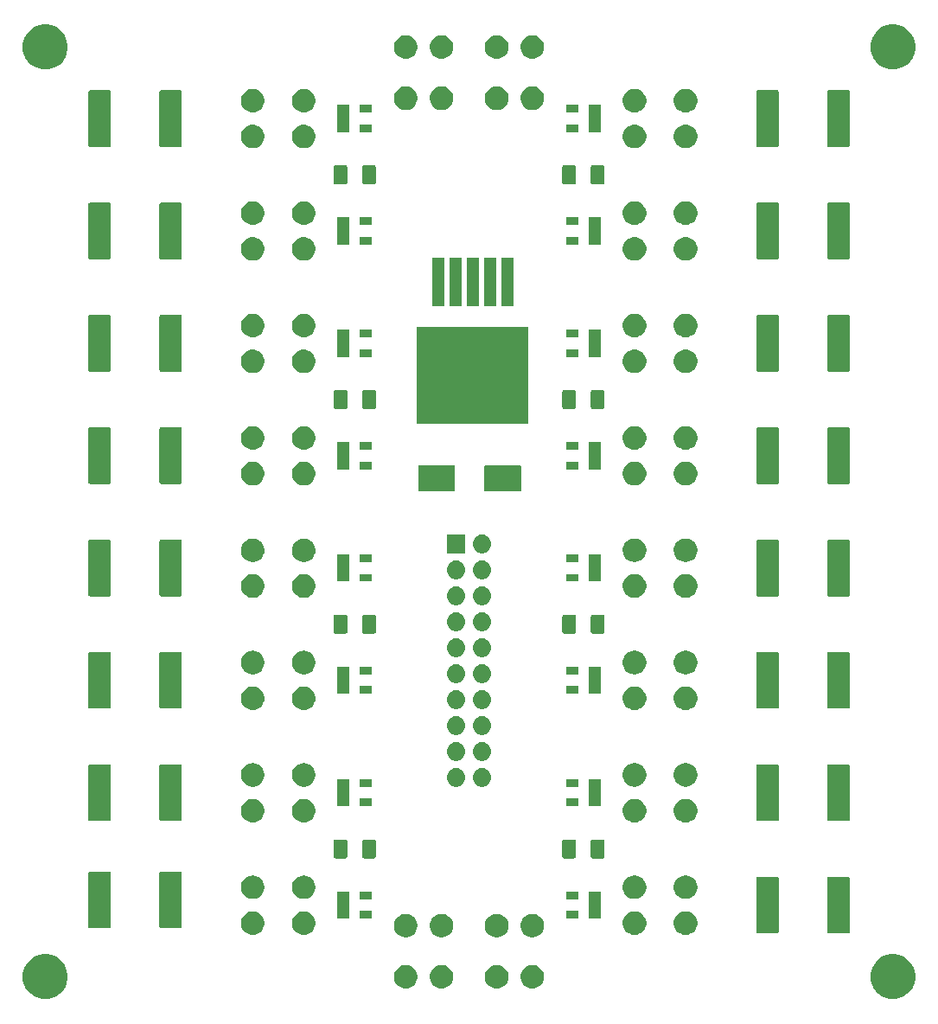
<source format=gbr>
G04 #@! TF.GenerationSoftware,KiCad,Pcbnew,(5.1.0)-1*
G04 #@! TF.CreationDate,2021-03-29T23:12:55+02:00*
G04 #@! TF.ProjectId,Magnetsteuerung,4d61676e-6574-4737-9465-756572756e67,rev?*
G04 #@! TF.SameCoordinates,Original*
G04 #@! TF.FileFunction,Soldermask,Bot*
G04 #@! TF.FilePolarity,Negative*
%FSLAX46Y46*%
G04 Gerber Fmt 4.6, Leading zero omitted, Abs format (unit mm)*
G04 Created by KiCad (PCBNEW (5.1.0)-1) date 2021-03-29 23:12:55*
%MOMM*%
%LPD*%
G04 APERTURE LIST*
%ADD10C,0.100000*%
G04 APERTURE END LIST*
D10*
G36*
X177142007Y-124383582D02*
G01*
X177542563Y-124549498D01*
X177542565Y-124549499D01*
X177903056Y-124790371D01*
X178209629Y-125096944D01*
X178378047Y-125349000D01*
X178450502Y-125457437D01*
X178616418Y-125857993D01*
X178701000Y-126283219D01*
X178701000Y-126716781D01*
X178616418Y-127142007D01*
X178459846Y-127520004D01*
X178450501Y-127542565D01*
X178209629Y-127903056D01*
X177903056Y-128209629D01*
X177542565Y-128450501D01*
X177542564Y-128450502D01*
X177542563Y-128450502D01*
X177142007Y-128616418D01*
X176716781Y-128701000D01*
X176283219Y-128701000D01*
X175857993Y-128616418D01*
X175457437Y-128450502D01*
X175457436Y-128450502D01*
X175457435Y-128450501D01*
X175096944Y-128209629D01*
X174790371Y-127903056D01*
X174549499Y-127542565D01*
X174540154Y-127520004D01*
X174383582Y-127142007D01*
X174299000Y-126716781D01*
X174299000Y-126283219D01*
X174383582Y-125857993D01*
X174549498Y-125457437D01*
X174621953Y-125349000D01*
X174790371Y-125096944D01*
X175096944Y-124790371D01*
X175457435Y-124549499D01*
X175457437Y-124549498D01*
X175857993Y-124383582D01*
X176283219Y-124299000D01*
X176716781Y-124299000D01*
X177142007Y-124383582D01*
X177142007Y-124383582D01*
G37*
G36*
X94142007Y-124383582D02*
G01*
X94542563Y-124549498D01*
X94542565Y-124549499D01*
X94903056Y-124790371D01*
X95209629Y-125096944D01*
X95378047Y-125349000D01*
X95450502Y-125457437D01*
X95616418Y-125857993D01*
X95701000Y-126283219D01*
X95701000Y-126716781D01*
X95616418Y-127142007D01*
X95459846Y-127520004D01*
X95450501Y-127542565D01*
X95209629Y-127903056D01*
X94903056Y-128209629D01*
X94542565Y-128450501D01*
X94542564Y-128450502D01*
X94542563Y-128450502D01*
X94142007Y-128616418D01*
X93716781Y-128701000D01*
X93283219Y-128701000D01*
X92857993Y-128616418D01*
X92457437Y-128450502D01*
X92457436Y-128450502D01*
X92457435Y-128450501D01*
X92096944Y-128209629D01*
X91790371Y-127903056D01*
X91549499Y-127542565D01*
X91540154Y-127520004D01*
X91383582Y-127142007D01*
X91299000Y-126716781D01*
X91299000Y-126283219D01*
X91383582Y-125857993D01*
X91549498Y-125457437D01*
X91621953Y-125349000D01*
X91790371Y-125096944D01*
X92096944Y-124790371D01*
X92457435Y-124549499D01*
X92457437Y-124549498D01*
X92857993Y-124383582D01*
X93283219Y-124299000D01*
X93716781Y-124299000D01*
X94142007Y-124383582D01*
X94142007Y-124383582D01*
G37*
G36*
X141424549Y-125371116D02*
G01*
X141535734Y-125393232D01*
X141745203Y-125479997D01*
X141933720Y-125605960D01*
X142094040Y-125766280D01*
X142220003Y-125954797D01*
X142306768Y-126164266D01*
X142351000Y-126386636D01*
X142351000Y-126613364D01*
X142306768Y-126835734D01*
X142220003Y-127045203D01*
X142094040Y-127233720D01*
X141933720Y-127394040D01*
X141745203Y-127520003D01*
X141535734Y-127606768D01*
X141424549Y-127628884D01*
X141313365Y-127651000D01*
X141086635Y-127651000D01*
X140975451Y-127628884D01*
X140864266Y-127606768D01*
X140654797Y-127520003D01*
X140466280Y-127394040D01*
X140305960Y-127233720D01*
X140179997Y-127045203D01*
X140093232Y-126835734D01*
X140049000Y-126613364D01*
X140049000Y-126386636D01*
X140093232Y-126164266D01*
X140179997Y-125954797D01*
X140305960Y-125766280D01*
X140466280Y-125605960D01*
X140654797Y-125479997D01*
X140864266Y-125393232D01*
X140975451Y-125371116D01*
X141086635Y-125349000D01*
X141313365Y-125349000D01*
X141424549Y-125371116D01*
X141424549Y-125371116D01*
G37*
G36*
X137924549Y-125371116D02*
G01*
X138035734Y-125393232D01*
X138245203Y-125479997D01*
X138433720Y-125605960D01*
X138594040Y-125766280D01*
X138720003Y-125954797D01*
X138806768Y-126164266D01*
X138851000Y-126386636D01*
X138851000Y-126613364D01*
X138806768Y-126835734D01*
X138720003Y-127045203D01*
X138594040Y-127233720D01*
X138433720Y-127394040D01*
X138245203Y-127520003D01*
X138035734Y-127606768D01*
X137924549Y-127628884D01*
X137813365Y-127651000D01*
X137586635Y-127651000D01*
X137475451Y-127628884D01*
X137364266Y-127606768D01*
X137154797Y-127520003D01*
X136966280Y-127394040D01*
X136805960Y-127233720D01*
X136679997Y-127045203D01*
X136593232Y-126835734D01*
X136549000Y-126613364D01*
X136549000Y-126386636D01*
X136593232Y-126164266D01*
X136679997Y-125954797D01*
X136805960Y-125766280D01*
X136966280Y-125605960D01*
X137154797Y-125479997D01*
X137364266Y-125393232D01*
X137475451Y-125371116D01*
X137586635Y-125349000D01*
X137813365Y-125349000D01*
X137924549Y-125371116D01*
X137924549Y-125371116D01*
G37*
G36*
X132524549Y-125371116D02*
G01*
X132635734Y-125393232D01*
X132845203Y-125479997D01*
X133033720Y-125605960D01*
X133194040Y-125766280D01*
X133320003Y-125954797D01*
X133406768Y-126164266D01*
X133451000Y-126386636D01*
X133451000Y-126613364D01*
X133406768Y-126835734D01*
X133320003Y-127045203D01*
X133194040Y-127233720D01*
X133033720Y-127394040D01*
X132845203Y-127520003D01*
X132635734Y-127606768D01*
X132524549Y-127628884D01*
X132413365Y-127651000D01*
X132186635Y-127651000D01*
X132075451Y-127628884D01*
X131964266Y-127606768D01*
X131754797Y-127520003D01*
X131566280Y-127394040D01*
X131405960Y-127233720D01*
X131279997Y-127045203D01*
X131193232Y-126835734D01*
X131149000Y-126613364D01*
X131149000Y-126386636D01*
X131193232Y-126164266D01*
X131279997Y-125954797D01*
X131405960Y-125766280D01*
X131566280Y-125605960D01*
X131754797Y-125479997D01*
X131964266Y-125393232D01*
X132075451Y-125371116D01*
X132186635Y-125349000D01*
X132413365Y-125349000D01*
X132524549Y-125371116D01*
X132524549Y-125371116D01*
G37*
G36*
X129024549Y-125371116D02*
G01*
X129135734Y-125393232D01*
X129345203Y-125479997D01*
X129533720Y-125605960D01*
X129694040Y-125766280D01*
X129820003Y-125954797D01*
X129906768Y-126164266D01*
X129951000Y-126386636D01*
X129951000Y-126613364D01*
X129906768Y-126835734D01*
X129820003Y-127045203D01*
X129694040Y-127233720D01*
X129533720Y-127394040D01*
X129345203Y-127520003D01*
X129135734Y-127606768D01*
X129024549Y-127628884D01*
X128913365Y-127651000D01*
X128686635Y-127651000D01*
X128575451Y-127628884D01*
X128464266Y-127606768D01*
X128254797Y-127520003D01*
X128066280Y-127394040D01*
X127905960Y-127233720D01*
X127779997Y-127045203D01*
X127693232Y-126835734D01*
X127649000Y-126613364D01*
X127649000Y-126386636D01*
X127693232Y-126164266D01*
X127779997Y-125954797D01*
X127905960Y-125766280D01*
X128066280Y-125605960D01*
X128254797Y-125479997D01*
X128464266Y-125393232D01*
X128575451Y-125371116D01*
X128686635Y-125349000D01*
X128913365Y-125349000D01*
X129024549Y-125371116D01*
X129024549Y-125371116D01*
G37*
G36*
X129024549Y-120371116D02*
G01*
X129135734Y-120393232D01*
X129345203Y-120479997D01*
X129533720Y-120605960D01*
X129694040Y-120766280D01*
X129820003Y-120954797D01*
X129906768Y-121164266D01*
X129951000Y-121386636D01*
X129951000Y-121613364D01*
X129906768Y-121835734D01*
X129820003Y-122045203D01*
X129694040Y-122233720D01*
X129533720Y-122394040D01*
X129345203Y-122520003D01*
X129135734Y-122606768D01*
X129024549Y-122628884D01*
X128913365Y-122651000D01*
X128686635Y-122651000D01*
X128575451Y-122628884D01*
X128464266Y-122606768D01*
X128254797Y-122520003D01*
X128066280Y-122394040D01*
X127905960Y-122233720D01*
X127779997Y-122045203D01*
X127693232Y-121835734D01*
X127649000Y-121613364D01*
X127649000Y-121386636D01*
X127693232Y-121164266D01*
X127779997Y-120954797D01*
X127905960Y-120766280D01*
X128066280Y-120605960D01*
X128254797Y-120479997D01*
X128464266Y-120393232D01*
X128575451Y-120371116D01*
X128686635Y-120349000D01*
X128913365Y-120349000D01*
X129024549Y-120371116D01*
X129024549Y-120371116D01*
G37*
G36*
X132524549Y-120371116D02*
G01*
X132635734Y-120393232D01*
X132845203Y-120479997D01*
X133033720Y-120605960D01*
X133194040Y-120766280D01*
X133320003Y-120954797D01*
X133406768Y-121164266D01*
X133451000Y-121386636D01*
X133451000Y-121613364D01*
X133406768Y-121835734D01*
X133320003Y-122045203D01*
X133194040Y-122233720D01*
X133033720Y-122394040D01*
X132845203Y-122520003D01*
X132635734Y-122606768D01*
X132524549Y-122628884D01*
X132413365Y-122651000D01*
X132186635Y-122651000D01*
X132075451Y-122628884D01*
X131964266Y-122606768D01*
X131754797Y-122520003D01*
X131566280Y-122394040D01*
X131405960Y-122233720D01*
X131279997Y-122045203D01*
X131193232Y-121835734D01*
X131149000Y-121613364D01*
X131149000Y-121386636D01*
X131193232Y-121164266D01*
X131279997Y-120954797D01*
X131405960Y-120766280D01*
X131566280Y-120605960D01*
X131754797Y-120479997D01*
X131964266Y-120393232D01*
X132075451Y-120371116D01*
X132186635Y-120349000D01*
X132413365Y-120349000D01*
X132524549Y-120371116D01*
X132524549Y-120371116D01*
G37*
G36*
X137924549Y-120371116D02*
G01*
X138035734Y-120393232D01*
X138245203Y-120479997D01*
X138433720Y-120605960D01*
X138594040Y-120766280D01*
X138720003Y-120954797D01*
X138806768Y-121164266D01*
X138851000Y-121386636D01*
X138851000Y-121613364D01*
X138806768Y-121835734D01*
X138720003Y-122045203D01*
X138594040Y-122233720D01*
X138433720Y-122394040D01*
X138245203Y-122520003D01*
X138035734Y-122606768D01*
X137924549Y-122628884D01*
X137813365Y-122651000D01*
X137586635Y-122651000D01*
X137475451Y-122628884D01*
X137364266Y-122606768D01*
X137154797Y-122520003D01*
X136966280Y-122394040D01*
X136805960Y-122233720D01*
X136679997Y-122045203D01*
X136593232Y-121835734D01*
X136549000Y-121613364D01*
X136549000Y-121386636D01*
X136593232Y-121164266D01*
X136679997Y-120954797D01*
X136805960Y-120766280D01*
X136966280Y-120605960D01*
X137154797Y-120479997D01*
X137364266Y-120393232D01*
X137475451Y-120371116D01*
X137586635Y-120349000D01*
X137813365Y-120349000D01*
X137924549Y-120371116D01*
X137924549Y-120371116D01*
G37*
G36*
X141424549Y-120371116D02*
G01*
X141535734Y-120393232D01*
X141745203Y-120479997D01*
X141933720Y-120605960D01*
X142094040Y-120766280D01*
X142220003Y-120954797D01*
X142306768Y-121164266D01*
X142351000Y-121386636D01*
X142351000Y-121613364D01*
X142306768Y-121835734D01*
X142220003Y-122045203D01*
X142094040Y-122233720D01*
X141933720Y-122394040D01*
X141745203Y-122520003D01*
X141535734Y-122606768D01*
X141424549Y-122628884D01*
X141313365Y-122651000D01*
X141086635Y-122651000D01*
X140975451Y-122628884D01*
X140864266Y-122606768D01*
X140654797Y-122520003D01*
X140466280Y-122394040D01*
X140305960Y-122233720D01*
X140179997Y-122045203D01*
X140093232Y-121835734D01*
X140049000Y-121613364D01*
X140049000Y-121386636D01*
X140093232Y-121164266D01*
X140179997Y-120954797D01*
X140305960Y-120766280D01*
X140466280Y-120605960D01*
X140654797Y-120479997D01*
X140864266Y-120393232D01*
X140975451Y-120371116D01*
X141086635Y-120349000D01*
X141313365Y-120349000D01*
X141424549Y-120371116D01*
X141424549Y-120371116D01*
G37*
G36*
X114024549Y-120121116D02*
G01*
X114135734Y-120143232D01*
X114345203Y-120229997D01*
X114533720Y-120355960D01*
X114694040Y-120516280D01*
X114820003Y-120704797D01*
X114906768Y-120914266D01*
X114951000Y-121136636D01*
X114951000Y-121363364D01*
X114906768Y-121585734D01*
X114820003Y-121795203D01*
X114694040Y-121983720D01*
X114533720Y-122144040D01*
X114345203Y-122270003D01*
X114345202Y-122270004D01*
X114345201Y-122270004D01*
X114339899Y-122272200D01*
X114135734Y-122356768D01*
X114024549Y-122378884D01*
X113913365Y-122401000D01*
X113686635Y-122401000D01*
X113575451Y-122378884D01*
X113464266Y-122356768D01*
X113260101Y-122272200D01*
X113254799Y-122270004D01*
X113254798Y-122270004D01*
X113254797Y-122270003D01*
X113066280Y-122144040D01*
X112905960Y-121983720D01*
X112779997Y-121795203D01*
X112693232Y-121585734D01*
X112649000Y-121363364D01*
X112649000Y-121136636D01*
X112693232Y-120914266D01*
X112779997Y-120704797D01*
X112905960Y-120516280D01*
X113066280Y-120355960D01*
X113254797Y-120229997D01*
X113464266Y-120143232D01*
X113575451Y-120121116D01*
X113686635Y-120099000D01*
X113913365Y-120099000D01*
X114024549Y-120121116D01*
X114024549Y-120121116D01*
G37*
G36*
X119024549Y-120121116D02*
G01*
X119135734Y-120143232D01*
X119345203Y-120229997D01*
X119533720Y-120355960D01*
X119694040Y-120516280D01*
X119820003Y-120704797D01*
X119906768Y-120914266D01*
X119951000Y-121136636D01*
X119951000Y-121363364D01*
X119906768Y-121585734D01*
X119820003Y-121795203D01*
X119694040Y-121983720D01*
X119533720Y-122144040D01*
X119345203Y-122270003D01*
X119345202Y-122270004D01*
X119345201Y-122270004D01*
X119339899Y-122272200D01*
X119135734Y-122356768D01*
X119024549Y-122378884D01*
X118913365Y-122401000D01*
X118686635Y-122401000D01*
X118575451Y-122378884D01*
X118464266Y-122356768D01*
X118260101Y-122272200D01*
X118254799Y-122270004D01*
X118254798Y-122270004D01*
X118254797Y-122270003D01*
X118066280Y-122144040D01*
X117905960Y-121983720D01*
X117779997Y-121795203D01*
X117693232Y-121585734D01*
X117649000Y-121363364D01*
X117649000Y-121136636D01*
X117693232Y-120914266D01*
X117779997Y-120704797D01*
X117905960Y-120516280D01*
X118066280Y-120355960D01*
X118254797Y-120229997D01*
X118464266Y-120143232D01*
X118575451Y-120121116D01*
X118686635Y-120099000D01*
X118913365Y-120099000D01*
X119024549Y-120121116D01*
X119024549Y-120121116D01*
G37*
G36*
X156424549Y-120121116D02*
G01*
X156535734Y-120143232D01*
X156745203Y-120229997D01*
X156933720Y-120355960D01*
X157094040Y-120516280D01*
X157220003Y-120704797D01*
X157306768Y-120914266D01*
X157351000Y-121136636D01*
X157351000Y-121363364D01*
X157306768Y-121585734D01*
X157220003Y-121795203D01*
X157094040Y-121983720D01*
X156933720Y-122144040D01*
X156745203Y-122270003D01*
X156745202Y-122270004D01*
X156745201Y-122270004D01*
X156739899Y-122272200D01*
X156535734Y-122356768D01*
X156424549Y-122378884D01*
X156313365Y-122401000D01*
X156086635Y-122401000D01*
X155975451Y-122378884D01*
X155864266Y-122356768D01*
X155660101Y-122272200D01*
X155654799Y-122270004D01*
X155654798Y-122270004D01*
X155654797Y-122270003D01*
X155466280Y-122144040D01*
X155305960Y-121983720D01*
X155179997Y-121795203D01*
X155093232Y-121585734D01*
X155049000Y-121363364D01*
X155049000Y-121136636D01*
X155093232Y-120914266D01*
X155179997Y-120704797D01*
X155305960Y-120516280D01*
X155466280Y-120355960D01*
X155654797Y-120229997D01*
X155864266Y-120143232D01*
X155975451Y-120121116D01*
X156086635Y-120099000D01*
X156313365Y-120099000D01*
X156424549Y-120121116D01*
X156424549Y-120121116D01*
G37*
G36*
X151424549Y-120121116D02*
G01*
X151535734Y-120143232D01*
X151745203Y-120229997D01*
X151933720Y-120355960D01*
X152094040Y-120516280D01*
X152220003Y-120704797D01*
X152306768Y-120914266D01*
X152351000Y-121136636D01*
X152351000Y-121363364D01*
X152306768Y-121585734D01*
X152220003Y-121795203D01*
X152094040Y-121983720D01*
X151933720Y-122144040D01*
X151745203Y-122270003D01*
X151745202Y-122270004D01*
X151745201Y-122270004D01*
X151739899Y-122272200D01*
X151535734Y-122356768D01*
X151424549Y-122378884D01*
X151313365Y-122401000D01*
X151086635Y-122401000D01*
X150975451Y-122378884D01*
X150864266Y-122356768D01*
X150660101Y-122272200D01*
X150654799Y-122270004D01*
X150654798Y-122270004D01*
X150654797Y-122270003D01*
X150466280Y-122144040D01*
X150305960Y-121983720D01*
X150179997Y-121795203D01*
X150093232Y-121585734D01*
X150049000Y-121363364D01*
X150049000Y-121136636D01*
X150093232Y-120914266D01*
X150179997Y-120704797D01*
X150305960Y-120516280D01*
X150466280Y-120355960D01*
X150654797Y-120229997D01*
X150864266Y-120143232D01*
X150975451Y-120121116D01*
X151086635Y-120099000D01*
X151313365Y-120099000D01*
X151424549Y-120121116D01*
X151424549Y-120121116D01*
G37*
G36*
X172141536Y-116727800D02*
G01*
X172172738Y-116737265D01*
X172201486Y-116752631D01*
X172226687Y-116773313D01*
X172247369Y-116798514D01*
X172262735Y-116827262D01*
X172272200Y-116858464D01*
X172276000Y-116897046D01*
X172276000Y-122102954D01*
X172272200Y-122141536D01*
X172262735Y-122172738D01*
X172247369Y-122201486D01*
X172226687Y-122226687D01*
X172201486Y-122247369D01*
X172172738Y-122262735D01*
X172141536Y-122272200D01*
X172102954Y-122276000D01*
X170247046Y-122276000D01*
X170208464Y-122272200D01*
X170177262Y-122262735D01*
X170148514Y-122247369D01*
X170123313Y-122226687D01*
X170102631Y-122201486D01*
X170087265Y-122172738D01*
X170077800Y-122141536D01*
X170074000Y-122102954D01*
X170074000Y-116897046D01*
X170077800Y-116858464D01*
X170087265Y-116827262D01*
X170102631Y-116798514D01*
X170123313Y-116773313D01*
X170148514Y-116752631D01*
X170177262Y-116737265D01*
X170208464Y-116727800D01*
X170247046Y-116724000D01*
X172102954Y-116724000D01*
X172141536Y-116727800D01*
X172141536Y-116727800D01*
G37*
G36*
X165191536Y-116727800D02*
G01*
X165222738Y-116737265D01*
X165251486Y-116752631D01*
X165276687Y-116773313D01*
X165297369Y-116798514D01*
X165312735Y-116827262D01*
X165322200Y-116858464D01*
X165326000Y-116897046D01*
X165326000Y-122102954D01*
X165322200Y-122141536D01*
X165312735Y-122172738D01*
X165297369Y-122201486D01*
X165276687Y-122226687D01*
X165251486Y-122247369D01*
X165222738Y-122262735D01*
X165191536Y-122272200D01*
X165152954Y-122276000D01*
X163297046Y-122276000D01*
X163258464Y-122272200D01*
X163227262Y-122262735D01*
X163198514Y-122247369D01*
X163173313Y-122226687D01*
X163152631Y-122201486D01*
X163137265Y-122172738D01*
X163127800Y-122141536D01*
X163124000Y-122102954D01*
X163124000Y-116897046D01*
X163127800Y-116858464D01*
X163137265Y-116827262D01*
X163152631Y-116798514D01*
X163173313Y-116773313D01*
X163198514Y-116752631D01*
X163227262Y-116737265D01*
X163258464Y-116727800D01*
X163297046Y-116724000D01*
X165152954Y-116724000D01*
X165191536Y-116727800D01*
X165191536Y-116727800D01*
G37*
G36*
X106741536Y-116227800D02*
G01*
X106772738Y-116237265D01*
X106801486Y-116252631D01*
X106826687Y-116273313D01*
X106847369Y-116298514D01*
X106862735Y-116327262D01*
X106872200Y-116358464D01*
X106876000Y-116397046D01*
X106876000Y-121602954D01*
X106872200Y-121641536D01*
X106862735Y-121672738D01*
X106847369Y-121701486D01*
X106826687Y-121726687D01*
X106801486Y-121747369D01*
X106772738Y-121762735D01*
X106741536Y-121772200D01*
X106702954Y-121776000D01*
X104847046Y-121776000D01*
X104808464Y-121772200D01*
X104777262Y-121762735D01*
X104748514Y-121747369D01*
X104723313Y-121726687D01*
X104702631Y-121701486D01*
X104687265Y-121672738D01*
X104677800Y-121641536D01*
X104674000Y-121602954D01*
X104674000Y-116397046D01*
X104677800Y-116358464D01*
X104687265Y-116327262D01*
X104702631Y-116298514D01*
X104723313Y-116273313D01*
X104748514Y-116252631D01*
X104777262Y-116237265D01*
X104808464Y-116227800D01*
X104847046Y-116224000D01*
X106702954Y-116224000D01*
X106741536Y-116227800D01*
X106741536Y-116227800D01*
G37*
G36*
X99791536Y-116227800D02*
G01*
X99822738Y-116237265D01*
X99851486Y-116252631D01*
X99876687Y-116273313D01*
X99897369Y-116298514D01*
X99912735Y-116327262D01*
X99922200Y-116358464D01*
X99926000Y-116397046D01*
X99926000Y-121602954D01*
X99922200Y-121641536D01*
X99912735Y-121672738D01*
X99897369Y-121701486D01*
X99876687Y-121726687D01*
X99851486Y-121747369D01*
X99822738Y-121762735D01*
X99791536Y-121772200D01*
X99752954Y-121776000D01*
X97897046Y-121776000D01*
X97858464Y-121772200D01*
X97827262Y-121762735D01*
X97798514Y-121747369D01*
X97773313Y-121726687D01*
X97752631Y-121701486D01*
X97737265Y-121672738D01*
X97727800Y-121641536D01*
X97724000Y-121602954D01*
X97724000Y-116397046D01*
X97727800Y-116358464D01*
X97737265Y-116327262D01*
X97752631Y-116298514D01*
X97773313Y-116273313D01*
X97798514Y-116252631D01*
X97827262Y-116237265D01*
X97858464Y-116227800D01*
X97897046Y-116224000D01*
X99752954Y-116224000D01*
X99791536Y-116227800D01*
X99791536Y-116227800D01*
G37*
G36*
X125481000Y-120826000D02*
G01*
X124319000Y-120826000D01*
X124319000Y-120074000D01*
X125481000Y-120074000D01*
X125481000Y-120826000D01*
X125481000Y-120826000D01*
G37*
G36*
X123281000Y-120826000D02*
G01*
X122119000Y-120826000D01*
X122119000Y-118174000D01*
X123281000Y-118174000D01*
X123281000Y-120826000D01*
X123281000Y-120826000D01*
G37*
G36*
X147881000Y-120826000D02*
G01*
X146719000Y-120826000D01*
X146719000Y-118174000D01*
X147881000Y-118174000D01*
X147881000Y-120826000D01*
X147881000Y-120826000D01*
G37*
G36*
X145681000Y-120826000D02*
G01*
X144519000Y-120826000D01*
X144519000Y-120074000D01*
X145681000Y-120074000D01*
X145681000Y-120826000D01*
X145681000Y-120826000D01*
G37*
G36*
X145681000Y-118926000D02*
G01*
X144519000Y-118926000D01*
X144519000Y-118174000D01*
X145681000Y-118174000D01*
X145681000Y-118926000D01*
X145681000Y-118926000D01*
G37*
G36*
X125481000Y-118926000D02*
G01*
X124319000Y-118926000D01*
X124319000Y-118174000D01*
X125481000Y-118174000D01*
X125481000Y-118926000D01*
X125481000Y-118926000D01*
G37*
G36*
X151424549Y-116621116D02*
G01*
X151535734Y-116643232D01*
X151683850Y-116704584D01*
X151742886Y-116729037D01*
X151745203Y-116729997D01*
X151933720Y-116855960D01*
X152094040Y-117016280D01*
X152220003Y-117204797D01*
X152306768Y-117414266D01*
X152351000Y-117636636D01*
X152351000Y-117863364D01*
X152306768Y-118085734D01*
X152220003Y-118295203D01*
X152094040Y-118483720D01*
X151933720Y-118644040D01*
X151745203Y-118770003D01*
X151535734Y-118856768D01*
X151424549Y-118878884D01*
X151313365Y-118901000D01*
X151086635Y-118901000D01*
X150975451Y-118878884D01*
X150864266Y-118856768D01*
X150654797Y-118770003D01*
X150466280Y-118644040D01*
X150305960Y-118483720D01*
X150179997Y-118295203D01*
X150093232Y-118085734D01*
X150049000Y-117863364D01*
X150049000Y-117636636D01*
X150093232Y-117414266D01*
X150179997Y-117204797D01*
X150305960Y-117016280D01*
X150466280Y-116855960D01*
X150654797Y-116729997D01*
X150657115Y-116729037D01*
X150716150Y-116704584D01*
X150864266Y-116643232D01*
X150975451Y-116621116D01*
X151086635Y-116599000D01*
X151313365Y-116599000D01*
X151424549Y-116621116D01*
X151424549Y-116621116D01*
G37*
G36*
X114024549Y-116621116D02*
G01*
X114135734Y-116643232D01*
X114283850Y-116704584D01*
X114342886Y-116729037D01*
X114345203Y-116729997D01*
X114533720Y-116855960D01*
X114694040Y-117016280D01*
X114820003Y-117204797D01*
X114906768Y-117414266D01*
X114951000Y-117636636D01*
X114951000Y-117863364D01*
X114906768Y-118085734D01*
X114820003Y-118295203D01*
X114694040Y-118483720D01*
X114533720Y-118644040D01*
X114345203Y-118770003D01*
X114135734Y-118856768D01*
X114024549Y-118878884D01*
X113913365Y-118901000D01*
X113686635Y-118901000D01*
X113575451Y-118878884D01*
X113464266Y-118856768D01*
X113254797Y-118770003D01*
X113066280Y-118644040D01*
X112905960Y-118483720D01*
X112779997Y-118295203D01*
X112693232Y-118085734D01*
X112649000Y-117863364D01*
X112649000Y-117636636D01*
X112693232Y-117414266D01*
X112779997Y-117204797D01*
X112905960Y-117016280D01*
X113066280Y-116855960D01*
X113254797Y-116729997D01*
X113257115Y-116729037D01*
X113316150Y-116704584D01*
X113464266Y-116643232D01*
X113575451Y-116621116D01*
X113686635Y-116599000D01*
X113913365Y-116599000D01*
X114024549Y-116621116D01*
X114024549Y-116621116D01*
G37*
G36*
X156424549Y-116621116D02*
G01*
X156535734Y-116643232D01*
X156683850Y-116704584D01*
X156742886Y-116729037D01*
X156745203Y-116729997D01*
X156933720Y-116855960D01*
X157094040Y-117016280D01*
X157220003Y-117204797D01*
X157306768Y-117414266D01*
X157351000Y-117636636D01*
X157351000Y-117863364D01*
X157306768Y-118085734D01*
X157220003Y-118295203D01*
X157094040Y-118483720D01*
X156933720Y-118644040D01*
X156745203Y-118770003D01*
X156535734Y-118856768D01*
X156424549Y-118878884D01*
X156313365Y-118901000D01*
X156086635Y-118901000D01*
X155975451Y-118878884D01*
X155864266Y-118856768D01*
X155654797Y-118770003D01*
X155466280Y-118644040D01*
X155305960Y-118483720D01*
X155179997Y-118295203D01*
X155093232Y-118085734D01*
X155049000Y-117863364D01*
X155049000Y-117636636D01*
X155093232Y-117414266D01*
X155179997Y-117204797D01*
X155305960Y-117016280D01*
X155466280Y-116855960D01*
X155654797Y-116729997D01*
X155657115Y-116729037D01*
X155716150Y-116704584D01*
X155864266Y-116643232D01*
X155975451Y-116621116D01*
X156086635Y-116599000D01*
X156313365Y-116599000D01*
X156424549Y-116621116D01*
X156424549Y-116621116D01*
G37*
G36*
X119024549Y-116621116D02*
G01*
X119135734Y-116643232D01*
X119283850Y-116704584D01*
X119342886Y-116729037D01*
X119345203Y-116729997D01*
X119533720Y-116855960D01*
X119694040Y-117016280D01*
X119820003Y-117204797D01*
X119906768Y-117414266D01*
X119951000Y-117636636D01*
X119951000Y-117863364D01*
X119906768Y-118085734D01*
X119820003Y-118295203D01*
X119694040Y-118483720D01*
X119533720Y-118644040D01*
X119345203Y-118770003D01*
X119135734Y-118856768D01*
X119024549Y-118878884D01*
X118913365Y-118901000D01*
X118686635Y-118901000D01*
X118575451Y-118878884D01*
X118464266Y-118856768D01*
X118254797Y-118770003D01*
X118066280Y-118644040D01*
X117905960Y-118483720D01*
X117779997Y-118295203D01*
X117693232Y-118085734D01*
X117649000Y-117863364D01*
X117649000Y-117636636D01*
X117693232Y-117414266D01*
X117779997Y-117204797D01*
X117905960Y-117016280D01*
X118066280Y-116855960D01*
X118254797Y-116729997D01*
X118257115Y-116729037D01*
X118316150Y-116704584D01*
X118464266Y-116643232D01*
X118575451Y-116621116D01*
X118686635Y-116599000D01*
X118913365Y-116599000D01*
X119024549Y-116621116D01*
X119024549Y-116621116D01*
G37*
G36*
X122918604Y-113078347D02*
G01*
X122955144Y-113089432D01*
X122988821Y-113107433D01*
X123018341Y-113131659D01*
X123042567Y-113161179D01*
X123060568Y-113194856D01*
X123071653Y-113231396D01*
X123076000Y-113275538D01*
X123076000Y-114724462D01*
X123071653Y-114768604D01*
X123060568Y-114805144D01*
X123042567Y-114838821D01*
X123018341Y-114868341D01*
X122988821Y-114892567D01*
X122955144Y-114910568D01*
X122918604Y-114921653D01*
X122874462Y-114926000D01*
X121925538Y-114926000D01*
X121881396Y-114921653D01*
X121844856Y-114910568D01*
X121811179Y-114892567D01*
X121781659Y-114868341D01*
X121757433Y-114838821D01*
X121739432Y-114805144D01*
X121728347Y-114768604D01*
X121724000Y-114724462D01*
X121724000Y-113275538D01*
X121728347Y-113231396D01*
X121739432Y-113194856D01*
X121757433Y-113161179D01*
X121781659Y-113131659D01*
X121811179Y-113107433D01*
X121844856Y-113089432D01*
X121881396Y-113078347D01*
X121925538Y-113074000D01*
X122874462Y-113074000D01*
X122918604Y-113078347D01*
X122918604Y-113078347D01*
G37*
G36*
X145318604Y-113078347D02*
G01*
X145355144Y-113089432D01*
X145388821Y-113107433D01*
X145418341Y-113131659D01*
X145442567Y-113161179D01*
X145460568Y-113194856D01*
X145471653Y-113231396D01*
X145476000Y-113275538D01*
X145476000Y-114724462D01*
X145471653Y-114768604D01*
X145460568Y-114805144D01*
X145442567Y-114838821D01*
X145418341Y-114868341D01*
X145388821Y-114892567D01*
X145355144Y-114910568D01*
X145318604Y-114921653D01*
X145274462Y-114926000D01*
X144325538Y-114926000D01*
X144281396Y-114921653D01*
X144244856Y-114910568D01*
X144211179Y-114892567D01*
X144181659Y-114868341D01*
X144157433Y-114838821D01*
X144139432Y-114805144D01*
X144128347Y-114768604D01*
X144124000Y-114724462D01*
X144124000Y-113275538D01*
X144128347Y-113231396D01*
X144139432Y-113194856D01*
X144157433Y-113161179D01*
X144181659Y-113131659D01*
X144211179Y-113107433D01*
X144244856Y-113089432D01*
X144281396Y-113078347D01*
X144325538Y-113074000D01*
X145274462Y-113074000D01*
X145318604Y-113078347D01*
X145318604Y-113078347D01*
G37*
G36*
X125718604Y-113078347D02*
G01*
X125755144Y-113089432D01*
X125788821Y-113107433D01*
X125818341Y-113131659D01*
X125842567Y-113161179D01*
X125860568Y-113194856D01*
X125871653Y-113231396D01*
X125876000Y-113275538D01*
X125876000Y-114724462D01*
X125871653Y-114768604D01*
X125860568Y-114805144D01*
X125842567Y-114838821D01*
X125818341Y-114868341D01*
X125788821Y-114892567D01*
X125755144Y-114910568D01*
X125718604Y-114921653D01*
X125674462Y-114926000D01*
X124725538Y-114926000D01*
X124681396Y-114921653D01*
X124644856Y-114910568D01*
X124611179Y-114892567D01*
X124581659Y-114868341D01*
X124557433Y-114838821D01*
X124539432Y-114805144D01*
X124528347Y-114768604D01*
X124524000Y-114724462D01*
X124524000Y-113275538D01*
X124528347Y-113231396D01*
X124539432Y-113194856D01*
X124557433Y-113161179D01*
X124581659Y-113131659D01*
X124611179Y-113107433D01*
X124644856Y-113089432D01*
X124681396Y-113078347D01*
X124725538Y-113074000D01*
X125674462Y-113074000D01*
X125718604Y-113078347D01*
X125718604Y-113078347D01*
G37*
G36*
X148118604Y-113078347D02*
G01*
X148155144Y-113089432D01*
X148188821Y-113107433D01*
X148218341Y-113131659D01*
X148242567Y-113161179D01*
X148260568Y-113194856D01*
X148271653Y-113231396D01*
X148276000Y-113275538D01*
X148276000Y-114724462D01*
X148271653Y-114768604D01*
X148260568Y-114805144D01*
X148242567Y-114838821D01*
X148218341Y-114868341D01*
X148188821Y-114892567D01*
X148155144Y-114910568D01*
X148118604Y-114921653D01*
X148074462Y-114926000D01*
X147125538Y-114926000D01*
X147081396Y-114921653D01*
X147044856Y-114910568D01*
X147011179Y-114892567D01*
X146981659Y-114868341D01*
X146957433Y-114838821D01*
X146939432Y-114805144D01*
X146928347Y-114768604D01*
X146924000Y-114724462D01*
X146924000Y-113275538D01*
X146928347Y-113231396D01*
X146939432Y-113194856D01*
X146957433Y-113161179D01*
X146981659Y-113131659D01*
X147011179Y-113107433D01*
X147044856Y-113089432D01*
X147081396Y-113078347D01*
X147125538Y-113074000D01*
X148074462Y-113074000D01*
X148118604Y-113078347D01*
X148118604Y-113078347D01*
G37*
G36*
X156424549Y-109121116D02*
G01*
X156535734Y-109143232D01*
X156745203Y-109229997D01*
X156933720Y-109355960D01*
X157094040Y-109516280D01*
X157220003Y-109704797D01*
X157306768Y-109914266D01*
X157351000Y-110136636D01*
X157351000Y-110363364D01*
X157306768Y-110585734D01*
X157220003Y-110795203D01*
X157094040Y-110983720D01*
X156933720Y-111144040D01*
X156745203Y-111270003D01*
X156745202Y-111270004D01*
X156745201Y-111270004D01*
X156739899Y-111272200D01*
X156535734Y-111356768D01*
X156424549Y-111378884D01*
X156313365Y-111401000D01*
X156086635Y-111401000D01*
X155975451Y-111378884D01*
X155864266Y-111356768D01*
X155660101Y-111272200D01*
X155654799Y-111270004D01*
X155654798Y-111270004D01*
X155654797Y-111270003D01*
X155466280Y-111144040D01*
X155305960Y-110983720D01*
X155179997Y-110795203D01*
X155093232Y-110585734D01*
X155049000Y-110363364D01*
X155049000Y-110136636D01*
X155093232Y-109914266D01*
X155179997Y-109704797D01*
X155305960Y-109516280D01*
X155466280Y-109355960D01*
X155654797Y-109229997D01*
X155864266Y-109143232D01*
X155975451Y-109121116D01*
X156086635Y-109099000D01*
X156313365Y-109099000D01*
X156424549Y-109121116D01*
X156424549Y-109121116D01*
G37*
G36*
X151424549Y-109121116D02*
G01*
X151535734Y-109143232D01*
X151745203Y-109229997D01*
X151933720Y-109355960D01*
X152094040Y-109516280D01*
X152220003Y-109704797D01*
X152306768Y-109914266D01*
X152351000Y-110136636D01*
X152351000Y-110363364D01*
X152306768Y-110585734D01*
X152220003Y-110795203D01*
X152094040Y-110983720D01*
X151933720Y-111144040D01*
X151745203Y-111270003D01*
X151745202Y-111270004D01*
X151745201Y-111270004D01*
X151739899Y-111272200D01*
X151535734Y-111356768D01*
X151424549Y-111378884D01*
X151313365Y-111401000D01*
X151086635Y-111401000D01*
X150975451Y-111378884D01*
X150864266Y-111356768D01*
X150660101Y-111272200D01*
X150654799Y-111270004D01*
X150654798Y-111270004D01*
X150654797Y-111270003D01*
X150466280Y-111144040D01*
X150305960Y-110983720D01*
X150179997Y-110795203D01*
X150093232Y-110585734D01*
X150049000Y-110363364D01*
X150049000Y-110136636D01*
X150093232Y-109914266D01*
X150179997Y-109704797D01*
X150305960Y-109516280D01*
X150466280Y-109355960D01*
X150654797Y-109229997D01*
X150864266Y-109143232D01*
X150975451Y-109121116D01*
X151086635Y-109099000D01*
X151313365Y-109099000D01*
X151424549Y-109121116D01*
X151424549Y-109121116D01*
G37*
G36*
X119024549Y-109121116D02*
G01*
X119135734Y-109143232D01*
X119345203Y-109229997D01*
X119533720Y-109355960D01*
X119694040Y-109516280D01*
X119820003Y-109704797D01*
X119906768Y-109914266D01*
X119951000Y-110136636D01*
X119951000Y-110363364D01*
X119906768Y-110585734D01*
X119820003Y-110795203D01*
X119694040Y-110983720D01*
X119533720Y-111144040D01*
X119345203Y-111270003D01*
X119345202Y-111270004D01*
X119345201Y-111270004D01*
X119339899Y-111272200D01*
X119135734Y-111356768D01*
X119024549Y-111378884D01*
X118913365Y-111401000D01*
X118686635Y-111401000D01*
X118575451Y-111378884D01*
X118464266Y-111356768D01*
X118260101Y-111272200D01*
X118254799Y-111270004D01*
X118254798Y-111270004D01*
X118254797Y-111270003D01*
X118066280Y-111144040D01*
X117905960Y-110983720D01*
X117779997Y-110795203D01*
X117693232Y-110585734D01*
X117649000Y-110363364D01*
X117649000Y-110136636D01*
X117693232Y-109914266D01*
X117779997Y-109704797D01*
X117905960Y-109516280D01*
X118066280Y-109355960D01*
X118254797Y-109229997D01*
X118464266Y-109143232D01*
X118575451Y-109121116D01*
X118686635Y-109099000D01*
X118913365Y-109099000D01*
X119024549Y-109121116D01*
X119024549Y-109121116D01*
G37*
G36*
X114024549Y-109121116D02*
G01*
X114135734Y-109143232D01*
X114345203Y-109229997D01*
X114533720Y-109355960D01*
X114694040Y-109516280D01*
X114820003Y-109704797D01*
X114906768Y-109914266D01*
X114951000Y-110136636D01*
X114951000Y-110363364D01*
X114906768Y-110585734D01*
X114820003Y-110795203D01*
X114694040Y-110983720D01*
X114533720Y-111144040D01*
X114345203Y-111270003D01*
X114345202Y-111270004D01*
X114345201Y-111270004D01*
X114339899Y-111272200D01*
X114135734Y-111356768D01*
X114024549Y-111378884D01*
X113913365Y-111401000D01*
X113686635Y-111401000D01*
X113575451Y-111378884D01*
X113464266Y-111356768D01*
X113260101Y-111272200D01*
X113254799Y-111270004D01*
X113254798Y-111270004D01*
X113254797Y-111270003D01*
X113066280Y-111144040D01*
X112905960Y-110983720D01*
X112779997Y-110795203D01*
X112693232Y-110585734D01*
X112649000Y-110363364D01*
X112649000Y-110136636D01*
X112693232Y-109914266D01*
X112779997Y-109704797D01*
X112905960Y-109516280D01*
X113066280Y-109355960D01*
X113254797Y-109229997D01*
X113464266Y-109143232D01*
X113575451Y-109121116D01*
X113686635Y-109099000D01*
X113913365Y-109099000D01*
X114024549Y-109121116D01*
X114024549Y-109121116D01*
G37*
G36*
X165191536Y-105727800D02*
G01*
X165222738Y-105737265D01*
X165251486Y-105752631D01*
X165276687Y-105773313D01*
X165297369Y-105798514D01*
X165312735Y-105827262D01*
X165322200Y-105858464D01*
X165326000Y-105897046D01*
X165326000Y-111102954D01*
X165322200Y-111141536D01*
X165312735Y-111172738D01*
X165297369Y-111201486D01*
X165276687Y-111226687D01*
X165251486Y-111247369D01*
X165222738Y-111262735D01*
X165191536Y-111272200D01*
X165152954Y-111276000D01*
X163297046Y-111276000D01*
X163258464Y-111272200D01*
X163227262Y-111262735D01*
X163198514Y-111247369D01*
X163173313Y-111226687D01*
X163152631Y-111201486D01*
X163137265Y-111172738D01*
X163127800Y-111141536D01*
X163124000Y-111102954D01*
X163124000Y-105897046D01*
X163127800Y-105858464D01*
X163137265Y-105827262D01*
X163152631Y-105798514D01*
X163173313Y-105773313D01*
X163198514Y-105752631D01*
X163227262Y-105737265D01*
X163258464Y-105727800D01*
X163297046Y-105724000D01*
X165152954Y-105724000D01*
X165191536Y-105727800D01*
X165191536Y-105727800D01*
G37*
G36*
X106741536Y-105727800D02*
G01*
X106772738Y-105737265D01*
X106801486Y-105752631D01*
X106826687Y-105773313D01*
X106847369Y-105798514D01*
X106862735Y-105827262D01*
X106872200Y-105858464D01*
X106876000Y-105897046D01*
X106876000Y-111102954D01*
X106872200Y-111141536D01*
X106862735Y-111172738D01*
X106847369Y-111201486D01*
X106826687Y-111226687D01*
X106801486Y-111247369D01*
X106772738Y-111262735D01*
X106741536Y-111272200D01*
X106702954Y-111276000D01*
X104847046Y-111276000D01*
X104808464Y-111272200D01*
X104777262Y-111262735D01*
X104748514Y-111247369D01*
X104723313Y-111226687D01*
X104702631Y-111201486D01*
X104687265Y-111172738D01*
X104677800Y-111141536D01*
X104674000Y-111102954D01*
X104674000Y-105897046D01*
X104677800Y-105858464D01*
X104687265Y-105827262D01*
X104702631Y-105798514D01*
X104723313Y-105773313D01*
X104748514Y-105752631D01*
X104777262Y-105737265D01*
X104808464Y-105727800D01*
X104847046Y-105724000D01*
X106702954Y-105724000D01*
X106741536Y-105727800D01*
X106741536Y-105727800D01*
G37*
G36*
X172141536Y-105727800D02*
G01*
X172172738Y-105737265D01*
X172201486Y-105752631D01*
X172226687Y-105773313D01*
X172247369Y-105798514D01*
X172262735Y-105827262D01*
X172272200Y-105858464D01*
X172276000Y-105897046D01*
X172276000Y-111102954D01*
X172272200Y-111141536D01*
X172262735Y-111172738D01*
X172247369Y-111201486D01*
X172226687Y-111226687D01*
X172201486Y-111247369D01*
X172172738Y-111262735D01*
X172141536Y-111272200D01*
X172102954Y-111276000D01*
X170247046Y-111276000D01*
X170208464Y-111272200D01*
X170177262Y-111262735D01*
X170148514Y-111247369D01*
X170123313Y-111226687D01*
X170102631Y-111201486D01*
X170087265Y-111172738D01*
X170077800Y-111141536D01*
X170074000Y-111102954D01*
X170074000Y-105897046D01*
X170077800Y-105858464D01*
X170087265Y-105827262D01*
X170102631Y-105798514D01*
X170123313Y-105773313D01*
X170148514Y-105752631D01*
X170177262Y-105737265D01*
X170208464Y-105727800D01*
X170247046Y-105724000D01*
X172102954Y-105724000D01*
X172141536Y-105727800D01*
X172141536Y-105727800D01*
G37*
G36*
X99791536Y-105727800D02*
G01*
X99822738Y-105737265D01*
X99851486Y-105752631D01*
X99876687Y-105773313D01*
X99897369Y-105798514D01*
X99912735Y-105827262D01*
X99922200Y-105858464D01*
X99926000Y-105897046D01*
X99926000Y-111102954D01*
X99922200Y-111141536D01*
X99912735Y-111172738D01*
X99897369Y-111201486D01*
X99876687Y-111226687D01*
X99851486Y-111247369D01*
X99822738Y-111262735D01*
X99791536Y-111272200D01*
X99752954Y-111276000D01*
X97897046Y-111276000D01*
X97858464Y-111272200D01*
X97827262Y-111262735D01*
X97798514Y-111247369D01*
X97773313Y-111226687D01*
X97752631Y-111201486D01*
X97737265Y-111172738D01*
X97727800Y-111141536D01*
X97724000Y-111102954D01*
X97724000Y-105897046D01*
X97727800Y-105858464D01*
X97737265Y-105827262D01*
X97752631Y-105798514D01*
X97773313Y-105773313D01*
X97798514Y-105752631D01*
X97827262Y-105737265D01*
X97858464Y-105727800D01*
X97897046Y-105724000D01*
X99752954Y-105724000D01*
X99791536Y-105727800D01*
X99791536Y-105727800D01*
G37*
G36*
X123281000Y-109826000D02*
G01*
X122119000Y-109826000D01*
X122119000Y-107174000D01*
X123281000Y-107174000D01*
X123281000Y-109826000D01*
X123281000Y-109826000D01*
G37*
G36*
X145681000Y-109826000D02*
G01*
X144519000Y-109826000D01*
X144519000Y-109074000D01*
X145681000Y-109074000D01*
X145681000Y-109826000D01*
X145681000Y-109826000D01*
G37*
G36*
X147881000Y-109826000D02*
G01*
X146719000Y-109826000D01*
X146719000Y-107174000D01*
X147881000Y-107174000D01*
X147881000Y-109826000D01*
X147881000Y-109826000D01*
G37*
G36*
X125481000Y-109826000D02*
G01*
X124319000Y-109826000D01*
X124319000Y-109074000D01*
X125481000Y-109074000D01*
X125481000Y-109826000D01*
X125481000Y-109826000D01*
G37*
G36*
X125481000Y-107926000D02*
G01*
X124319000Y-107926000D01*
X124319000Y-107174000D01*
X125481000Y-107174000D01*
X125481000Y-107926000D01*
X125481000Y-107926000D01*
G37*
G36*
X145681000Y-107926000D02*
G01*
X144519000Y-107926000D01*
X144519000Y-107174000D01*
X145681000Y-107174000D01*
X145681000Y-107926000D01*
X145681000Y-107926000D01*
G37*
G36*
X136375443Y-106110519D02*
G01*
X136441627Y-106117037D01*
X136611466Y-106168557D01*
X136611468Y-106168558D01*
X136689729Y-106210390D01*
X136767991Y-106252222D01*
X136803729Y-106281552D01*
X136905186Y-106364814D01*
X136988448Y-106466271D01*
X137017778Y-106502009D01*
X137101443Y-106658534D01*
X137152963Y-106828373D01*
X137170359Y-107005000D01*
X137152963Y-107181627D01*
X137101443Y-107351466D01*
X137017778Y-107507991D01*
X136988448Y-107543729D01*
X136905186Y-107645186D01*
X136803729Y-107728448D01*
X136767991Y-107757778D01*
X136611466Y-107841443D01*
X136441627Y-107892963D01*
X136375443Y-107899481D01*
X136309260Y-107906000D01*
X136220740Y-107906000D01*
X136154557Y-107899481D01*
X136088373Y-107892963D01*
X135918534Y-107841443D01*
X135762009Y-107757778D01*
X135726271Y-107728448D01*
X135624814Y-107645186D01*
X135541552Y-107543729D01*
X135512222Y-107507991D01*
X135428557Y-107351466D01*
X135377037Y-107181627D01*
X135359641Y-107005000D01*
X135377037Y-106828373D01*
X135428557Y-106658534D01*
X135512222Y-106502009D01*
X135541552Y-106466271D01*
X135624814Y-106364814D01*
X135726271Y-106281552D01*
X135762009Y-106252222D01*
X135840272Y-106210389D01*
X135918532Y-106168558D01*
X135918534Y-106168557D01*
X136088373Y-106117037D01*
X136154557Y-106110519D01*
X136220740Y-106104000D01*
X136309260Y-106104000D01*
X136375443Y-106110519D01*
X136375443Y-106110519D01*
G37*
G36*
X133835443Y-106110519D02*
G01*
X133901627Y-106117037D01*
X134071466Y-106168557D01*
X134071468Y-106168558D01*
X134149729Y-106210390D01*
X134227991Y-106252222D01*
X134263729Y-106281552D01*
X134365186Y-106364814D01*
X134448448Y-106466271D01*
X134477778Y-106502009D01*
X134561443Y-106658534D01*
X134612963Y-106828373D01*
X134630359Y-107005000D01*
X134612963Y-107181627D01*
X134561443Y-107351466D01*
X134477778Y-107507991D01*
X134448448Y-107543729D01*
X134365186Y-107645186D01*
X134263729Y-107728448D01*
X134227991Y-107757778D01*
X134071466Y-107841443D01*
X133901627Y-107892963D01*
X133835443Y-107899481D01*
X133769260Y-107906000D01*
X133680740Y-107906000D01*
X133614557Y-107899481D01*
X133548373Y-107892963D01*
X133378534Y-107841443D01*
X133222009Y-107757778D01*
X133186271Y-107728448D01*
X133084814Y-107645186D01*
X133001552Y-107543729D01*
X132972222Y-107507991D01*
X132888557Y-107351466D01*
X132837037Y-107181627D01*
X132819641Y-107005000D01*
X132837037Y-106828373D01*
X132888557Y-106658534D01*
X132972222Y-106502009D01*
X133001552Y-106466271D01*
X133084814Y-106364814D01*
X133186271Y-106281552D01*
X133222009Y-106252222D01*
X133300272Y-106210389D01*
X133378532Y-106168558D01*
X133378534Y-106168557D01*
X133548373Y-106117037D01*
X133614557Y-106110519D01*
X133680740Y-106104000D01*
X133769260Y-106104000D01*
X133835443Y-106110519D01*
X133835443Y-106110519D01*
G37*
G36*
X114024549Y-105621116D02*
G01*
X114135734Y-105643232D01*
X114283850Y-105704584D01*
X114342886Y-105729037D01*
X114345203Y-105729997D01*
X114533720Y-105855960D01*
X114694040Y-106016280D01*
X114820003Y-106204797D01*
X114906768Y-106414266D01*
X114951000Y-106636636D01*
X114951000Y-106863364D01*
X114906768Y-107085734D01*
X114820003Y-107295203D01*
X114694040Y-107483720D01*
X114533720Y-107644040D01*
X114345203Y-107770003D01*
X114135734Y-107856768D01*
X114024549Y-107878884D01*
X113913365Y-107901000D01*
X113686635Y-107901000D01*
X113575451Y-107878884D01*
X113464266Y-107856768D01*
X113254797Y-107770003D01*
X113066280Y-107644040D01*
X112905960Y-107483720D01*
X112779997Y-107295203D01*
X112693232Y-107085734D01*
X112649000Y-106863364D01*
X112649000Y-106636636D01*
X112693232Y-106414266D01*
X112779997Y-106204797D01*
X112905960Y-106016280D01*
X113066280Y-105855960D01*
X113254797Y-105729997D01*
X113257115Y-105729037D01*
X113316150Y-105704584D01*
X113464266Y-105643232D01*
X113575451Y-105621116D01*
X113686635Y-105599000D01*
X113913365Y-105599000D01*
X114024549Y-105621116D01*
X114024549Y-105621116D01*
G37*
G36*
X151424549Y-105621116D02*
G01*
X151535734Y-105643232D01*
X151683850Y-105704584D01*
X151742886Y-105729037D01*
X151745203Y-105729997D01*
X151933720Y-105855960D01*
X152094040Y-106016280D01*
X152220003Y-106204797D01*
X152306768Y-106414266D01*
X152351000Y-106636636D01*
X152351000Y-106863364D01*
X152306768Y-107085734D01*
X152220003Y-107295203D01*
X152094040Y-107483720D01*
X151933720Y-107644040D01*
X151745203Y-107770003D01*
X151535734Y-107856768D01*
X151424549Y-107878884D01*
X151313365Y-107901000D01*
X151086635Y-107901000D01*
X150975451Y-107878884D01*
X150864266Y-107856768D01*
X150654797Y-107770003D01*
X150466280Y-107644040D01*
X150305960Y-107483720D01*
X150179997Y-107295203D01*
X150093232Y-107085734D01*
X150049000Y-106863364D01*
X150049000Y-106636636D01*
X150093232Y-106414266D01*
X150179997Y-106204797D01*
X150305960Y-106016280D01*
X150466280Y-105855960D01*
X150654797Y-105729997D01*
X150657115Y-105729037D01*
X150716150Y-105704584D01*
X150864266Y-105643232D01*
X150975451Y-105621116D01*
X151086635Y-105599000D01*
X151313365Y-105599000D01*
X151424549Y-105621116D01*
X151424549Y-105621116D01*
G37*
G36*
X119024549Y-105621116D02*
G01*
X119135734Y-105643232D01*
X119283850Y-105704584D01*
X119342886Y-105729037D01*
X119345203Y-105729997D01*
X119533720Y-105855960D01*
X119694040Y-106016280D01*
X119820003Y-106204797D01*
X119906768Y-106414266D01*
X119951000Y-106636636D01*
X119951000Y-106863364D01*
X119906768Y-107085734D01*
X119820003Y-107295203D01*
X119694040Y-107483720D01*
X119533720Y-107644040D01*
X119345203Y-107770003D01*
X119135734Y-107856768D01*
X119024549Y-107878884D01*
X118913365Y-107901000D01*
X118686635Y-107901000D01*
X118575451Y-107878884D01*
X118464266Y-107856768D01*
X118254797Y-107770003D01*
X118066280Y-107644040D01*
X117905960Y-107483720D01*
X117779997Y-107295203D01*
X117693232Y-107085734D01*
X117649000Y-106863364D01*
X117649000Y-106636636D01*
X117693232Y-106414266D01*
X117779997Y-106204797D01*
X117905960Y-106016280D01*
X118066280Y-105855960D01*
X118254797Y-105729997D01*
X118257115Y-105729037D01*
X118316150Y-105704584D01*
X118464266Y-105643232D01*
X118575451Y-105621116D01*
X118686635Y-105599000D01*
X118913365Y-105599000D01*
X119024549Y-105621116D01*
X119024549Y-105621116D01*
G37*
G36*
X156424549Y-105621116D02*
G01*
X156535734Y-105643232D01*
X156683850Y-105704584D01*
X156742886Y-105729037D01*
X156745203Y-105729997D01*
X156933720Y-105855960D01*
X157094040Y-106016280D01*
X157220003Y-106204797D01*
X157306768Y-106414266D01*
X157351000Y-106636636D01*
X157351000Y-106863364D01*
X157306768Y-107085734D01*
X157220003Y-107295203D01*
X157094040Y-107483720D01*
X156933720Y-107644040D01*
X156745203Y-107770003D01*
X156535734Y-107856768D01*
X156424549Y-107878884D01*
X156313365Y-107901000D01*
X156086635Y-107901000D01*
X155975451Y-107878884D01*
X155864266Y-107856768D01*
X155654797Y-107770003D01*
X155466280Y-107644040D01*
X155305960Y-107483720D01*
X155179997Y-107295203D01*
X155093232Y-107085734D01*
X155049000Y-106863364D01*
X155049000Y-106636636D01*
X155093232Y-106414266D01*
X155179997Y-106204797D01*
X155305960Y-106016280D01*
X155466280Y-105855960D01*
X155654797Y-105729997D01*
X155657115Y-105729037D01*
X155716150Y-105704584D01*
X155864266Y-105643232D01*
X155975451Y-105621116D01*
X156086635Y-105599000D01*
X156313365Y-105599000D01*
X156424549Y-105621116D01*
X156424549Y-105621116D01*
G37*
G36*
X136375443Y-103570519D02*
G01*
X136441627Y-103577037D01*
X136611466Y-103628557D01*
X136767991Y-103712222D01*
X136803729Y-103741552D01*
X136905186Y-103824814D01*
X136988448Y-103926271D01*
X137017778Y-103962009D01*
X137101443Y-104118534D01*
X137152963Y-104288373D01*
X137170359Y-104465000D01*
X137152963Y-104641627D01*
X137101443Y-104811466D01*
X137017778Y-104967991D01*
X136988448Y-105003729D01*
X136905186Y-105105186D01*
X136803729Y-105188448D01*
X136767991Y-105217778D01*
X136611466Y-105301443D01*
X136441627Y-105352963D01*
X136375443Y-105359481D01*
X136309260Y-105366000D01*
X136220740Y-105366000D01*
X136154558Y-105359482D01*
X136088373Y-105352963D01*
X135918534Y-105301443D01*
X135762009Y-105217778D01*
X135726271Y-105188448D01*
X135624814Y-105105186D01*
X135541552Y-105003729D01*
X135512222Y-104967991D01*
X135428557Y-104811466D01*
X135377037Y-104641627D01*
X135359641Y-104465000D01*
X135377037Y-104288373D01*
X135428557Y-104118534D01*
X135512222Y-103962009D01*
X135541552Y-103926271D01*
X135624814Y-103824814D01*
X135726271Y-103741552D01*
X135762009Y-103712222D01*
X135918534Y-103628557D01*
X136088373Y-103577037D01*
X136154558Y-103570518D01*
X136220740Y-103564000D01*
X136309260Y-103564000D01*
X136375443Y-103570519D01*
X136375443Y-103570519D01*
G37*
G36*
X133835443Y-103570519D02*
G01*
X133901627Y-103577037D01*
X134071466Y-103628557D01*
X134227991Y-103712222D01*
X134263729Y-103741552D01*
X134365186Y-103824814D01*
X134448448Y-103926271D01*
X134477778Y-103962009D01*
X134561443Y-104118534D01*
X134612963Y-104288373D01*
X134630359Y-104465000D01*
X134612963Y-104641627D01*
X134561443Y-104811466D01*
X134477778Y-104967991D01*
X134448448Y-105003729D01*
X134365186Y-105105186D01*
X134263729Y-105188448D01*
X134227991Y-105217778D01*
X134071466Y-105301443D01*
X133901627Y-105352963D01*
X133835443Y-105359481D01*
X133769260Y-105366000D01*
X133680740Y-105366000D01*
X133614558Y-105359482D01*
X133548373Y-105352963D01*
X133378534Y-105301443D01*
X133222009Y-105217778D01*
X133186271Y-105188448D01*
X133084814Y-105105186D01*
X133001552Y-105003729D01*
X132972222Y-104967991D01*
X132888557Y-104811466D01*
X132837037Y-104641627D01*
X132819641Y-104465000D01*
X132837037Y-104288373D01*
X132888557Y-104118534D01*
X132972222Y-103962009D01*
X133001552Y-103926271D01*
X133084814Y-103824814D01*
X133186271Y-103741552D01*
X133222009Y-103712222D01*
X133378534Y-103628557D01*
X133548373Y-103577037D01*
X133614558Y-103570518D01*
X133680740Y-103564000D01*
X133769260Y-103564000D01*
X133835443Y-103570519D01*
X133835443Y-103570519D01*
G37*
G36*
X136375443Y-101030519D02*
G01*
X136441627Y-101037037D01*
X136611466Y-101088557D01*
X136767991Y-101172222D01*
X136803729Y-101201552D01*
X136905186Y-101284814D01*
X136988448Y-101386271D01*
X137017778Y-101422009D01*
X137101443Y-101578534D01*
X137152963Y-101748373D01*
X137170359Y-101925000D01*
X137152963Y-102101627D01*
X137101443Y-102271466D01*
X137017778Y-102427991D01*
X136988448Y-102463729D01*
X136905186Y-102565186D01*
X136803729Y-102648448D01*
X136767991Y-102677778D01*
X136611466Y-102761443D01*
X136441627Y-102812963D01*
X136375442Y-102819482D01*
X136309260Y-102826000D01*
X136220740Y-102826000D01*
X136154558Y-102819482D01*
X136088373Y-102812963D01*
X135918534Y-102761443D01*
X135762009Y-102677778D01*
X135726271Y-102648448D01*
X135624814Y-102565186D01*
X135541552Y-102463729D01*
X135512222Y-102427991D01*
X135428557Y-102271466D01*
X135377037Y-102101627D01*
X135359641Y-101925000D01*
X135377037Y-101748373D01*
X135428557Y-101578534D01*
X135512222Y-101422009D01*
X135541552Y-101386271D01*
X135624814Y-101284814D01*
X135726271Y-101201552D01*
X135762009Y-101172222D01*
X135918534Y-101088557D01*
X136088373Y-101037037D01*
X136154557Y-101030519D01*
X136220740Y-101024000D01*
X136309260Y-101024000D01*
X136375443Y-101030519D01*
X136375443Y-101030519D01*
G37*
G36*
X133835443Y-101030519D02*
G01*
X133901627Y-101037037D01*
X134071466Y-101088557D01*
X134227991Y-101172222D01*
X134263729Y-101201552D01*
X134365186Y-101284814D01*
X134448448Y-101386271D01*
X134477778Y-101422009D01*
X134561443Y-101578534D01*
X134612963Y-101748373D01*
X134630359Y-101925000D01*
X134612963Y-102101627D01*
X134561443Y-102271466D01*
X134477778Y-102427991D01*
X134448448Y-102463729D01*
X134365186Y-102565186D01*
X134263729Y-102648448D01*
X134227991Y-102677778D01*
X134071466Y-102761443D01*
X133901627Y-102812963D01*
X133835442Y-102819482D01*
X133769260Y-102826000D01*
X133680740Y-102826000D01*
X133614558Y-102819482D01*
X133548373Y-102812963D01*
X133378534Y-102761443D01*
X133222009Y-102677778D01*
X133186271Y-102648448D01*
X133084814Y-102565186D01*
X133001552Y-102463729D01*
X132972222Y-102427991D01*
X132888557Y-102271466D01*
X132837037Y-102101627D01*
X132819641Y-101925000D01*
X132837037Y-101748373D01*
X132888557Y-101578534D01*
X132972222Y-101422009D01*
X133001552Y-101386271D01*
X133084814Y-101284814D01*
X133186271Y-101201552D01*
X133222009Y-101172222D01*
X133378534Y-101088557D01*
X133548373Y-101037037D01*
X133614557Y-101030519D01*
X133680740Y-101024000D01*
X133769260Y-101024000D01*
X133835443Y-101030519D01*
X133835443Y-101030519D01*
G37*
G36*
X156424549Y-98121116D02*
G01*
X156535734Y-98143232D01*
X156745203Y-98229997D01*
X156933720Y-98355960D01*
X157094040Y-98516280D01*
X157220003Y-98704797D01*
X157293408Y-98882011D01*
X157306768Y-98914267D01*
X157351000Y-99136635D01*
X157351000Y-99363365D01*
X157328884Y-99474549D01*
X157306768Y-99585734D01*
X157220003Y-99795203D01*
X157094040Y-99983720D01*
X156933720Y-100144040D01*
X156745203Y-100270003D01*
X156745202Y-100270004D01*
X156745201Y-100270004D01*
X156739899Y-100272200D01*
X156535734Y-100356768D01*
X156424549Y-100378884D01*
X156313365Y-100401000D01*
X156086635Y-100401000D01*
X155975451Y-100378884D01*
X155864266Y-100356768D01*
X155660101Y-100272200D01*
X155654799Y-100270004D01*
X155654798Y-100270004D01*
X155654797Y-100270003D01*
X155466280Y-100144040D01*
X155305960Y-99983720D01*
X155179997Y-99795203D01*
X155093232Y-99585734D01*
X155071116Y-99474549D01*
X155049000Y-99363365D01*
X155049000Y-99136635D01*
X155093232Y-98914267D01*
X155106593Y-98882011D01*
X155179997Y-98704797D01*
X155305960Y-98516280D01*
X155466280Y-98355960D01*
X155654797Y-98229997D01*
X155864266Y-98143232D01*
X155975451Y-98121116D01*
X156086635Y-98099000D01*
X156313365Y-98099000D01*
X156424549Y-98121116D01*
X156424549Y-98121116D01*
G37*
G36*
X119024549Y-98121116D02*
G01*
X119135734Y-98143232D01*
X119345203Y-98229997D01*
X119533720Y-98355960D01*
X119694040Y-98516280D01*
X119820003Y-98704797D01*
X119893408Y-98882011D01*
X119906768Y-98914267D01*
X119951000Y-99136635D01*
X119951000Y-99363365D01*
X119928884Y-99474549D01*
X119906768Y-99585734D01*
X119820003Y-99795203D01*
X119694040Y-99983720D01*
X119533720Y-100144040D01*
X119345203Y-100270003D01*
X119345202Y-100270004D01*
X119345201Y-100270004D01*
X119339899Y-100272200D01*
X119135734Y-100356768D01*
X119024549Y-100378884D01*
X118913365Y-100401000D01*
X118686635Y-100401000D01*
X118575451Y-100378884D01*
X118464266Y-100356768D01*
X118260101Y-100272200D01*
X118254799Y-100270004D01*
X118254798Y-100270004D01*
X118254797Y-100270003D01*
X118066280Y-100144040D01*
X117905960Y-99983720D01*
X117779997Y-99795203D01*
X117693232Y-99585734D01*
X117671116Y-99474549D01*
X117649000Y-99363365D01*
X117649000Y-99136635D01*
X117693232Y-98914267D01*
X117706593Y-98882011D01*
X117779997Y-98704797D01*
X117905960Y-98516280D01*
X118066280Y-98355960D01*
X118254797Y-98229997D01*
X118464266Y-98143232D01*
X118575451Y-98121116D01*
X118686635Y-98099000D01*
X118913365Y-98099000D01*
X119024549Y-98121116D01*
X119024549Y-98121116D01*
G37*
G36*
X151424549Y-98121116D02*
G01*
X151535734Y-98143232D01*
X151745203Y-98229997D01*
X151933720Y-98355960D01*
X152094040Y-98516280D01*
X152220003Y-98704797D01*
X152293408Y-98882011D01*
X152306768Y-98914267D01*
X152351000Y-99136635D01*
X152351000Y-99363365D01*
X152328884Y-99474549D01*
X152306768Y-99585734D01*
X152220003Y-99795203D01*
X152094040Y-99983720D01*
X151933720Y-100144040D01*
X151745203Y-100270003D01*
X151745202Y-100270004D01*
X151745201Y-100270004D01*
X151739899Y-100272200D01*
X151535734Y-100356768D01*
X151424549Y-100378884D01*
X151313365Y-100401000D01*
X151086635Y-100401000D01*
X150975451Y-100378884D01*
X150864266Y-100356768D01*
X150660101Y-100272200D01*
X150654799Y-100270004D01*
X150654798Y-100270004D01*
X150654797Y-100270003D01*
X150466280Y-100144040D01*
X150305960Y-99983720D01*
X150179997Y-99795203D01*
X150093232Y-99585734D01*
X150071116Y-99474549D01*
X150049000Y-99363365D01*
X150049000Y-99136635D01*
X150093232Y-98914267D01*
X150106593Y-98882011D01*
X150179997Y-98704797D01*
X150305960Y-98516280D01*
X150466280Y-98355960D01*
X150654797Y-98229997D01*
X150864266Y-98143232D01*
X150975451Y-98121116D01*
X151086635Y-98099000D01*
X151313365Y-98099000D01*
X151424549Y-98121116D01*
X151424549Y-98121116D01*
G37*
G36*
X114024549Y-98121116D02*
G01*
X114135734Y-98143232D01*
X114345203Y-98229997D01*
X114533720Y-98355960D01*
X114694040Y-98516280D01*
X114820003Y-98704797D01*
X114893408Y-98882011D01*
X114906768Y-98914267D01*
X114951000Y-99136635D01*
X114951000Y-99363365D01*
X114928884Y-99474549D01*
X114906768Y-99585734D01*
X114820003Y-99795203D01*
X114694040Y-99983720D01*
X114533720Y-100144040D01*
X114345203Y-100270003D01*
X114345202Y-100270004D01*
X114345201Y-100270004D01*
X114339899Y-100272200D01*
X114135734Y-100356768D01*
X114024549Y-100378884D01*
X113913365Y-100401000D01*
X113686635Y-100401000D01*
X113575451Y-100378884D01*
X113464266Y-100356768D01*
X113260101Y-100272200D01*
X113254799Y-100270004D01*
X113254798Y-100270004D01*
X113254797Y-100270003D01*
X113066280Y-100144040D01*
X112905960Y-99983720D01*
X112779997Y-99795203D01*
X112693232Y-99585734D01*
X112671116Y-99474549D01*
X112649000Y-99363365D01*
X112649000Y-99136635D01*
X112693232Y-98914267D01*
X112706593Y-98882011D01*
X112779997Y-98704797D01*
X112905960Y-98516280D01*
X113066280Y-98355960D01*
X113254797Y-98229997D01*
X113464266Y-98143232D01*
X113575451Y-98121116D01*
X113686635Y-98099000D01*
X113913365Y-98099000D01*
X114024549Y-98121116D01*
X114024549Y-98121116D01*
G37*
G36*
X133835442Y-98490518D02*
G01*
X133901627Y-98497037D01*
X134071466Y-98548557D01*
X134227991Y-98632222D01*
X134263729Y-98661552D01*
X134365186Y-98744814D01*
X134448448Y-98846271D01*
X134477778Y-98882009D01*
X134561443Y-99038534D01*
X134612963Y-99208373D01*
X134630359Y-99385000D01*
X134612963Y-99561627D01*
X134561443Y-99731466D01*
X134477778Y-99887991D01*
X134448448Y-99923729D01*
X134365186Y-100025186D01*
X134270424Y-100102954D01*
X134227991Y-100137778D01*
X134071466Y-100221443D01*
X133901627Y-100272963D01*
X133835442Y-100279482D01*
X133769260Y-100286000D01*
X133680740Y-100286000D01*
X133614558Y-100279482D01*
X133548373Y-100272963D01*
X133378534Y-100221443D01*
X133222009Y-100137778D01*
X133179576Y-100102954D01*
X133084814Y-100025186D01*
X133001552Y-99923729D01*
X132972222Y-99887991D01*
X132888557Y-99731466D01*
X132837037Y-99561627D01*
X132819641Y-99385000D01*
X132837037Y-99208373D01*
X132888557Y-99038534D01*
X132972222Y-98882009D01*
X133001552Y-98846271D01*
X133084814Y-98744814D01*
X133186271Y-98661552D01*
X133222009Y-98632222D01*
X133378534Y-98548557D01*
X133548373Y-98497037D01*
X133614558Y-98490518D01*
X133680740Y-98484000D01*
X133769260Y-98484000D01*
X133835442Y-98490518D01*
X133835442Y-98490518D01*
G37*
G36*
X136375442Y-98490518D02*
G01*
X136441627Y-98497037D01*
X136611466Y-98548557D01*
X136767991Y-98632222D01*
X136803729Y-98661552D01*
X136905186Y-98744814D01*
X136988448Y-98846271D01*
X137017778Y-98882009D01*
X137101443Y-99038534D01*
X137152963Y-99208373D01*
X137170359Y-99385000D01*
X137152963Y-99561627D01*
X137101443Y-99731466D01*
X137017778Y-99887991D01*
X136988448Y-99923729D01*
X136905186Y-100025186D01*
X136810424Y-100102954D01*
X136767991Y-100137778D01*
X136611466Y-100221443D01*
X136441627Y-100272963D01*
X136375442Y-100279482D01*
X136309260Y-100286000D01*
X136220740Y-100286000D01*
X136154558Y-100279482D01*
X136088373Y-100272963D01*
X135918534Y-100221443D01*
X135762009Y-100137778D01*
X135719576Y-100102954D01*
X135624814Y-100025186D01*
X135541552Y-99923729D01*
X135512222Y-99887991D01*
X135428557Y-99731466D01*
X135377037Y-99561627D01*
X135359641Y-99385000D01*
X135377037Y-99208373D01*
X135428557Y-99038534D01*
X135512222Y-98882009D01*
X135541552Y-98846271D01*
X135624814Y-98744814D01*
X135726271Y-98661552D01*
X135762009Y-98632222D01*
X135918534Y-98548557D01*
X136088373Y-98497037D01*
X136154558Y-98490518D01*
X136220740Y-98484000D01*
X136309260Y-98484000D01*
X136375442Y-98490518D01*
X136375442Y-98490518D01*
G37*
G36*
X172141536Y-94727800D02*
G01*
X172172738Y-94737265D01*
X172201486Y-94752631D01*
X172226687Y-94773313D01*
X172247369Y-94798514D01*
X172262735Y-94827262D01*
X172272200Y-94858464D01*
X172276000Y-94897046D01*
X172276000Y-100102954D01*
X172272200Y-100141536D01*
X172262735Y-100172738D01*
X172247369Y-100201486D01*
X172226687Y-100226687D01*
X172201486Y-100247369D01*
X172172738Y-100262735D01*
X172141536Y-100272200D01*
X172102954Y-100276000D01*
X170247046Y-100276000D01*
X170208464Y-100272200D01*
X170177262Y-100262735D01*
X170148514Y-100247369D01*
X170123313Y-100226687D01*
X170102631Y-100201486D01*
X170087265Y-100172738D01*
X170077800Y-100141536D01*
X170074000Y-100102954D01*
X170074000Y-94897046D01*
X170077800Y-94858464D01*
X170087265Y-94827262D01*
X170102631Y-94798514D01*
X170123313Y-94773313D01*
X170148514Y-94752631D01*
X170177262Y-94737265D01*
X170208464Y-94727800D01*
X170247046Y-94724000D01*
X172102954Y-94724000D01*
X172141536Y-94727800D01*
X172141536Y-94727800D01*
G37*
G36*
X165191536Y-94727800D02*
G01*
X165222738Y-94737265D01*
X165251486Y-94752631D01*
X165276687Y-94773313D01*
X165297369Y-94798514D01*
X165312735Y-94827262D01*
X165322200Y-94858464D01*
X165326000Y-94897046D01*
X165326000Y-100102954D01*
X165322200Y-100141536D01*
X165312735Y-100172738D01*
X165297369Y-100201486D01*
X165276687Y-100226687D01*
X165251486Y-100247369D01*
X165222738Y-100262735D01*
X165191536Y-100272200D01*
X165152954Y-100276000D01*
X163297046Y-100276000D01*
X163258464Y-100272200D01*
X163227262Y-100262735D01*
X163198514Y-100247369D01*
X163173313Y-100226687D01*
X163152631Y-100201486D01*
X163137265Y-100172738D01*
X163127800Y-100141536D01*
X163124000Y-100102954D01*
X163124000Y-94897046D01*
X163127800Y-94858464D01*
X163137265Y-94827262D01*
X163152631Y-94798514D01*
X163173313Y-94773313D01*
X163198514Y-94752631D01*
X163227262Y-94737265D01*
X163258464Y-94727800D01*
X163297046Y-94724000D01*
X165152954Y-94724000D01*
X165191536Y-94727800D01*
X165191536Y-94727800D01*
G37*
G36*
X106741536Y-94727800D02*
G01*
X106772738Y-94737265D01*
X106801486Y-94752631D01*
X106826687Y-94773313D01*
X106847369Y-94798514D01*
X106862735Y-94827262D01*
X106872200Y-94858464D01*
X106876000Y-94897046D01*
X106876000Y-100102954D01*
X106872200Y-100141536D01*
X106862735Y-100172738D01*
X106847369Y-100201486D01*
X106826687Y-100226687D01*
X106801486Y-100247369D01*
X106772738Y-100262735D01*
X106741536Y-100272200D01*
X106702954Y-100276000D01*
X104847046Y-100276000D01*
X104808464Y-100272200D01*
X104777262Y-100262735D01*
X104748514Y-100247369D01*
X104723313Y-100226687D01*
X104702631Y-100201486D01*
X104687265Y-100172738D01*
X104677800Y-100141536D01*
X104674000Y-100102954D01*
X104674000Y-94897046D01*
X104677800Y-94858464D01*
X104687265Y-94827262D01*
X104702631Y-94798514D01*
X104723313Y-94773313D01*
X104748514Y-94752631D01*
X104777262Y-94737265D01*
X104808464Y-94727800D01*
X104847046Y-94724000D01*
X106702954Y-94724000D01*
X106741536Y-94727800D01*
X106741536Y-94727800D01*
G37*
G36*
X99791536Y-94727800D02*
G01*
X99822738Y-94737265D01*
X99851486Y-94752631D01*
X99876687Y-94773313D01*
X99897369Y-94798514D01*
X99912735Y-94827262D01*
X99922200Y-94858464D01*
X99926000Y-94897046D01*
X99926000Y-100102954D01*
X99922200Y-100141536D01*
X99912735Y-100172738D01*
X99897369Y-100201486D01*
X99876687Y-100226687D01*
X99851486Y-100247369D01*
X99822738Y-100262735D01*
X99791536Y-100272200D01*
X99752954Y-100276000D01*
X97897046Y-100276000D01*
X97858464Y-100272200D01*
X97827262Y-100262735D01*
X97798514Y-100247369D01*
X97773313Y-100226687D01*
X97752631Y-100201486D01*
X97737265Y-100172738D01*
X97727800Y-100141536D01*
X97724000Y-100102954D01*
X97724000Y-94897046D01*
X97727800Y-94858464D01*
X97737265Y-94827262D01*
X97752631Y-94798514D01*
X97773313Y-94773313D01*
X97798514Y-94752631D01*
X97827262Y-94737265D01*
X97858464Y-94727800D01*
X97897046Y-94724000D01*
X99752954Y-94724000D01*
X99791536Y-94727800D01*
X99791536Y-94727800D01*
G37*
G36*
X147881000Y-98826000D02*
G01*
X146719000Y-98826000D01*
X146719000Y-96174000D01*
X147881000Y-96174000D01*
X147881000Y-98826000D01*
X147881000Y-98826000D01*
G37*
G36*
X123281000Y-98826000D02*
G01*
X122119000Y-98826000D01*
X122119000Y-96174000D01*
X123281000Y-96174000D01*
X123281000Y-98826000D01*
X123281000Y-98826000D01*
G37*
G36*
X125481000Y-98826000D02*
G01*
X124319000Y-98826000D01*
X124319000Y-98074000D01*
X125481000Y-98074000D01*
X125481000Y-98826000D01*
X125481000Y-98826000D01*
G37*
G36*
X145681000Y-98826000D02*
G01*
X144519000Y-98826000D01*
X144519000Y-98074000D01*
X145681000Y-98074000D01*
X145681000Y-98826000D01*
X145681000Y-98826000D01*
G37*
G36*
X133835442Y-95950518D02*
G01*
X133901627Y-95957037D01*
X134071466Y-96008557D01*
X134227991Y-96092222D01*
X134263729Y-96121552D01*
X134365186Y-96204814D01*
X134439365Y-96295203D01*
X134477778Y-96342009D01*
X134561443Y-96498534D01*
X134612963Y-96668373D01*
X134630359Y-96845000D01*
X134612963Y-97021627D01*
X134561443Y-97191466D01*
X134477778Y-97347991D01*
X134448448Y-97383729D01*
X134365186Y-97485186D01*
X134263729Y-97568448D01*
X134227991Y-97597778D01*
X134071466Y-97681443D01*
X133901627Y-97732963D01*
X133835442Y-97739482D01*
X133769260Y-97746000D01*
X133680740Y-97746000D01*
X133614557Y-97739481D01*
X133548373Y-97732963D01*
X133378534Y-97681443D01*
X133222009Y-97597778D01*
X133186271Y-97568448D01*
X133084814Y-97485186D01*
X133001552Y-97383729D01*
X132972222Y-97347991D01*
X132888557Y-97191466D01*
X132837037Y-97021627D01*
X132819641Y-96845000D01*
X132837037Y-96668373D01*
X132888557Y-96498534D01*
X132972222Y-96342009D01*
X133010635Y-96295203D01*
X133084814Y-96204814D01*
X133186271Y-96121552D01*
X133222009Y-96092222D01*
X133378534Y-96008557D01*
X133548373Y-95957037D01*
X133614557Y-95950519D01*
X133680740Y-95944000D01*
X133769260Y-95944000D01*
X133835442Y-95950518D01*
X133835442Y-95950518D01*
G37*
G36*
X136375442Y-95950518D02*
G01*
X136441627Y-95957037D01*
X136611466Y-96008557D01*
X136767991Y-96092222D01*
X136803729Y-96121552D01*
X136905186Y-96204814D01*
X136979365Y-96295203D01*
X137017778Y-96342009D01*
X137101443Y-96498534D01*
X137152963Y-96668373D01*
X137170359Y-96845000D01*
X137152963Y-97021627D01*
X137101443Y-97191466D01*
X137017778Y-97347991D01*
X136988448Y-97383729D01*
X136905186Y-97485186D01*
X136803729Y-97568448D01*
X136767991Y-97597778D01*
X136611466Y-97681443D01*
X136441627Y-97732963D01*
X136375442Y-97739482D01*
X136309260Y-97746000D01*
X136220740Y-97746000D01*
X136154557Y-97739481D01*
X136088373Y-97732963D01*
X135918534Y-97681443D01*
X135762009Y-97597778D01*
X135726271Y-97568448D01*
X135624814Y-97485186D01*
X135541552Y-97383729D01*
X135512222Y-97347991D01*
X135428557Y-97191466D01*
X135377037Y-97021627D01*
X135359641Y-96845000D01*
X135377037Y-96668373D01*
X135428557Y-96498534D01*
X135512222Y-96342009D01*
X135550635Y-96295203D01*
X135624814Y-96204814D01*
X135726271Y-96121552D01*
X135762009Y-96092222D01*
X135918534Y-96008557D01*
X136088373Y-95957037D01*
X136154557Y-95950519D01*
X136220740Y-95944000D01*
X136309260Y-95944000D01*
X136375442Y-95950518D01*
X136375442Y-95950518D01*
G37*
G36*
X125481000Y-96926000D02*
G01*
X124319000Y-96926000D01*
X124319000Y-96174000D01*
X125481000Y-96174000D01*
X125481000Y-96926000D01*
X125481000Y-96926000D01*
G37*
G36*
X145681000Y-96926000D02*
G01*
X144519000Y-96926000D01*
X144519000Y-96174000D01*
X145681000Y-96174000D01*
X145681000Y-96926000D01*
X145681000Y-96926000D01*
G37*
G36*
X156424549Y-94621116D02*
G01*
X156535734Y-94643232D01*
X156555617Y-94651468D01*
X156742886Y-94729037D01*
X156745203Y-94729997D01*
X156933720Y-94855960D01*
X157094040Y-95016280D01*
X157220003Y-95204797D01*
X157306768Y-95414266D01*
X157351000Y-95636636D01*
X157351000Y-95863364D01*
X157306768Y-96085734D01*
X157220003Y-96295203D01*
X157094040Y-96483720D01*
X156933720Y-96644040D01*
X156745203Y-96770003D01*
X156535734Y-96856768D01*
X156424549Y-96878884D01*
X156313365Y-96901000D01*
X156086635Y-96901000D01*
X155975451Y-96878884D01*
X155864266Y-96856768D01*
X155654797Y-96770003D01*
X155466280Y-96644040D01*
X155305960Y-96483720D01*
X155179997Y-96295203D01*
X155093232Y-96085734D01*
X155049000Y-95863364D01*
X155049000Y-95636636D01*
X155093232Y-95414266D01*
X155179997Y-95204797D01*
X155305960Y-95016280D01*
X155466280Y-94855960D01*
X155654797Y-94729997D01*
X155657115Y-94729037D01*
X155844383Y-94651468D01*
X155864266Y-94643232D01*
X155975451Y-94621116D01*
X156086635Y-94599000D01*
X156313365Y-94599000D01*
X156424549Y-94621116D01*
X156424549Y-94621116D01*
G37*
G36*
X151424549Y-94621116D02*
G01*
X151535734Y-94643232D01*
X151555617Y-94651468D01*
X151742886Y-94729037D01*
X151745203Y-94729997D01*
X151933720Y-94855960D01*
X152094040Y-95016280D01*
X152220003Y-95204797D01*
X152306768Y-95414266D01*
X152351000Y-95636636D01*
X152351000Y-95863364D01*
X152306768Y-96085734D01*
X152220003Y-96295203D01*
X152094040Y-96483720D01*
X151933720Y-96644040D01*
X151745203Y-96770003D01*
X151535734Y-96856768D01*
X151424549Y-96878884D01*
X151313365Y-96901000D01*
X151086635Y-96901000D01*
X150975451Y-96878884D01*
X150864266Y-96856768D01*
X150654797Y-96770003D01*
X150466280Y-96644040D01*
X150305960Y-96483720D01*
X150179997Y-96295203D01*
X150093232Y-96085734D01*
X150049000Y-95863364D01*
X150049000Y-95636636D01*
X150093232Y-95414266D01*
X150179997Y-95204797D01*
X150305960Y-95016280D01*
X150466280Y-94855960D01*
X150654797Y-94729997D01*
X150657115Y-94729037D01*
X150844383Y-94651468D01*
X150864266Y-94643232D01*
X150975451Y-94621116D01*
X151086635Y-94599000D01*
X151313365Y-94599000D01*
X151424549Y-94621116D01*
X151424549Y-94621116D01*
G37*
G36*
X119024549Y-94621116D02*
G01*
X119135734Y-94643232D01*
X119155617Y-94651468D01*
X119342886Y-94729037D01*
X119345203Y-94729997D01*
X119533720Y-94855960D01*
X119694040Y-95016280D01*
X119820003Y-95204797D01*
X119906768Y-95414266D01*
X119951000Y-95636636D01*
X119951000Y-95863364D01*
X119906768Y-96085734D01*
X119820003Y-96295203D01*
X119694040Y-96483720D01*
X119533720Y-96644040D01*
X119345203Y-96770003D01*
X119135734Y-96856768D01*
X119024549Y-96878884D01*
X118913365Y-96901000D01*
X118686635Y-96901000D01*
X118575451Y-96878884D01*
X118464266Y-96856768D01*
X118254797Y-96770003D01*
X118066280Y-96644040D01*
X117905960Y-96483720D01*
X117779997Y-96295203D01*
X117693232Y-96085734D01*
X117649000Y-95863364D01*
X117649000Y-95636636D01*
X117693232Y-95414266D01*
X117779997Y-95204797D01*
X117905960Y-95016280D01*
X118066280Y-94855960D01*
X118254797Y-94729997D01*
X118257115Y-94729037D01*
X118444383Y-94651468D01*
X118464266Y-94643232D01*
X118575451Y-94621116D01*
X118686635Y-94599000D01*
X118913365Y-94599000D01*
X119024549Y-94621116D01*
X119024549Y-94621116D01*
G37*
G36*
X114024549Y-94621116D02*
G01*
X114135734Y-94643232D01*
X114155617Y-94651468D01*
X114342886Y-94729037D01*
X114345203Y-94729997D01*
X114533720Y-94855960D01*
X114694040Y-95016280D01*
X114820003Y-95204797D01*
X114906768Y-95414266D01*
X114951000Y-95636636D01*
X114951000Y-95863364D01*
X114906768Y-96085734D01*
X114820003Y-96295203D01*
X114694040Y-96483720D01*
X114533720Y-96644040D01*
X114345203Y-96770003D01*
X114135734Y-96856768D01*
X114024549Y-96878884D01*
X113913365Y-96901000D01*
X113686635Y-96901000D01*
X113575451Y-96878884D01*
X113464266Y-96856768D01*
X113254797Y-96770003D01*
X113066280Y-96644040D01*
X112905960Y-96483720D01*
X112779997Y-96295203D01*
X112693232Y-96085734D01*
X112649000Y-95863364D01*
X112649000Y-95636636D01*
X112693232Y-95414266D01*
X112779997Y-95204797D01*
X112905960Y-95016280D01*
X113066280Y-94855960D01*
X113254797Y-94729997D01*
X113257115Y-94729037D01*
X113444383Y-94651468D01*
X113464266Y-94643232D01*
X113575451Y-94621116D01*
X113686635Y-94599000D01*
X113913365Y-94599000D01*
X114024549Y-94621116D01*
X114024549Y-94621116D01*
G37*
G36*
X136375443Y-93410519D02*
G01*
X136441627Y-93417037D01*
X136611466Y-93468557D01*
X136767991Y-93552222D01*
X136803729Y-93581552D01*
X136905186Y-93664814D01*
X136988448Y-93766271D01*
X137017778Y-93802009D01*
X137101443Y-93958534D01*
X137152963Y-94128373D01*
X137170359Y-94305000D01*
X137152963Y-94481627D01*
X137101443Y-94651466D01*
X137017778Y-94807991D01*
X136991095Y-94840504D01*
X136905186Y-94945186D01*
X136818556Y-95016280D01*
X136767991Y-95057778D01*
X136611466Y-95141443D01*
X136441627Y-95192963D01*
X136375442Y-95199482D01*
X136309260Y-95206000D01*
X136220740Y-95206000D01*
X136154558Y-95199482D01*
X136088373Y-95192963D01*
X135918534Y-95141443D01*
X135762009Y-95057778D01*
X135711444Y-95016280D01*
X135624814Y-94945186D01*
X135538905Y-94840504D01*
X135512222Y-94807991D01*
X135428557Y-94651466D01*
X135377037Y-94481627D01*
X135359641Y-94305000D01*
X135377037Y-94128373D01*
X135428557Y-93958534D01*
X135512222Y-93802009D01*
X135541552Y-93766271D01*
X135624814Y-93664814D01*
X135726271Y-93581552D01*
X135762009Y-93552222D01*
X135918534Y-93468557D01*
X136088373Y-93417037D01*
X136154557Y-93410519D01*
X136220740Y-93404000D01*
X136309260Y-93404000D01*
X136375443Y-93410519D01*
X136375443Y-93410519D01*
G37*
G36*
X133835443Y-93410519D02*
G01*
X133901627Y-93417037D01*
X134071466Y-93468557D01*
X134227991Y-93552222D01*
X134263729Y-93581552D01*
X134365186Y-93664814D01*
X134448448Y-93766271D01*
X134477778Y-93802009D01*
X134561443Y-93958534D01*
X134612963Y-94128373D01*
X134630359Y-94305000D01*
X134612963Y-94481627D01*
X134561443Y-94651466D01*
X134477778Y-94807991D01*
X134451095Y-94840504D01*
X134365186Y-94945186D01*
X134278556Y-95016280D01*
X134227991Y-95057778D01*
X134071466Y-95141443D01*
X133901627Y-95192963D01*
X133835442Y-95199482D01*
X133769260Y-95206000D01*
X133680740Y-95206000D01*
X133614558Y-95199482D01*
X133548373Y-95192963D01*
X133378534Y-95141443D01*
X133222009Y-95057778D01*
X133171444Y-95016280D01*
X133084814Y-94945186D01*
X132998905Y-94840504D01*
X132972222Y-94807991D01*
X132888557Y-94651466D01*
X132837037Y-94481627D01*
X132819641Y-94305000D01*
X132837037Y-94128373D01*
X132888557Y-93958534D01*
X132972222Y-93802009D01*
X133001552Y-93766271D01*
X133084814Y-93664814D01*
X133186271Y-93581552D01*
X133222009Y-93552222D01*
X133378534Y-93468557D01*
X133548373Y-93417037D01*
X133614557Y-93410519D01*
X133680740Y-93404000D01*
X133769260Y-93404000D01*
X133835443Y-93410519D01*
X133835443Y-93410519D01*
G37*
G36*
X125718604Y-91078347D02*
G01*
X125755144Y-91089432D01*
X125788821Y-91107433D01*
X125818341Y-91131659D01*
X125842567Y-91161179D01*
X125860568Y-91194856D01*
X125871653Y-91231396D01*
X125876000Y-91275538D01*
X125876000Y-92724462D01*
X125871653Y-92768604D01*
X125860568Y-92805144D01*
X125842567Y-92838821D01*
X125818341Y-92868341D01*
X125788821Y-92892567D01*
X125755144Y-92910568D01*
X125718604Y-92921653D01*
X125674462Y-92926000D01*
X124725538Y-92926000D01*
X124681396Y-92921653D01*
X124644856Y-92910568D01*
X124611179Y-92892567D01*
X124581659Y-92868341D01*
X124557433Y-92838821D01*
X124539432Y-92805144D01*
X124528347Y-92768604D01*
X124524000Y-92724462D01*
X124524000Y-91275538D01*
X124528347Y-91231396D01*
X124539432Y-91194856D01*
X124557433Y-91161179D01*
X124581659Y-91131659D01*
X124611179Y-91107433D01*
X124644856Y-91089432D01*
X124681396Y-91078347D01*
X124725538Y-91074000D01*
X125674462Y-91074000D01*
X125718604Y-91078347D01*
X125718604Y-91078347D01*
G37*
G36*
X148118604Y-91078347D02*
G01*
X148155144Y-91089432D01*
X148188821Y-91107433D01*
X148218341Y-91131659D01*
X148242567Y-91161179D01*
X148260568Y-91194856D01*
X148271653Y-91231396D01*
X148276000Y-91275538D01*
X148276000Y-92724462D01*
X148271653Y-92768604D01*
X148260568Y-92805144D01*
X148242567Y-92838821D01*
X148218341Y-92868341D01*
X148188821Y-92892567D01*
X148155144Y-92910568D01*
X148118604Y-92921653D01*
X148074462Y-92926000D01*
X147125538Y-92926000D01*
X147081396Y-92921653D01*
X147044856Y-92910568D01*
X147011179Y-92892567D01*
X146981659Y-92868341D01*
X146957433Y-92838821D01*
X146939432Y-92805144D01*
X146928347Y-92768604D01*
X146924000Y-92724462D01*
X146924000Y-91275538D01*
X146928347Y-91231396D01*
X146939432Y-91194856D01*
X146957433Y-91161179D01*
X146981659Y-91131659D01*
X147011179Y-91107433D01*
X147044856Y-91089432D01*
X147081396Y-91078347D01*
X147125538Y-91074000D01*
X148074462Y-91074000D01*
X148118604Y-91078347D01*
X148118604Y-91078347D01*
G37*
G36*
X145318604Y-91078347D02*
G01*
X145355144Y-91089432D01*
X145388821Y-91107433D01*
X145418341Y-91131659D01*
X145442567Y-91161179D01*
X145460568Y-91194856D01*
X145471653Y-91231396D01*
X145476000Y-91275538D01*
X145476000Y-92724462D01*
X145471653Y-92768604D01*
X145460568Y-92805144D01*
X145442567Y-92838821D01*
X145418341Y-92868341D01*
X145388821Y-92892567D01*
X145355144Y-92910568D01*
X145318604Y-92921653D01*
X145274462Y-92926000D01*
X144325538Y-92926000D01*
X144281396Y-92921653D01*
X144244856Y-92910568D01*
X144211179Y-92892567D01*
X144181659Y-92868341D01*
X144157433Y-92838821D01*
X144139432Y-92805144D01*
X144128347Y-92768604D01*
X144124000Y-92724462D01*
X144124000Y-91275538D01*
X144128347Y-91231396D01*
X144139432Y-91194856D01*
X144157433Y-91161179D01*
X144181659Y-91131659D01*
X144211179Y-91107433D01*
X144244856Y-91089432D01*
X144281396Y-91078347D01*
X144325538Y-91074000D01*
X145274462Y-91074000D01*
X145318604Y-91078347D01*
X145318604Y-91078347D01*
G37*
G36*
X122918604Y-91078347D02*
G01*
X122955144Y-91089432D01*
X122988821Y-91107433D01*
X123018341Y-91131659D01*
X123042567Y-91161179D01*
X123060568Y-91194856D01*
X123071653Y-91231396D01*
X123076000Y-91275538D01*
X123076000Y-92724462D01*
X123071653Y-92768604D01*
X123060568Y-92805144D01*
X123042567Y-92838821D01*
X123018341Y-92868341D01*
X122988821Y-92892567D01*
X122955144Y-92910568D01*
X122918604Y-92921653D01*
X122874462Y-92926000D01*
X121925538Y-92926000D01*
X121881396Y-92921653D01*
X121844856Y-92910568D01*
X121811179Y-92892567D01*
X121781659Y-92868341D01*
X121757433Y-92838821D01*
X121739432Y-92805144D01*
X121728347Y-92768604D01*
X121724000Y-92724462D01*
X121724000Y-91275538D01*
X121728347Y-91231396D01*
X121739432Y-91194856D01*
X121757433Y-91161179D01*
X121781659Y-91131659D01*
X121811179Y-91107433D01*
X121844856Y-91089432D01*
X121881396Y-91078347D01*
X121925538Y-91074000D01*
X122874462Y-91074000D01*
X122918604Y-91078347D01*
X122918604Y-91078347D01*
G37*
G36*
X133835442Y-90870518D02*
G01*
X133901627Y-90877037D01*
X134071466Y-90928557D01*
X134227991Y-91012222D01*
X134263729Y-91041552D01*
X134365186Y-91124814D01*
X134422107Y-91194174D01*
X134477778Y-91262009D01*
X134561443Y-91418534D01*
X134612963Y-91588373D01*
X134630359Y-91765000D01*
X134612963Y-91941627D01*
X134561443Y-92111466D01*
X134477778Y-92267991D01*
X134448448Y-92303729D01*
X134365186Y-92405186D01*
X134263729Y-92488448D01*
X134227991Y-92517778D01*
X134071466Y-92601443D01*
X133901627Y-92652963D01*
X133835442Y-92659482D01*
X133769260Y-92666000D01*
X133680740Y-92666000D01*
X133614557Y-92659481D01*
X133548373Y-92652963D01*
X133378534Y-92601443D01*
X133222009Y-92517778D01*
X133186271Y-92488448D01*
X133084814Y-92405186D01*
X133001552Y-92303729D01*
X132972222Y-92267991D01*
X132888557Y-92111466D01*
X132837037Y-91941627D01*
X132819641Y-91765000D01*
X132837037Y-91588373D01*
X132888557Y-91418534D01*
X132972222Y-91262009D01*
X133027893Y-91194174D01*
X133084814Y-91124814D01*
X133186271Y-91041552D01*
X133222009Y-91012222D01*
X133378534Y-90928557D01*
X133548373Y-90877037D01*
X133614558Y-90870518D01*
X133680740Y-90864000D01*
X133769260Y-90864000D01*
X133835442Y-90870518D01*
X133835442Y-90870518D01*
G37*
G36*
X136375442Y-90870518D02*
G01*
X136441627Y-90877037D01*
X136611466Y-90928557D01*
X136767991Y-91012222D01*
X136803729Y-91041552D01*
X136905186Y-91124814D01*
X136962107Y-91194174D01*
X137017778Y-91262009D01*
X137101443Y-91418534D01*
X137152963Y-91588373D01*
X137170359Y-91765000D01*
X137152963Y-91941627D01*
X137101443Y-92111466D01*
X137017778Y-92267991D01*
X136988448Y-92303729D01*
X136905186Y-92405186D01*
X136803729Y-92488448D01*
X136767991Y-92517778D01*
X136611466Y-92601443D01*
X136441627Y-92652963D01*
X136375442Y-92659482D01*
X136309260Y-92666000D01*
X136220740Y-92666000D01*
X136154557Y-92659481D01*
X136088373Y-92652963D01*
X135918534Y-92601443D01*
X135762009Y-92517778D01*
X135726271Y-92488448D01*
X135624814Y-92405186D01*
X135541552Y-92303729D01*
X135512222Y-92267991D01*
X135428557Y-92111466D01*
X135377037Y-91941627D01*
X135359641Y-91765000D01*
X135377037Y-91588373D01*
X135428557Y-91418534D01*
X135512222Y-91262009D01*
X135567893Y-91194174D01*
X135624814Y-91124814D01*
X135726271Y-91041552D01*
X135762009Y-91012222D01*
X135918534Y-90928557D01*
X136088373Y-90877037D01*
X136154558Y-90870518D01*
X136220740Y-90864000D01*
X136309260Y-90864000D01*
X136375442Y-90870518D01*
X136375442Y-90870518D01*
G37*
G36*
X133835442Y-88330518D02*
G01*
X133901627Y-88337037D01*
X134071466Y-88388557D01*
X134227991Y-88472222D01*
X134263729Y-88501552D01*
X134365186Y-88584814D01*
X134448448Y-88686271D01*
X134477778Y-88722009D01*
X134561443Y-88878534D01*
X134612963Y-89048373D01*
X134630359Y-89225000D01*
X134612963Y-89401627D01*
X134561443Y-89571466D01*
X134477778Y-89727991D01*
X134448448Y-89763729D01*
X134365186Y-89865186D01*
X134263729Y-89948448D01*
X134227991Y-89977778D01*
X134071466Y-90061443D01*
X133901627Y-90112963D01*
X133835442Y-90119482D01*
X133769260Y-90126000D01*
X133680740Y-90126000D01*
X133614558Y-90119482D01*
X133548373Y-90112963D01*
X133378534Y-90061443D01*
X133222009Y-89977778D01*
X133186271Y-89948448D01*
X133084814Y-89865186D01*
X133001552Y-89763729D01*
X132972222Y-89727991D01*
X132888557Y-89571466D01*
X132837037Y-89401627D01*
X132819641Y-89225000D01*
X132837037Y-89048373D01*
X132888557Y-88878534D01*
X132972222Y-88722009D01*
X133001552Y-88686271D01*
X133084814Y-88584814D01*
X133186271Y-88501552D01*
X133222009Y-88472222D01*
X133378534Y-88388557D01*
X133548373Y-88337037D01*
X133614558Y-88330518D01*
X133680740Y-88324000D01*
X133769260Y-88324000D01*
X133835442Y-88330518D01*
X133835442Y-88330518D01*
G37*
G36*
X136375442Y-88330518D02*
G01*
X136441627Y-88337037D01*
X136611466Y-88388557D01*
X136767991Y-88472222D01*
X136803729Y-88501552D01*
X136905186Y-88584814D01*
X136988448Y-88686271D01*
X137017778Y-88722009D01*
X137101443Y-88878534D01*
X137152963Y-89048373D01*
X137170359Y-89225000D01*
X137152963Y-89401627D01*
X137101443Y-89571466D01*
X137017778Y-89727991D01*
X136988448Y-89763729D01*
X136905186Y-89865186D01*
X136803729Y-89948448D01*
X136767991Y-89977778D01*
X136611466Y-90061443D01*
X136441627Y-90112963D01*
X136375442Y-90119482D01*
X136309260Y-90126000D01*
X136220740Y-90126000D01*
X136154558Y-90119482D01*
X136088373Y-90112963D01*
X135918534Y-90061443D01*
X135762009Y-89977778D01*
X135726271Y-89948448D01*
X135624814Y-89865186D01*
X135541552Y-89763729D01*
X135512222Y-89727991D01*
X135428557Y-89571466D01*
X135377037Y-89401627D01*
X135359641Y-89225000D01*
X135377037Y-89048373D01*
X135428557Y-88878534D01*
X135512222Y-88722009D01*
X135541552Y-88686271D01*
X135624814Y-88584814D01*
X135726271Y-88501552D01*
X135762009Y-88472222D01*
X135918534Y-88388557D01*
X136088373Y-88337037D01*
X136154558Y-88330518D01*
X136220740Y-88324000D01*
X136309260Y-88324000D01*
X136375442Y-88330518D01*
X136375442Y-88330518D01*
G37*
G36*
X114024549Y-87121116D02*
G01*
X114135734Y-87143232D01*
X114345203Y-87229997D01*
X114533720Y-87355960D01*
X114694040Y-87516280D01*
X114820003Y-87704797D01*
X114906768Y-87914266D01*
X114951000Y-88136636D01*
X114951000Y-88363364D01*
X114906768Y-88585734D01*
X114820003Y-88795203D01*
X114694040Y-88983720D01*
X114533720Y-89144040D01*
X114345203Y-89270003D01*
X114345202Y-89270004D01*
X114345201Y-89270004D01*
X114339899Y-89272200D01*
X114135734Y-89356768D01*
X114024549Y-89378884D01*
X113913365Y-89401000D01*
X113686635Y-89401000D01*
X113575451Y-89378884D01*
X113464266Y-89356768D01*
X113260101Y-89272200D01*
X113254799Y-89270004D01*
X113254798Y-89270004D01*
X113254797Y-89270003D01*
X113066280Y-89144040D01*
X112905960Y-88983720D01*
X112779997Y-88795203D01*
X112693232Y-88585734D01*
X112649000Y-88363364D01*
X112649000Y-88136636D01*
X112693232Y-87914266D01*
X112779997Y-87704797D01*
X112905960Y-87516280D01*
X113066280Y-87355960D01*
X113254797Y-87229997D01*
X113464266Y-87143232D01*
X113575451Y-87121116D01*
X113686635Y-87099000D01*
X113913365Y-87099000D01*
X114024549Y-87121116D01*
X114024549Y-87121116D01*
G37*
G36*
X119024549Y-87121116D02*
G01*
X119135734Y-87143232D01*
X119345203Y-87229997D01*
X119533720Y-87355960D01*
X119694040Y-87516280D01*
X119820003Y-87704797D01*
X119906768Y-87914266D01*
X119951000Y-88136636D01*
X119951000Y-88363364D01*
X119906768Y-88585734D01*
X119820003Y-88795203D01*
X119694040Y-88983720D01*
X119533720Y-89144040D01*
X119345203Y-89270003D01*
X119345202Y-89270004D01*
X119345201Y-89270004D01*
X119339899Y-89272200D01*
X119135734Y-89356768D01*
X119024549Y-89378884D01*
X118913365Y-89401000D01*
X118686635Y-89401000D01*
X118575451Y-89378884D01*
X118464266Y-89356768D01*
X118260101Y-89272200D01*
X118254799Y-89270004D01*
X118254798Y-89270004D01*
X118254797Y-89270003D01*
X118066280Y-89144040D01*
X117905960Y-88983720D01*
X117779997Y-88795203D01*
X117693232Y-88585734D01*
X117649000Y-88363364D01*
X117649000Y-88136636D01*
X117693232Y-87914266D01*
X117779997Y-87704797D01*
X117905960Y-87516280D01*
X118066280Y-87355960D01*
X118254797Y-87229997D01*
X118464266Y-87143232D01*
X118575451Y-87121116D01*
X118686635Y-87099000D01*
X118913365Y-87099000D01*
X119024549Y-87121116D01*
X119024549Y-87121116D01*
G37*
G36*
X156424549Y-87121116D02*
G01*
X156535734Y-87143232D01*
X156745203Y-87229997D01*
X156933720Y-87355960D01*
X157094040Y-87516280D01*
X157220003Y-87704797D01*
X157306768Y-87914266D01*
X157351000Y-88136636D01*
X157351000Y-88363364D01*
X157306768Y-88585734D01*
X157220003Y-88795203D01*
X157094040Y-88983720D01*
X156933720Y-89144040D01*
X156745203Y-89270003D01*
X156745202Y-89270004D01*
X156745201Y-89270004D01*
X156739899Y-89272200D01*
X156535734Y-89356768D01*
X156424549Y-89378884D01*
X156313365Y-89401000D01*
X156086635Y-89401000D01*
X155975451Y-89378884D01*
X155864266Y-89356768D01*
X155660101Y-89272200D01*
X155654799Y-89270004D01*
X155654798Y-89270004D01*
X155654797Y-89270003D01*
X155466280Y-89144040D01*
X155305960Y-88983720D01*
X155179997Y-88795203D01*
X155093232Y-88585734D01*
X155049000Y-88363364D01*
X155049000Y-88136636D01*
X155093232Y-87914266D01*
X155179997Y-87704797D01*
X155305960Y-87516280D01*
X155466280Y-87355960D01*
X155654797Y-87229997D01*
X155864266Y-87143232D01*
X155975451Y-87121116D01*
X156086635Y-87099000D01*
X156313365Y-87099000D01*
X156424549Y-87121116D01*
X156424549Y-87121116D01*
G37*
G36*
X151424549Y-87121116D02*
G01*
X151535734Y-87143232D01*
X151745203Y-87229997D01*
X151933720Y-87355960D01*
X152094040Y-87516280D01*
X152220003Y-87704797D01*
X152306768Y-87914266D01*
X152351000Y-88136636D01*
X152351000Y-88363364D01*
X152306768Y-88585734D01*
X152220003Y-88795203D01*
X152094040Y-88983720D01*
X151933720Y-89144040D01*
X151745203Y-89270003D01*
X151745202Y-89270004D01*
X151745201Y-89270004D01*
X151739899Y-89272200D01*
X151535734Y-89356768D01*
X151424549Y-89378884D01*
X151313365Y-89401000D01*
X151086635Y-89401000D01*
X150975451Y-89378884D01*
X150864266Y-89356768D01*
X150660101Y-89272200D01*
X150654799Y-89270004D01*
X150654798Y-89270004D01*
X150654797Y-89270003D01*
X150466280Y-89144040D01*
X150305960Y-88983720D01*
X150179997Y-88795203D01*
X150093232Y-88585734D01*
X150049000Y-88363364D01*
X150049000Y-88136636D01*
X150093232Y-87914266D01*
X150179997Y-87704797D01*
X150305960Y-87516280D01*
X150466280Y-87355960D01*
X150654797Y-87229997D01*
X150864266Y-87143232D01*
X150975451Y-87121116D01*
X151086635Y-87099000D01*
X151313365Y-87099000D01*
X151424549Y-87121116D01*
X151424549Y-87121116D01*
G37*
G36*
X99791536Y-83727800D02*
G01*
X99822738Y-83737265D01*
X99851486Y-83752631D01*
X99876687Y-83773313D01*
X99897369Y-83798514D01*
X99912735Y-83827262D01*
X99922200Y-83858464D01*
X99926000Y-83897046D01*
X99926000Y-89102954D01*
X99922200Y-89141536D01*
X99912735Y-89172738D01*
X99897369Y-89201486D01*
X99876687Y-89226687D01*
X99851486Y-89247369D01*
X99822738Y-89262735D01*
X99791536Y-89272200D01*
X99752954Y-89276000D01*
X97897046Y-89276000D01*
X97858464Y-89272200D01*
X97827262Y-89262735D01*
X97798514Y-89247369D01*
X97773313Y-89226687D01*
X97752631Y-89201486D01*
X97737265Y-89172738D01*
X97727800Y-89141536D01*
X97724000Y-89102954D01*
X97724000Y-83897046D01*
X97727800Y-83858464D01*
X97737265Y-83827262D01*
X97752631Y-83798514D01*
X97773313Y-83773313D01*
X97798514Y-83752631D01*
X97827262Y-83737265D01*
X97858464Y-83727800D01*
X97897046Y-83724000D01*
X99752954Y-83724000D01*
X99791536Y-83727800D01*
X99791536Y-83727800D01*
G37*
G36*
X165191536Y-83727800D02*
G01*
X165222738Y-83737265D01*
X165251486Y-83752631D01*
X165276687Y-83773313D01*
X165297369Y-83798514D01*
X165312735Y-83827262D01*
X165322200Y-83858464D01*
X165326000Y-83897046D01*
X165326000Y-89102954D01*
X165322200Y-89141536D01*
X165312735Y-89172738D01*
X165297369Y-89201486D01*
X165276687Y-89226687D01*
X165251486Y-89247369D01*
X165222738Y-89262735D01*
X165191536Y-89272200D01*
X165152954Y-89276000D01*
X163297046Y-89276000D01*
X163258464Y-89272200D01*
X163227262Y-89262735D01*
X163198514Y-89247369D01*
X163173313Y-89226687D01*
X163152631Y-89201486D01*
X163137265Y-89172738D01*
X163127800Y-89141536D01*
X163124000Y-89102954D01*
X163124000Y-83897046D01*
X163127800Y-83858464D01*
X163137265Y-83827262D01*
X163152631Y-83798514D01*
X163173313Y-83773313D01*
X163198514Y-83752631D01*
X163227262Y-83737265D01*
X163258464Y-83727800D01*
X163297046Y-83724000D01*
X165152954Y-83724000D01*
X165191536Y-83727800D01*
X165191536Y-83727800D01*
G37*
G36*
X172141536Y-83727800D02*
G01*
X172172738Y-83737265D01*
X172201486Y-83752631D01*
X172226687Y-83773313D01*
X172247369Y-83798514D01*
X172262735Y-83827262D01*
X172272200Y-83858464D01*
X172276000Y-83897046D01*
X172276000Y-89102954D01*
X172272200Y-89141536D01*
X172262735Y-89172738D01*
X172247369Y-89201486D01*
X172226687Y-89226687D01*
X172201486Y-89247369D01*
X172172738Y-89262735D01*
X172141536Y-89272200D01*
X172102954Y-89276000D01*
X170247046Y-89276000D01*
X170208464Y-89272200D01*
X170177262Y-89262735D01*
X170148514Y-89247369D01*
X170123313Y-89226687D01*
X170102631Y-89201486D01*
X170087265Y-89172738D01*
X170077800Y-89141536D01*
X170074000Y-89102954D01*
X170074000Y-83897046D01*
X170077800Y-83858464D01*
X170087265Y-83827262D01*
X170102631Y-83798514D01*
X170123313Y-83773313D01*
X170148514Y-83752631D01*
X170177262Y-83737265D01*
X170208464Y-83727800D01*
X170247046Y-83724000D01*
X172102954Y-83724000D01*
X172141536Y-83727800D01*
X172141536Y-83727800D01*
G37*
G36*
X106741536Y-83727800D02*
G01*
X106772738Y-83737265D01*
X106801486Y-83752631D01*
X106826687Y-83773313D01*
X106847369Y-83798514D01*
X106862735Y-83827262D01*
X106872200Y-83858464D01*
X106876000Y-83897046D01*
X106876000Y-89102954D01*
X106872200Y-89141536D01*
X106862735Y-89172738D01*
X106847369Y-89201486D01*
X106826687Y-89226687D01*
X106801486Y-89247369D01*
X106772738Y-89262735D01*
X106741536Y-89272200D01*
X106702954Y-89276000D01*
X104847046Y-89276000D01*
X104808464Y-89272200D01*
X104777262Y-89262735D01*
X104748514Y-89247369D01*
X104723313Y-89226687D01*
X104702631Y-89201486D01*
X104687265Y-89172738D01*
X104677800Y-89141536D01*
X104674000Y-89102954D01*
X104674000Y-83897046D01*
X104677800Y-83858464D01*
X104687265Y-83827262D01*
X104702631Y-83798514D01*
X104723313Y-83773313D01*
X104748514Y-83752631D01*
X104777262Y-83737265D01*
X104808464Y-83727800D01*
X104847046Y-83724000D01*
X106702954Y-83724000D01*
X106741536Y-83727800D01*
X106741536Y-83727800D01*
G37*
G36*
X123281000Y-87826000D02*
G01*
X122119000Y-87826000D01*
X122119000Y-85174000D01*
X123281000Y-85174000D01*
X123281000Y-87826000D01*
X123281000Y-87826000D01*
G37*
G36*
X147881000Y-87826000D02*
G01*
X146719000Y-87826000D01*
X146719000Y-85174000D01*
X147881000Y-85174000D01*
X147881000Y-87826000D01*
X147881000Y-87826000D01*
G37*
G36*
X145681000Y-87826000D02*
G01*
X144519000Y-87826000D01*
X144519000Y-87074000D01*
X145681000Y-87074000D01*
X145681000Y-87826000D01*
X145681000Y-87826000D01*
G37*
G36*
X125481000Y-87826000D02*
G01*
X124319000Y-87826000D01*
X124319000Y-87074000D01*
X125481000Y-87074000D01*
X125481000Y-87826000D01*
X125481000Y-87826000D01*
G37*
G36*
X136375442Y-85790518D02*
G01*
X136441627Y-85797037D01*
X136611466Y-85848557D01*
X136767991Y-85932222D01*
X136803729Y-85961552D01*
X136905186Y-86044814D01*
X136970171Y-86124000D01*
X137017778Y-86182009D01*
X137101443Y-86338534D01*
X137152963Y-86508373D01*
X137170359Y-86685000D01*
X137152963Y-86861627D01*
X137101443Y-87031466D01*
X137017778Y-87187991D01*
X136988448Y-87223729D01*
X136905186Y-87325186D01*
X136803729Y-87408448D01*
X136767991Y-87437778D01*
X136611466Y-87521443D01*
X136441627Y-87572963D01*
X136375442Y-87579482D01*
X136309260Y-87586000D01*
X136220740Y-87586000D01*
X136154558Y-87579482D01*
X136088373Y-87572963D01*
X135918534Y-87521443D01*
X135762009Y-87437778D01*
X135726271Y-87408448D01*
X135624814Y-87325186D01*
X135541552Y-87223729D01*
X135512222Y-87187991D01*
X135428557Y-87031466D01*
X135377037Y-86861627D01*
X135359641Y-86685000D01*
X135377037Y-86508373D01*
X135428557Y-86338534D01*
X135512222Y-86182009D01*
X135559829Y-86124000D01*
X135624814Y-86044814D01*
X135726271Y-85961552D01*
X135762009Y-85932222D01*
X135918534Y-85848557D01*
X136088373Y-85797037D01*
X136154558Y-85790518D01*
X136220740Y-85784000D01*
X136309260Y-85784000D01*
X136375442Y-85790518D01*
X136375442Y-85790518D01*
G37*
G36*
X133835442Y-85790518D02*
G01*
X133901627Y-85797037D01*
X134071466Y-85848557D01*
X134227991Y-85932222D01*
X134263729Y-85961552D01*
X134365186Y-86044814D01*
X134430171Y-86124000D01*
X134477778Y-86182009D01*
X134561443Y-86338534D01*
X134612963Y-86508373D01*
X134630359Y-86685000D01*
X134612963Y-86861627D01*
X134561443Y-87031466D01*
X134477778Y-87187991D01*
X134448448Y-87223729D01*
X134365186Y-87325186D01*
X134263729Y-87408448D01*
X134227991Y-87437778D01*
X134071466Y-87521443D01*
X133901627Y-87572963D01*
X133835442Y-87579482D01*
X133769260Y-87586000D01*
X133680740Y-87586000D01*
X133614558Y-87579482D01*
X133548373Y-87572963D01*
X133378534Y-87521443D01*
X133222009Y-87437778D01*
X133186271Y-87408448D01*
X133084814Y-87325186D01*
X133001552Y-87223729D01*
X132972222Y-87187991D01*
X132888557Y-87031466D01*
X132837037Y-86861627D01*
X132819641Y-86685000D01*
X132837037Y-86508373D01*
X132888557Y-86338534D01*
X132972222Y-86182009D01*
X133019829Y-86124000D01*
X133084814Y-86044814D01*
X133186271Y-85961552D01*
X133222009Y-85932222D01*
X133378534Y-85848557D01*
X133548373Y-85797037D01*
X133614558Y-85790518D01*
X133680740Y-85784000D01*
X133769260Y-85784000D01*
X133835442Y-85790518D01*
X133835442Y-85790518D01*
G37*
G36*
X145681000Y-85926000D02*
G01*
X144519000Y-85926000D01*
X144519000Y-85174000D01*
X145681000Y-85174000D01*
X145681000Y-85926000D01*
X145681000Y-85926000D01*
G37*
G36*
X125481000Y-85926000D02*
G01*
X124319000Y-85926000D01*
X124319000Y-85174000D01*
X125481000Y-85174000D01*
X125481000Y-85926000D01*
X125481000Y-85926000D01*
G37*
G36*
X151424549Y-83621116D02*
G01*
X151535734Y-83643232D01*
X151683850Y-83704584D01*
X151742886Y-83729037D01*
X151745203Y-83729997D01*
X151933720Y-83855960D01*
X152094040Y-84016280D01*
X152220003Y-84204797D01*
X152268396Y-84321627D01*
X152306768Y-84414267D01*
X152351000Y-84636635D01*
X152351000Y-84863365D01*
X152328884Y-84974549D01*
X152306768Y-85085734D01*
X152220003Y-85295203D01*
X152094040Y-85483720D01*
X151933720Y-85644040D01*
X151745203Y-85770003D01*
X151535734Y-85856768D01*
X151424549Y-85878884D01*
X151313365Y-85901000D01*
X151086635Y-85901000D01*
X150975451Y-85878884D01*
X150864266Y-85856768D01*
X150654797Y-85770003D01*
X150466280Y-85644040D01*
X150305960Y-85483720D01*
X150179997Y-85295203D01*
X150093232Y-85085734D01*
X150071116Y-84974549D01*
X150049000Y-84863365D01*
X150049000Y-84636635D01*
X150093232Y-84414267D01*
X150131605Y-84321627D01*
X150179997Y-84204797D01*
X150305960Y-84016280D01*
X150466280Y-83855960D01*
X150654797Y-83729997D01*
X150657115Y-83729037D01*
X150716150Y-83704584D01*
X150864266Y-83643232D01*
X150975451Y-83621116D01*
X151086635Y-83599000D01*
X151313365Y-83599000D01*
X151424549Y-83621116D01*
X151424549Y-83621116D01*
G37*
G36*
X114024549Y-83621116D02*
G01*
X114135734Y-83643232D01*
X114283850Y-83704584D01*
X114342886Y-83729037D01*
X114345203Y-83729997D01*
X114533720Y-83855960D01*
X114694040Y-84016280D01*
X114820003Y-84204797D01*
X114868396Y-84321627D01*
X114906768Y-84414267D01*
X114951000Y-84636635D01*
X114951000Y-84863365D01*
X114928884Y-84974549D01*
X114906768Y-85085734D01*
X114820003Y-85295203D01*
X114694040Y-85483720D01*
X114533720Y-85644040D01*
X114345203Y-85770003D01*
X114135734Y-85856768D01*
X114024549Y-85878884D01*
X113913365Y-85901000D01*
X113686635Y-85901000D01*
X113575451Y-85878884D01*
X113464266Y-85856768D01*
X113254797Y-85770003D01*
X113066280Y-85644040D01*
X112905960Y-85483720D01*
X112779997Y-85295203D01*
X112693232Y-85085734D01*
X112671116Y-84974549D01*
X112649000Y-84863365D01*
X112649000Y-84636635D01*
X112693232Y-84414267D01*
X112731605Y-84321627D01*
X112779997Y-84204797D01*
X112905960Y-84016280D01*
X113066280Y-83855960D01*
X113254797Y-83729997D01*
X113257115Y-83729037D01*
X113316150Y-83704584D01*
X113464266Y-83643232D01*
X113575451Y-83621116D01*
X113686635Y-83599000D01*
X113913365Y-83599000D01*
X114024549Y-83621116D01*
X114024549Y-83621116D01*
G37*
G36*
X156424549Y-83621116D02*
G01*
X156535734Y-83643232D01*
X156683850Y-83704584D01*
X156742886Y-83729037D01*
X156745203Y-83729997D01*
X156933720Y-83855960D01*
X157094040Y-84016280D01*
X157220003Y-84204797D01*
X157268396Y-84321627D01*
X157306768Y-84414267D01*
X157351000Y-84636635D01*
X157351000Y-84863365D01*
X157328884Y-84974549D01*
X157306768Y-85085734D01*
X157220003Y-85295203D01*
X157094040Y-85483720D01*
X156933720Y-85644040D01*
X156745203Y-85770003D01*
X156535734Y-85856768D01*
X156424549Y-85878884D01*
X156313365Y-85901000D01*
X156086635Y-85901000D01*
X155975451Y-85878884D01*
X155864266Y-85856768D01*
X155654797Y-85770003D01*
X155466280Y-85644040D01*
X155305960Y-85483720D01*
X155179997Y-85295203D01*
X155093232Y-85085734D01*
X155071116Y-84974549D01*
X155049000Y-84863365D01*
X155049000Y-84636635D01*
X155093232Y-84414267D01*
X155131605Y-84321627D01*
X155179997Y-84204797D01*
X155305960Y-84016280D01*
X155466280Y-83855960D01*
X155654797Y-83729997D01*
X155657115Y-83729037D01*
X155716150Y-83704584D01*
X155864266Y-83643232D01*
X155975451Y-83621116D01*
X156086635Y-83599000D01*
X156313365Y-83599000D01*
X156424549Y-83621116D01*
X156424549Y-83621116D01*
G37*
G36*
X119024549Y-83621116D02*
G01*
X119135734Y-83643232D01*
X119283850Y-83704584D01*
X119342886Y-83729037D01*
X119345203Y-83729997D01*
X119533720Y-83855960D01*
X119694040Y-84016280D01*
X119820003Y-84204797D01*
X119868396Y-84321627D01*
X119906768Y-84414267D01*
X119951000Y-84636635D01*
X119951000Y-84863365D01*
X119928884Y-84974549D01*
X119906768Y-85085734D01*
X119820003Y-85295203D01*
X119694040Y-85483720D01*
X119533720Y-85644040D01*
X119345203Y-85770003D01*
X119135734Y-85856768D01*
X119024549Y-85878884D01*
X118913365Y-85901000D01*
X118686635Y-85901000D01*
X118575451Y-85878884D01*
X118464266Y-85856768D01*
X118254797Y-85770003D01*
X118066280Y-85644040D01*
X117905960Y-85483720D01*
X117779997Y-85295203D01*
X117693232Y-85085734D01*
X117671116Y-84974549D01*
X117649000Y-84863365D01*
X117649000Y-84636635D01*
X117693232Y-84414267D01*
X117731605Y-84321627D01*
X117779997Y-84204797D01*
X117905960Y-84016280D01*
X118066280Y-83855960D01*
X118254797Y-83729997D01*
X118257115Y-83729037D01*
X118316150Y-83704584D01*
X118464266Y-83643232D01*
X118575451Y-83621116D01*
X118686635Y-83599000D01*
X118913365Y-83599000D01*
X119024549Y-83621116D01*
X119024549Y-83621116D01*
G37*
G36*
X134626000Y-85046000D02*
G01*
X132824000Y-85046000D01*
X132824000Y-83244000D01*
X134626000Y-83244000D01*
X134626000Y-85046000D01*
X134626000Y-85046000D01*
G37*
G36*
X136375443Y-83250519D02*
G01*
X136441627Y-83257037D01*
X136611466Y-83308557D01*
X136767991Y-83392222D01*
X136803729Y-83421552D01*
X136905186Y-83504814D01*
X136982481Y-83599000D01*
X137017778Y-83642009D01*
X137101443Y-83798534D01*
X137152963Y-83968373D01*
X137170359Y-84145000D01*
X137152963Y-84321627D01*
X137101443Y-84491466D01*
X137017778Y-84647991D01*
X136988448Y-84683729D01*
X136905186Y-84785186D01*
X136809924Y-84863364D01*
X136767991Y-84897778D01*
X136611466Y-84981443D01*
X136441627Y-85032963D01*
X136375443Y-85039481D01*
X136309260Y-85046000D01*
X136220740Y-85046000D01*
X136154557Y-85039481D01*
X136088373Y-85032963D01*
X135918534Y-84981443D01*
X135762009Y-84897778D01*
X135720076Y-84863364D01*
X135624814Y-84785186D01*
X135541552Y-84683729D01*
X135512222Y-84647991D01*
X135428557Y-84491466D01*
X135377037Y-84321627D01*
X135359641Y-84145000D01*
X135377037Y-83968373D01*
X135428557Y-83798534D01*
X135512222Y-83642009D01*
X135547519Y-83599000D01*
X135624814Y-83504814D01*
X135726271Y-83421552D01*
X135762009Y-83392222D01*
X135918534Y-83308557D01*
X136088373Y-83257037D01*
X136154557Y-83250519D01*
X136220740Y-83244000D01*
X136309260Y-83244000D01*
X136375443Y-83250519D01*
X136375443Y-83250519D01*
G37*
G36*
X139971934Y-76427671D02*
G01*
X140001877Y-76436754D01*
X140029465Y-76451500D01*
X140053651Y-76471349D01*
X140073500Y-76495535D01*
X140088246Y-76523123D01*
X140097329Y-76553066D01*
X140101000Y-76590340D01*
X140101000Y-78859660D01*
X140097329Y-78896934D01*
X140088246Y-78926877D01*
X140073500Y-78954465D01*
X140053651Y-78978651D01*
X140029465Y-78998500D01*
X140001877Y-79013246D01*
X139971934Y-79022329D01*
X139934660Y-79026000D01*
X136665340Y-79026000D01*
X136628066Y-79022329D01*
X136598123Y-79013246D01*
X136570535Y-78998500D01*
X136546349Y-78978651D01*
X136526500Y-78954465D01*
X136511754Y-78926877D01*
X136502671Y-78896934D01*
X136499000Y-78859660D01*
X136499000Y-76590340D01*
X136502671Y-76553066D01*
X136511754Y-76523123D01*
X136526500Y-76495535D01*
X136546349Y-76471349D01*
X136570535Y-76451500D01*
X136598123Y-76436754D01*
X136628066Y-76427671D01*
X136665340Y-76424000D01*
X139934660Y-76424000D01*
X139971934Y-76427671D01*
X139971934Y-76427671D01*
G37*
G36*
X133471934Y-76427671D02*
G01*
X133501877Y-76436754D01*
X133529465Y-76451500D01*
X133553651Y-76471349D01*
X133573500Y-76495535D01*
X133588246Y-76523123D01*
X133597329Y-76553066D01*
X133601000Y-76590340D01*
X133601000Y-78859660D01*
X133597329Y-78896934D01*
X133588246Y-78926877D01*
X133573500Y-78954465D01*
X133553651Y-78978651D01*
X133529465Y-78998500D01*
X133501877Y-79013246D01*
X133471934Y-79022329D01*
X133434660Y-79026000D01*
X130165340Y-79026000D01*
X130128066Y-79022329D01*
X130098123Y-79013246D01*
X130070535Y-78998500D01*
X130046349Y-78978651D01*
X130026500Y-78954465D01*
X130011754Y-78926877D01*
X130002671Y-78896934D01*
X129999000Y-78859660D01*
X129999000Y-76590340D01*
X130002671Y-76553066D01*
X130011754Y-76523123D01*
X130026500Y-76495535D01*
X130046349Y-76471349D01*
X130070535Y-76451500D01*
X130098123Y-76436754D01*
X130128066Y-76427671D01*
X130165340Y-76424000D01*
X133434660Y-76424000D01*
X133471934Y-76427671D01*
X133471934Y-76427671D01*
G37*
G36*
X151424549Y-76121116D02*
G01*
X151535734Y-76143232D01*
X151745203Y-76229997D01*
X151933720Y-76355960D01*
X152094040Y-76516280D01*
X152220003Y-76704797D01*
X152306768Y-76914266D01*
X152351000Y-77136636D01*
X152351000Y-77363364D01*
X152306768Y-77585734D01*
X152220003Y-77795203D01*
X152094040Y-77983720D01*
X151933720Y-78144040D01*
X151745203Y-78270003D01*
X151745202Y-78270004D01*
X151745201Y-78270004D01*
X151739899Y-78272200D01*
X151535734Y-78356768D01*
X151424549Y-78378884D01*
X151313365Y-78401000D01*
X151086635Y-78401000D01*
X150975451Y-78378884D01*
X150864266Y-78356768D01*
X150660101Y-78272200D01*
X150654799Y-78270004D01*
X150654798Y-78270004D01*
X150654797Y-78270003D01*
X150466280Y-78144040D01*
X150305960Y-77983720D01*
X150179997Y-77795203D01*
X150093232Y-77585734D01*
X150049000Y-77363364D01*
X150049000Y-77136636D01*
X150093232Y-76914266D01*
X150179997Y-76704797D01*
X150305960Y-76516280D01*
X150466280Y-76355960D01*
X150654797Y-76229997D01*
X150864266Y-76143232D01*
X150975451Y-76121116D01*
X151086635Y-76099000D01*
X151313365Y-76099000D01*
X151424549Y-76121116D01*
X151424549Y-76121116D01*
G37*
G36*
X156424549Y-76121116D02*
G01*
X156535734Y-76143232D01*
X156745203Y-76229997D01*
X156933720Y-76355960D01*
X157094040Y-76516280D01*
X157220003Y-76704797D01*
X157306768Y-76914266D01*
X157351000Y-77136636D01*
X157351000Y-77363364D01*
X157306768Y-77585734D01*
X157220003Y-77795203D01*
X157094040Y-77983720D01*
X156933720Y-78144040D01*
X156745203Y-78270003D01*
X156745202Y-78270004D01*
X156745201Y-78270004D01*
X156739899Y-78272200D01*
X156535734Y-78356768D01*
X156424549Y-78378884D01*
X156313365Y-78401000D01*
X156086635Y-78401000D01*
X155975451Y-78378884D01*
X155864266Y-78356768D01*
X155660101Y-78272200D01*
X155654799Y-78270004D01*
X155654798Y-78270004D01*
X155654797Y-78270003D01*
X155466280Y-78144040D01*
X155305960Y-77983720D01*
X155179997Y-77795203D01*
X155093232Y-77585734D01*
X155049000Y-77363364D01*
X155049000Y-77136636D01*
X155093232Y-76914266D01*
X155179997Y-76704797D01*
X155305960Y-76516280D01*
X155466280Y-76355960D01*
X155654797Y-76229997D01*
X155864266Y-76143232D01*
X155975451Y-76121116D01*
X156086635Y-76099000D01*
X156313365Y-76099000D01*
X156424549Y-76121116D01*
X156424549Y-76121116D01*
G37*
G36*
X114024549Y-76121116D02*
G01*
X114135734Y-76143232D01*
X114345203Y-76229997D01*
X114533720Y-76355960D01*
X114694040Y-76516280D01*
X114820003Y-76704797D01*
X114906768Y-76914266D01*
X114951000Y-77136636D01*
X114951000Y-77363364D01*
X114906768Y-77585734D01*
X114820003Y-77795203D01*
X114694040Y-77983720D01*
X114533720Y-78144040D01*
X114345203Y-78270003D01*
X114345202Y-78270004D01*
X114345201Y-78270004D01*
X114339899Y-78272200D01*
X114135734Y-78356768D01*
X114024549Y-78378884D01*
X113913365Y-78401000D01*
X113686635Y-78401000D01*
X113575451Y-78378884D01*
X113464266Y-78356768D01*
X113260101Y-78272200D01*
X113254799Y-78270004D01*
X113254798Y-78270004D01*
X113254797Y-78270003D01*
X113066280Y-78144040D01*
X112905960Y-77983720D01*
X112779997Y-77795203D01*
X112693232Y-77585734D01*
X112649000Y-77363364D01*
X112649000Y-77136636D01*
X112693232Y-76914266D01*
X112779997Y-76704797D01*
X112905960Y-76516280D01*
X113066280Y-76355960D01*
X113254797Y-76229997D01*
X113464266Y-76143232D01*
X113575451Y-76121116D01*
X113686635Y-76099000D01*
X113913365Y-76099000D01*
X114024549Y-76121116D01*
X114024549Y-76121116D01*
G37*
G36*
X119024549Y-76121116D02*
G01*
X119135734Y-76143232D01*
X119345203Y-76229997D01*
X119533720Y-76355960D01*
X119694040Y-76516280D01*
X119820003Y-76704797D01*
X119906768Y-76914266D01*
X119951000Y-77136636D01*
X119951000Y-77363364D01*
X119906768Y-77585734D01*
X119820003Y-77795203D01*
X119694040Y-77983720D01*
X119533720Y-78144040D01*
X119345203Y-78270003D01*
X119345202Y-78270004D01*
X119345201Y-78270004D01*
X119339899Y-78272200D01*
X119135734Y-78356768D01*
X119024549Y-78378884D01*
X118913365Y-78401000D01*
X118686635Y-78401000D01*
X118575451Y-78378884D01*
X118464266Y-78356768D01*
X118260101Y-78272200D01*
X118254799Y-78270004D01*
X118254798Y-78270004D01*
X118254797Y-78270003D01*
X118066280Y-78144040D01*
X117905960Y-77983720D01*
X117779997Y-77795203D01*
X117693232Y-77585734D01*
X117649000Y-77363364D01*
X117649000Y-77136636D01*
X117693232Y-76914266D01*
X117779997Y-76704797D01*
X117905960Y-76516280D01*
X118066280Y-76355960D01*
X118254797Y-76229997D01*
X118464266Y-76143232D01*
X118575451Y-76121116D01*
X118686635Y-76099000D01*
X118913365Y-76099000D01*
X119024549Y-76121116D01*
X119024549Y-76121116D01*
G37*
G36*
X106741536Y-72727800D02*
G01*
X106772738Y-72737265D01*
X106801486Y-72752631D01*
X106826687Y-72773313D01*
X106847369Y-72798514D01*
X106862735Y-72827262D01*
X106872200Y-72858464D01*
X106876000Y-72897046D01*
X106876000Y-78102954D01*
X106872200Y-78141536D01*
X106862735Y-78172738D01*
X106847369Y-78201486D01*
X106826687Y-78226687D01*
X106801486Y-78247369D01*
X106772738Y-78262735D01*
X106741536Y-78272200D01*
X106702954Y-78276000D01*
X104847046Y-78276000D01*
X104808464Y-78272200D01*
X104777262Y-78262735D01*
X104748514Y-78247369D01*
X104723313Y-78226687D01*
X104702631Y-78201486D01*
X104687265Y-78172738D01*
X104677800Y-78141536D01*
X104674000Y-78102954D01*
X104674000Y-72897046D01*
X104677800Y-72858464D01*
X104687265Y-72827262D01*
X104702631Y-72798514D01*
X104723313Y-72773313D01*
X104748514Y-72752631D01*
X104777262Y-72737265D01*
X104808464Y-72727800D01*
X104847046Y-72724000D01*
X106702954Y-72724000D01*
X106741536Y-72727800D01*
X106741536Y-72727800D01*
G37*
G36*
X99791536Y-72727800D02*
G01*
X99822738Y-72737265D01*
X99851486Y-72752631D01*
X99876687Y-72773313D01*
X99897369Y-72798514D01*
X99912735Y-72827262D01*
X99922200Y-72858464D01*
X99926000Y-72897046D01*
X99926000Y-78102954D01*
X99922200Y-78141536D01*
X99912735Y-78172738D01*
X99897369Y-78201486D01*
X99876687Y-78226687D01*
X99851486Y-78247369D01*
X99822738Y-78262735D01*
X99791536Y-78272200D01*
X99752954Y-78276000D01*
X97897046Y-78276000D01*
X97858464Y-78272200D01*
X97827262Y-78262735D01*
X97798514Y-78247369D01*
X97773313Y-78226687D01*
X97752631Y-78201486D01*
X97737265Y-78172738D01*
X97727800Y-78141536D01*
X97724000Y-78102954D01*
X97724000Y-72897046D01*
X97727800Y-72858464D01*
X97737265Y-72827262D01*
X97752631Y-72798514D01*
X97773313Y-72773313D01*
X97798514Y-72752631D01*
X97827262Y-72737265D01*
X97858464Y-72727800D01*
X97897046Y-72724000D01*
X99752954Y-72724000D01*
X99791536Y-72727800D01*
X99791536Y-72727800D01*
G37*
G36*
X165191536Y-72727800D02*
G01*
X165222738Y-72737265D01*
X165251486Y-72752631D01*
X165276687Y-72773313D01*
X165297369Y-72798514D01*
X165312735Y-72827262D01*
X165322200Y-72858464D01*
X165326000Y-72897046D01*
X165326000Y-78102954D01*
X165322200Y-78141536D01*
X165312735Y-78172738D01*
X165297369Y-78201486D01*
X165276687Y-78226687D01*
X165251486Y-78247369D01*
X165222738Y-78262735D01*
X165191536Y-78272200D01*
X165152954Y-78276000D01*
X163297046Y-78276000D01*
X163258464Y-78272200D01*
X163227262Y-78262735D01*
X163198514Y-78247369D01*
X163173313Y-78226687D01*
X163152631Y-78201486D01*
X163137265Y-78172738D01*
X163127800Y-78141536D01*
X163124000Y-78102954D01*
X163124000Y-72897046D01*
X163127800Y-72858464D01*
X163137265Y-72827262D01*
X163152631Y-72798514D01*
X163173313Y-72773313D01*
X163198514Y-72752631D01*
X163227262Y-72737265D01*
X163258464Y-72727800D01*
X163297046Y-72724000D01*
X165152954Y-72724000D01*
X165191536Y-72727800D01*
X165191536Y-72727800D01*
G37*
G36*
X172141536Y-72727800D02*
G01*
X172172738Y-72737265D01*
X172201486Y-72752631D01*
X172226687Y-72773313D01*
X172247369Y-72798514D01*
X172262735Y-72827262D01*
X172272200Y-72858464D01*
X172276000Y-72897046D01*
X172276000Y-78102954D01*
X172272200Y-78141536D01*
X172262735Y-78172738D01*
X172247369Y-78201486D01*
X172226687Y-78226687D01*
X172201486Y-78247369D01*
X172172738Y-78262735D01*
X172141536Y-78272200D01*
X172102954Y-78276000D01*
X170247046Y-78276000D01*
X170208464Y-78272200D01*
X170177262Y-78262735D01*
X170148514Y-78247369D01*
X170123313Y-78226687D01*
X170102631Y-78201486D01*
X170087265Y-78172738D01*
X170077800Y-78141536D01*
X170074000Y-78102954D01*
X170074000Y-72897046D01*
X170077800Y-72858464D01*
X170087265Y-72827262D01*
X170102631Y-72798514D01*
X170123313Y-72773313D01*
X170148514Y-72752631D01*
X170177262Y-72737265D01*
X170208464Y-72727800D01*
X170247046Y-72724000D01*
X172102954Y-72724000D01*
X172141536Y-72727800D01*
X172141536Y-72727800D01*
G37*
G36*
X123281000Y-76826000D02*
G01*
X122119000Y-76826000D01*
X122119000Y-74174000D01*
X123281000Y-74174000D01*
X123281000Y-76826000D01*
X123281000Y-76826000D01*
G37*
G36*
X125481000Y-76826000D02*
G01*
X124319000Y-76826000D01*
X124319000Y-76074000D01*
X125481000Y-76074000D01*
X125481000Y-76826000D01*
X125481000Y-76826000D01*
G37*
G36*
X145681000Y-76826000D02*
G01*
X144519000Y-76826000D01*
X144519000Y-76074000D01*
X145681000Y-76074000D01*
X145681000Y-76826000D01*
X145681000Y-76826000D01*
G37*
G36*
X147881000Y-76826000D02*
G01*
X146719000Y-76826000D01*
X146719000Y-74174000D01*
X147881000Y-74174000D01*
X147881000Y-76826000D01*
X147881000Y-76826000D01*
G37*
G36*
X125481000Y-74926000D02*
G01*
X124319000Y-74926000D01*
X124319000Y-74174000D01*
X125481000Y-74174000D01*
X125481000Y-74926000D01*
X125481000Y-74926000D01*
G37*
G36*
X145681000Y-74926000D02*
G01*
X144519000Y-74926000D01*
X144519000Y-74174000D01*
X145681000Y-74174000D01*
X145681000Y-74926000D01*
X145681000Y-74926000D01*
G37*
G36*
X114024549Y-72621116D02*
G01*
X114135734Y-72643232D01*
X114283850Y-72704584D01*
X114342886Y-72729037D01*
X114345203Y-72729997D01*
X114533720Y-72855960D01*
X114694040Y-73016280D01*
X114820003Y-73204797D01*
X114906768Y-73414266D01*
X114951000Y-73636636D01*
X114951000Y-73863364D01*
X114906768Y-74085734D01*
X114820003Y-74295203D01*
X114694040Y-74483720D01*
X114533720Y-74644040D01*
X114345203Y-74770003D01*
X114135734Y-74856768D01*
X114024549Y-74878884D01*
X113913365Y-74901000D01*
X113686635Y-74901000D01*
X113575451Y-74878884D01*
X113464266Y-74856768D01*
X113254797Y-74770003D01*
X113066280Y-74644040D01*
X112905960Y-74483720D01*
X112779997Y-74295203D01*
X112693232Y-74085734D01*
X112649000Y-73863364D01*
X112649000Y-73636636D01*
X112693232Y-73414266D01*
X112779997Y-73204797D01*
X112905960Y-73016280D01*
X113066280Y-72855960D01*
X113254797Y-72729997D01*
X113257115Y-72729037D01*
X113316150Y-72704584D01*
X113464266Y-72643232D01*
X113575451Y-72621116D01*
X113686635Y-72599000D01*
X113913365Y-72599000D01*
X114024549Y-72621116D01*
X114024549Y-72621116D01*
G37*
G36*
X156424549Y-72621116D02*
G01*
X156535734Y-72643232D01*
X156683850Y-72704584D01*
X156742886Y-72729037D01*
X156745203Y-72729997D01*
X156933720Y-72855960D01*
X157094040Y-73016280D01*
X157220003Y-73204797D01*
X157306768Y-73414266D01*
X157351000Y-73636636D01*
X157351000Y-73863364D01*
X157306768Y-74085734D01*
X157220003Y-74295203D01*
X157094040Y-74483720D01*
X156933720Y-74644040D01*
X156745203Y-74770003D01*
X156535734Y-74856768D01*
X156424549Y-74878884D01*
X156313365Y-74901000D01*
X156086635Y-74901000D01*
X155975451Y-74878884D01*
X155864266Y-74856768D01*
X155654797Y-74770003D01*
X155466280Y-74644040D01*
X155305960Y-74483720D01*
X155179997Y-74295203D01*
X155093232Y-74085734D01*
X155049000Y-73863364D01*
X155049000Y-73636636D01*
X155093232Y-73414266D01*
X155179997Y-73204797D01*
X155305960Y-73016280D01*
X155466280Y-72855960D01*
X155654797Y-72729997D01*
X155657115Y-72729037D01*
X155716150Y-72704584D01*
X155864266Y-72643232D01*
X155975451Y-72621116D01*
X156086635Y-72599000D01*
X156313365Y-72599000D01*
X156424549Y-72621116D01*
X156424549Y-72621116D01*
G37*
G36*
X151424549Y-72621116D02*
G01*
X151535734Y-72643232D01*
X151683850Y-72704584D01*
X151742886Y-72729037D01*
X151745203Y-72729997D01*
X151933720Y-72855960D01*
X152094040Y-73016280D01*
X152220003Y-73204797D01*
X152306768Y-73414266D01*
X152351000Y-73636636D01*
X152351000Y-73863364D01*
X152306768Y-74085734D01*
X152220003Y-74295203D01*
X152094040Y-74483720D01*
X151933720Y-74644040D01*
X151745203Y-74770003D01*
X151535734Y-74856768D01*
X151424549Y-74878884D01*
X151313365Y-74901000D01*
X151086635Y-74901000D01*
X150975451Y-74878884D01*
X150864266Y-74856768D01*
X150654797Y-74770003D01*
X150466280Y-74644040D01*
X150305960Y-74483720D01*
X150179997Y-74295203D01*
X150093232Y-74085734D01*
X150049000Y-73863364D01*
X150049000Y-73636636D01*
X150093232Y-73414266D01*
X150179997Y-73204797D01*
X150305960Y-73016280D01*
X150466280Y-72855960D01*
X150654797Y-72729997D01*
X150657115Y-72729037D01*
X150716150Y-72704584D01*
X150864266Y-72643232D01*
X150975451Y-72621116D01*
X151086635Y-72599000D01*
X151313365Y-72599000D01*
X151424549Y-72621116D01*
X151424549Y-72621116D01*
G37*
G36*
X119024549Y-72621116D02*
G01*
X119135734Y-72643232D01*
X119283850Y-72704584D01*
X119342886Y-72729037D01*
X119345203Y-72729997D01*
X119533720Y-72855960D01*
X119694040Y-73016280D01*
X119820003Y-73204797D01*
X119906768Y-73414266D01*
X119951000Y-73636636D01*
X119951000Y-73863364D01*
X119906768Y-74085734D01*
X119820003Y-74295203D01*
X119694040Y-74483720D01*
X119533720Y-74644040D01*
X119345203Y-74770003D01*
X119135734Y-74856768D01*
X119024549Y-74878884D01*
X118913365Y-74901000D01*
X118686635Y-74901000D01*
X118575451Y-74878884D01*
X118464266Y-74856768D01*
X118254797Y-74770003D01*
X118066280Y-74644040D01*
X117905960Y-74483720D01*
X117779997Y-74295203D01*
X117693232Y-74085734D01*
X117649000Y-73863364D01*
X117649000Y-73636636D01*
X117693232Y-73414266D01*
X117779997Y-73204797D01*
X117905960Y-73016280D01*
X118066280Y-72855960D01*
X118254797Y-72729997D01*
X118257115Y-72729037D01*
X118316150Y-72704584D01*
X118464266Y-72643232D01*
X118575451Y-72621116D01*
X118686635Y-72599000D01*
X118913365Y-72599000D01*
X119024549Y-72621116D01*
X119024549Y-72621116D01*
G37*
G36*
X140811000Y-72386000D02*
G01*
X129909000Y-72386000D01*
X129909000Y-62884000D01*
X140811000Y-62884000D01*
X140811000Y-72386000D01*
X140811000Y-72386000D01*
G37*
G36*
X145318604Y-69078347D02*
G01*
X145355144Y-69089432D01*
X145388821Y-69107433D01*
X145418341Y-69131659D01*
X145442567Y-69161179D01*
X145460568Y-69194856D01*
X145471653Y-69231396D01*
X145476000Y-69275538D01*
X145476000Y-70724462D01*
X145471653Y-70768604D01*
X145460568Y-70805144D01*
X145442567Y-70838821D01*
X145418341Y-70868341D01*
X145388821Y-70892567D01*
X145355144Y-70910568D01*
X145318604Y-70921653D01*
X145274462Y-70926000D01*
X144325538Y-70926000D01*
X144281396Y-70921653D01*
X144244856Y-70910568D01*
X144211179Y-70892567D01*
X144181659Y-70868341D01*
X144157433Y-70838821D01*
X144139432Y-70805144D01*
X144128347Y-70768604D01*
X144124000Y-70724462D01*
X144124000Y-69275538D01*
X144128347Y-69231396D01*
X144139432Y-69194856D01*
X144157433Y-69161179D01*
X144181659Y-69131659D01*
X144211179Y-69107433D01*
X144244856Y-69089432D01*
X144281396Y-69078347D01*
X144325538Y-69074000D01*
X145274462Y-69074000D01*
X145318604Y-69078347D01*
X145318604Y-69078347D01*
G37*
G36*
X125718604Y-69078347D02*
G01*
X125755144Y-69089432D01*
X125788821Y-69107433D01*
X125818341Y-69131659D01*
X125842567Y-69161179D01*
X125860568Y-69194856D01*
X125871653Y-69231396D01*
X125876000Y-69275538D01*
X125876000Y-70724462D01*
X125871653Y-70768604D01*
X125860568Y-70805144D01*
X125842567Y-70838821D01*
X125818341Y-70868341D01*
X125788821Y-70892567D01*
X125755144Y-70910568D01*
X125718604Y-70921653D01*
X125674462Y-70926000D01*
X124725538Y-70926000D01*
X124681396Y-70921653D01*
X124644856Y-70910568D01*
X124611179Y-70892567D01*
X124581659Y-70868341D01*
X124557433Y-70838821D01*
X124539432Y-70805144D01*
X124528347Y-70768604D01*
X124524000Y-70724462D01*
X124524000Y-69275538D01*
X124528347Y-69231396D01*
X124539432Y-69194856D01*
X124557433Y-69161179D01*
X124581659Y-69131659D01*
X124611179Y-69107433D01*
X124644856Y-69089432D01*
X124681396Y-69078347D01*
X124725538Y-69074000D01*
X125674462Y-69074000D01*
X125718604Y-69078347D01*
X125718604Y-69078347D01*
G37*
G36*
X122918604Y-69078347D02*
G01*
X122955144Y-69089432D01*
X122988821Y-69107433D01*
X123018341Y-69131659D01*
X123042567Y-69161179D01*
X123060568Y-69194856D01*
X123071653Y-69231396D01*
X123076000Y-69275538D01*
X123076000Y-70724462D01*
X123071653Y-70768604D01*
X123060568Y-70805144D01*
X123042567Y-70838821D01*
X123018341Y-70868341D01*
X122988821Y-70892567D01*
X122955144Y-70910568D01*
X122918604Y-70921653D01*
X122874462Y-70926000D01*
X121925538Y-70926000D01*
X121881396Y-70921653D01*
X121844856Y-70910568D01*
X121811179Y-70892567D01*
X121781659Y-70868341D01*
X121757433Y-70838821D01*
X121739432Y-70805144D01*
X121728347Y-70768604D01*
X121724000Y-70724462D01*
X121724000Y-69275538D01*
X121728347Y-69231396D01*
X121739432Y-69194856D01*
X121757433Y-69161179D01*
X121781659Y-69131659D01*
X121811179Y-69107433D01*
X121844856Y-69089432D01*
X121881396Y-69078347D01*
X121925538Y-69074000D01*
X122874462Y-69074000D01*
X122918604Y-69078347D01*
X122918604Y-69078347D01*
G37*
G36*
X148118604Y-69078347D02*
G01*
X148155144Y-69089432D01*
X148188821Y-69107433D01*
X148218341Y-69131659D01*
X148242567Y-69161179D01*
X148260568Y-69194856D01*
X148271653Y-69231396D01*
X148276000Y-69275538D01*
X148276000Y-70724462D01*
X148271653Y-70768604D01*
X148260568Y-70805144D01*
X148242567Y-70838821D01*
X148218341Y-70868341D01*
X148188821Y-70892567D01*
X148155144Y-70910568D01*
X148118604Y-70921653D01*
X148074462Y-70926000D01*
X147125538Y-70926000D01*
X147081396Y-70921653D01*
X147044856Y-70910568D01*
X147011179Y-70892567D01*
X146981659Y-70868341D01*
X146957433Y-70838821D01*
X146939432Y-70805144D01*
X146928347Y-70768604D01*
X146924000Y-70724462D01*
X146924000Y-69275538D01*
X146928347Y-69231396D01*
X146939432Y-69194856D01*
X146957433Y-69161179D01*
X146981659Y-69131659D01*
X147011179Y-69107433D01*
X147044856Y-69089432D01*
X147081396Y-69078347D01*
X147125538Y-69074000D01*
X148074462Y-69074000D01*
X148118604Y-69078347D01*
X148118604Y-69078347D01*
G37*
G36*
X114024549Y-65121116D02*
G01*
X114135734Y-65143232D01*
X114345203Y-65229997D01*
X114533720Y-65355960D01*
X114694040Y-65516280D01*
X114820003Y-65704797D01*
X114906768Y-65914266D01*
X114951000Y-66136636D01*
X114951000Y-66363364D01*
X114906768Y-66585734D01*
X114820003Y-66795203D01*
X114694040Y-66983720D01*
X114533720Y-67144040D01*
X114345203Y-67270003D01*
X114345202Y-67270004D01*
X114345201Y-67270004D01*
X114339899Y-67272200D01*
X114135734Y-67356768D01*
X114024549Y-67378884D01*
X113913365Y-67401000D01*
X113686635Y-67401000D01*
X113575451Y-67378884D01*
X113464266Y-67356768D01*
X113260101Y-67272200D01*
X113254799Y-67270004D01*
X113254798Y-67270004D01*
X113254797Y-67270003D01*
X113066280Y-67144040D01*
X112905960Y-66983720D01*
X112779997Y-66795203D01*
X112693232Y-66585734D01*
X112649000Y-66363364D01*
X112649000Y-66136636D01*
X112693232Y-65914266D01*
X112779997Y-65704797D01*
X112905960Y-65516280D01*
X113066280Y-65355960D01*
X113254797Y-65229997D01*
X113464266Y-65143232D01*
X113575451Y-65121116D01*
X113686635Y-65099000D01*
X113913365Y-65099000D01*
X114024549Y-65121116D01*
X114024549Y-65121116D01*
G37*
G36*
X151424549Y-65121116D02*
G01*
X151535734Y-65143232D01*
X151745203Y-65229997D01*
X151933720Y-65355960D01*
X152094040Y-65516280D01*
X152220003Y-65704797D01*
X152306768Y-65914266D01*
X152351000Y-66136636D01*
X152351000Y-66363364D01*
X152306768Y-66585734D01*
X152220003Y-66795203D01*
X152094040Y-66983720D01*
X151933720Y-67144040D01*
X151745203Y-67270003D01*
X151745202Y-67270004D01*
X151745201Y-67270004D01*
X151739899Y-67272200D01*
X151535734Y-67356768D01*
X151424549Y-67378884D01*
X151313365Y-67401000D01*
X151086635Y-67401000D01*
X150975451Y-67378884D01*
X150864266Y-67356768D01*
X150660101Y-67272200D01*
X150654799Y-67270004D01*
X150654798Y-67270004D01*
X150654797Y-67270003D01*
X150466280Y-67144040D01*
X150305960Y-66983720D01*
X150179997Y-66795203D01*
X150093232Y-66585734D01*
X150049000Y-66363364D01*
X150049000Y-66136636D01*
X150093232Y-65914266D01*
X150179997Y-65704797D01*
X150305960Y-65516280D01*
X150466280Y-65355960D01*
X150654797Y-65229997D01*
X150864266Y-65143232D01*
X150975451Y-65121116D01*
X151086635Y-65099000D01*
X151313365Y-65099000D01*
X151424549Y-65121116D01*
X151424549Y-65121116D01*
G37*
G36*
X119024549Y-65121116D02*
G01*
X119135734Y-65143232D01*
X119345203Y-65229997D01*
X119533720Y-65355960D01*
X119694040Y-65516280D01*
X119820003Y-65704797D01*
X119906768Y-65914266D01*
X119951000Y-66136636D01*
X119951000Y-66363364D01*
X119906768Y-66585734D01*
X119820003Y-66795203D01*
X119694040Y-66983720D01*
X119533720Y-67144040D01*
X119345203Y-67270003D01*
X119345202Y-67270004D01*
X119345201Y-67270004D01*
X119339899Y-67272200D01*
X119135734Y-67356768D01*
X119024549Y-67378884D01*
X118913365Y-67401000D01*
X118686635Y-67401000D01*
X118575451Y-67378884D01*
X118464266Y-67356768D01*
X118260101Y-67272200D01*
X118254799Y-67270004D01*
X118254798Y-67270004D01*
X118254797Y-67270003D01*
X118066280Y-67144040D01*
X117905960Y-66983720D01*
X117779997Y-66795203D01*
X117693232Y-66585734D01*
X117649000Y-66363364D01*
X117649000Y-66136636D01*
X117693232Y-65914266D01*
X117779997Y-65704797D01*
X117905960Y-65516280D01*
X118066280Y-65355960D01*
X118254797Y-65229997D01*
X118464266Y-65143232D01*
X118575451Y-65121116D01*
X118686635Y-65099000D01*
X118913365Y-65099000D01*
X119024549Y-65121116D01*
X119024549Y-65121116D01*
G37*
G36*
X156424549Y-65121116D02*
G01*
X156535734Y-65143232D01*
X156745203Y-65229997D01*
X156933720Y-65355960D01*
X157094040Y-65516280D01*
X157220003Y-65704797D01*
X157306768Y-65914266D01*
X157351000Y-66136636D01*
X157351000Y-66363364D01*
X157306768Y-66585734D01*
X157220003Y-66795203D01*
X157094040Y-66983720D01*
X156933720Y-67144040D01*
X156745203Y-67270003D01*
X156745202Y-67270004D01*
X156745201Y-67270004D01*
X156739899Y-67272200D01*
X156535734Y-67356768D01*
X156424549Y-67378884D01*
X156313365Y-67401000D01*
X156086635Y-67401000D01*
X155975451Y-67378884D01*
X155864266Y-67356768D01*
X155660101Y-67272200D01*
X155654799Y-67270004D01*
X155654798Y-67270004D01*
X155654797Y-67270003D01*
X155466280Y-67144040D01*
X155305960Y-66983720D01*
X155179997Y-66795203D01*
X155093232Y-66585734D01*
X155049000Y-66363364D01*
X155049000Y-66136636D01*
X155093232Y-65914266D01*
X155179997Y-65704797D01*
X155305960Y-65516280D01*
X155466280Y-65355960D01*
X155654797Y-65229997D01*
X155864266Y-65143232D01*
X155975451Y-65121116D01*
X156086635Y-65099000D01*
X156313365Y-65099000D01*
X156424549Y-65121116D01*
X156424549Y-65121116D01*
G37*
G36*
X172141536Y-61727800D02*
G01*
X172172738Y-61737265D01*
X172201486Y-61752631D01*
X172226687Y-61773313D01*
X172247369Y-61798514D01*
X172262735Y-61827262D01*
X172272200Y-61858464D01*
X172276000Y-61897046D01*
X172276000Y-67102954D01*
X172272200Y-67141536D01*
X172262735Y-67172738D01*
X172247369Y-67201486D01*
X172226687Y-67226687D01*
X172201486Y-67247369D01*
X172172738Y-67262735D01*
X172141536Y-67272200D01*
X172102954Y-67276000D01*
X170247046Y-67276000D01*
X170208464Y-67272200D01*
X170177262Y-67262735D01*
X170148514Y-67247369D01*
X170123313Y-67226687D01*
X170102631Y-67201486D01*
X170087265Y-67172738D01*
X170077800Y-67141536D01*
X170074000Y-67102954D01*
X170074000Y-61897046D01*
X170077800Y-61858464D01*
X170087265Y-61827262D01*
X170102631Y-61798514D01*
X170123313Y-61773313D01*
X170148514Y-61752631D01*
X170177262Y-61737265D01*
X170208464Y-61727800D01*
X170247046Y-61724000D01*
X172102954Y-61724000D01*
X172141536Y-61727800D01*
X172141536Y-61727800D01*
G37*
G36*
X165191536Y-61727800D02*
G01*
X165222738Y-61737265D01*
X165251486Y-61752631D01*
X165276687Y-61773313D01*
X165297369Y-61798514D01*
X165312735Y-61827262D01*
X165322200Y-61858464D01*
X165326000Y-61897046D01*
X165326000Y-67102954D01*
X165322200Y-67141536D01*
X165312735Y-67172738D01*
X165297369Y-67201486D01*
X165276687Y-67226687D01*
X165251486Y-67247369D01*
X165222738Y-67262735D01*
X165191536Y-67272200D01*
X165152954Y-67276000D01*
X163297046Y-67276000D01*
X163258464Y-67272200D01*
X163227262Y-67262735D01*
X163198514Y-67247369D01*
X163173313Y-67226687D01*
X163152631Y-67201486D01*
X163137265Y-67172738D01*
X163127800Y-67141536D01*
X163124000Y-67102954D01*
X163124000Y-61897046D01*
X163127800Y-61858464D01*
X163137265Y-61827262D01*
X163152631Y-61798514D01*
X163173313Y-61773313D01*
X163198514Y-61752631D01*
X163227262Y-61737265D01*
X163258464Y-61727800D01*
X163297046Y-61724000D01*
X165152954Y-61724000D01*
X165191536Y-61727800D01*
X165191536Y-61727800D01*
G37*
G36*
X106741536Y-61727800D02*
G01*
X106772738Y-61737265D01*
X106801486Y-61752631D01*
X106826687Y-61773313D01*
X106847369Y-61798514D01*
X106862735Y-61827262D01*
X106872200Y-61858464D01*
X106876000Y-61897046D01*
X106876000Y-67102954D01*
X106872200Y-67141536D01*
X106862735Y-67172738D01*
X106847369Y-67201486D01*
X106826687Y-67226687D01*
X106801486Y-67247369D01*
X106772738Y-67262735D01*
X106741536Y-67272200D01*
X106702954Y-67276000D01*
X104847046Y-67276000D01*
X104808464Y-67272200D01*
X104777262Y-67262735D01*
X104748514Y-67247369D01*
X104723313Y-67226687D01*
X104702631Y-67201486D01*
X104687265Y-67172738D01*
X104677800Y-67141536D01*
X104674000Y-67102954D01*
X104674000Y-61897046D01*
X104677800Y-61858464D01*
X104687265Y-61827262D01*
X104702631Y-61798514D01*
X104723313Y-61773313D01*
X104748514Y-61752631D01*
X104777262Y-61737265D01*
X104808464Y-61727800D01*
X104847046Y-61724000D01*
X106702954Y-61724000D01*
X106741536Y-61727800D01*
X106741536Y-61727800D01*
G37*
G36*
X99791536Y-61727800D02*
G01*
X99822738Y-61737265D01*
X99851486Y-61752631D01*
X99876687Y-61773313D01*
X99897369Y-61798514D01*
X99912735Y-61827262D01*
X99922200Y-61858464D01*
X99926000Y-61897046D01*
X99926000Y-67102954D01*
X99922200Y-67141536D01*
X99912735Y-67172738D01*
X99897369Y-67201486D01*
X99876687Y-67226687D01*
X99851486Y-67247369D01*
X99822738Y-67262735D01*
X99791536Y-67272200D01*
X99752954Y-67276000D01*
X97897046Y-67276000D01*
X97858464Y-67272200D01*
X97827262Y-67262735D01*
X97798514Y-67247369D01*
X97773313Y-67226687D01*
X97752631Y-67201486D01*
X97737265Y-67172738D01*
X97727800Y-67141536D01*
X97724000Y-67102954D01*
X97724000Y-61897046D01*
X97727800Y-61858464D01*
X97737265Y-61827262D01*
X97752631Y-61798514D01*
X97773313Y-61773313D01*
X97798514Y-61752631D01*
X97827262Y-61737265D01*
X97858464Y-61727800D01*
X97897046Y-61724000D01*
X99752954Y-61724000D01*
X99791536Y-61727800D01*
X99791536Y-61727800D01*
G37*
G36*
X145681000Y-65826000D02*
G01*
X144519000Y-65826000D01*
X144519000Y-65074000D01*
X145681000Y-65074000D01*
X145681000Y-65826000D01*
X145681000Y-65826000D01*
G37*
G36*
X125481000Y-65826000D02*
G01*
X124319000Y-65826000D01*
X124319000Y-65074000D01*
X125481000Y-65074000D01*
X125481000Y-65826000D01*
X125481000Y-65826000D01*
G37*
G36*
X123281000Y-65826000D02*
G01*
X122119000Y-65826000D01*
X122119000Y-63174000D01*
X123281000Y-63174000D01*
X123281000Y-65826000D01*
X123281000Y-65826000D01*
G37*
G36*
X147881000Y-65826000D02*
G01*
X146719000Y-65826000D01*
X146719000Y-63174000D01*
X147881000Y-63174000D01*
X147881000Y-65826000D01*
X147881000Y-65826000D01*
G37*
G36*
X125481000Y-63926000D02*
G01*
X124319000Y-63926000D01*
X124319000Y-63174000D01*
X125481000Y-63174000D01*
X125481000Y-63926000D01*
X125481000Y-63926000D01*
G37*
G36*
X145681000Y-63926000D02*
G01*
X144519000Y-63926000D01*
X144519000Y-63174000D01*
X145681000Y-63174000D01*
X145681000Y-63926000D01*
X145681000Y-63926000D01*
G37*
G36*
X151424549Y-61621116D02*
G01*
X151535734Y-61643232D01*
X151683850Y-61704584D01*
X151742886Y-61729037D01*
X151745203Y-61729997D01*
X151933720Y-61855960D01*
X152094040Y-62016280D01*
X152220003Y-62204797D01*
X152306768Y-62414266D01*
X152351000Y-62636636D01*
X152351000Y-62863364D01*
X152306768Y-63085734D01*
X152220003Y-63295203D01*
X152094040Y-63483720D01*
X151933720Y-63644040D01*
X151745203Y-63770003D01*
X151535734Y-63856768D01*
X151424549Y-63878884D01*
X151313365Y-63901000D01*
X151086635Y-63901000D01*
X150975451Y-63878884D01*
X150864266Y-63856768D01*
X150654797Y-63770003D01*
X150466280Y-63644040D01*
X150305960Y-63483720D01*
X150179997Y-63295203D01*
X150093232Y-63085734D01*
X150049000Y-62863364D01*
X150049000Y-62636636D01*
X150093232Y-62414266D01*
X150179997Y-62204797D01*
X150305960Y-62016280D01*
X150466280Y-61855960D01*
X150654797Y-61729997D01*
X150657115Y-61729037D01*
X150716150Y-61704584D01*
X150864266Y-61643232D01*
X150975451Y-61621116D01*
X151086635Y-61599000D01*
X151313365Y-61599000D01*
X151424549Y-61621116D01*
X151424549Y-61621116D01*
G37*
G36*
X156424549Y-61621116D02*
G01*
X156535734Y-61643232D01*
X156683850Y-61704584D01*
X156742886Y-61729037D01*
X156745203Y-61729997D01*
X156933720Y-61855960D01*
X157094040Y-62016280D01*
X157220003Y-62204797D01*
X157306768Y-62414266D01*
X157351000Y-62636636D01*
X157351000Y-62863364D01*
X157306768Y-63085734D01*
X157220003Y-63295203D01*
X157094040Y-63483720D01*
X156933720Y-63644040D01*
X156745203Y-63770003D01*
X156535734Y-63856768D01*
X156424549Y-63878884D01*
X156313365Y-63901000D01*
X156086635Y-63901000D01*
X155975451Y-63878884D01*
X155864266Y-63856768D01*
X155654797Y-63770003D01*
X155466280Y-63644040D01*
X155305960Y-63483720D01*
X155179997Y-63295203D01*
X155093232Y-63085734D01*
X155049000Y-62863364D01*
X155049000Y-62636636D01*
X155093232Y-62414266D01*
X155179997Y-62204797D01*
X155305960Y-62016280D01*
X155466280Y-61855960D01*
X155654797Y-61729997D01*
X155657115Y-61729037D01*
X155716150Y-61704584D01*
X155864266Y-61643232D01*
X155975451Y-61621116D01*
X156086635Y-61599000D01*
X156313365Y-61599000D01*
X156424549Y-61621116D01*
X156424549Y-61621116D01*
G37*
G36*
X114024549Y-61621116D02*
G01*
X114135734Y-61643232D01*
X114283850Y-61704584D01*
X114342886Y-61729037D01*
X114345203Y-61729997D01*
X114533720Y-61855960D01*
X114694040Y-62016280D01*
X114820003Y-62204797D01*
X114906768Y-62414266D01*
X114951000Y-62636636D01*
X114951000Y-62863364D01*
X114906768Y-63085734D01*
X114820003Y-63295203D01*
X114694040Y-63483720D01*
X114533720Y-63644040D01*
X114345203Y-63770003D01*
X114135734Y-63856768D01*
X114024549Y-63878884D01*
X113913365Y-63901000D01*
X113686635Y-63901000D01*
X113575451Y-63878884D01*
X113464266Y-63856768D01*
X113254797Y-63770003D01*
X113066280Y-63644040D01*
X112905960Y-63483720D01*
X112779997Y-63295203D01*
X112693232Y-63085734D01*
X112649000Y-62863364D01*
X112649000Y-62636636D01*
X112693232Y-62414266D01*
X112779997Y-62204797D01*
X112905960Y-62016280D01*
X113066280Y-61855960D01*
X113254797Y-61729997D01*
X113257115Y-61729037D01*
X113316150Y-61704584D01*
X113464266Y-61643232D01*
X113575451Y-61621116D01*
X113686635Y-61599000D01*
X113913365Y-61599000D01*
X114024549Y-61621116D01*
X114024549Y-61621116D01*
G37*
G36*
X119024549Y-61621116D02*
G01*
X119135734Y-61643232D01*
X119283850Y-61704584D01*
X119342886Y-61729037D01*
X119345203Y-61729997D01*
X119533720Y-61855960D01*
X119694040Y-62016280D01*
X119820003Y-62204797D01*
X119906768Y-62414266D01*
X119951000Y-62636636D01*
X119951000Y-62863364D01*
X119906768Y-63085734D01*
X119820003Y-63295203D01*
X119694040Y-63483720D01*
X119533720Y-63644040D01*
X119345203Y-63770003D01*
X119135734Y-63856768D01*
X119024549Y-63878884D01*
X118913365Y-63901000D01*
X118686635Y-63901000D01*
X118575451Y-63878884D01*
X118464266Y-63856768D01*
X118254797Y-63770003D01*
X118066280Y-63644040D01*
X117905960Y-63483720D01*
X117779997Y-63295203D01*
X117693232Y-63085734D01*
X117649000Y-62863364D01*
X117649000Y-62636636D01*
X117693232Y-62414266D01*
X117779997Y-62204797D01*
X117905960Y-62016280D01*
X118066280Y-61855960D01*
X118254797Y-61729997D01*
X118257115Y-61729037D01*
X118316150Y-61704584D01*
X118464266Y-61643232D01*
X118575451Y-61621116D01*
X118686635Y-61599000D01*
X118913365Y-61599000D01*
X119024549Y-61621116D01*
X119024549Y-61621116D01*
G37*
G36*
X132561000Y-60836000D02*
G01*
X131359000Y-60836000D01*
X131359000Y-56134000D01*
X132561000Y-56134000D01*
X132561000Y-60836000D01*
X132561000Y-60836000D01*
G37*
G36*
X134261000Y-60836000D02*
G01*
X133059000Y-60836000D01*
X133059000Y-56134000D01*
X134261000Y-56134000D01*
X134261000Y-60836000D01*
X134261000Y-60836000D01*
G37*
G36*
X137661000Y-60836000D02*
G01*
X136459000Y-60836000D01*
X136459000Y-56134000D01*
X137661000Y-56134000D01*
X137661000Y-60836000D01*
X137661000Y-60836000D01*
G37*
G36*
X135961000Y-60836000D02*
G01*
X134759000Y-60836000D01*
X134759000Y-56134000D01*
X135961000Y-56134000D01*
X135961000Y-60836000D01*
X135961000Y-60836000D01*
G37*
G36*
X139361000Y-60836000D02*
G01*
X138159000Y-60836000D01*
X138159000Y-56134000D01*
X139361000Y-56134000D01*
X139361000Y-60836000D01*
X139361000Y-60836000D01*
G37*
G36*
X119024549Y-54121116D02*
G01*
X119135734Y-54143232D01*
X119345203Y-54229997D01*
X119533720Y-54355960D01*
X119694040Y-54516280D01*
X119820003Y-54704797D01*
X119906768Y-54914266D01*
X119951000Y-55136636D01*
X119951000Y-55363364D01*
X119906768Y-55585734D01*
X119820003Y-55795203D01*
X119694040Y-55983720D01*
X119533720Y-56144040D01*
X119345203Y-56270003D01*
X119345202Y-56270004D01*
X119345201Y-56270004D01*
X119339899Y-56272200D01*
X119135734Y-56356768D01*
X119024549Y-56378884D01*
X118913365Y-56401000D01*
X118686635Y-56401000D01*
X118575451Y-56378884D01*
X118464266Y-56356768D01*
X118260101Y-56272200D01*
X118254799Y-56270004D01*
X118254798Y-56270004D01*
X118254797Y-56270003D01*
X118066280Y-56144040D01*
X117905960Y-55983720D01*
X117779997Y-55795203D01*
X117693232Y-55585734D01*
X117649000Y-55363364D01*
X117649000Y-55136636D01*
X117693232Y-54914266D01*
X117779997Y-54704797D01*
X117905960Y-54516280D01*
X118066280Y-54355960D01*
X118254797Y-54229997D01*
X118464266Y-54143232D01*
X118575451Y-54121116D01*
X118686635Y-54099000D01*
X118913365Y-54099000D01*
X119024549Y-54121116D01*
X119024549Y-54121116D01*
G37*
G36*
X151424549Y-54121116D02*
G01*
X151535734Y-54143232D01*
X151745203Y-54229997D01*
X151933720Y-54355960D01*
X152094040Y-54516280D01*
X152220003Y-54704797D01*
X152306768Y-54914266D01*
X152351000Y-55136636D01*
X152351000Y-55363364D01*
X152306768Y-55585734D01*
X152220003Y-55795203D01*
X152094040Y-55983720D01*
X151933720Y-56144040D01*
X151745203Y-56270003D01*
X151745202Y-56270004D01*
X151745201Y-56270004D01*
X151739899Y-56272200D01*
X151535734Y-56356768D01*
X151424549Y-56378884D01*
X151313365Y-56401000D01*
X151086635Y-56401000D01*
X150975451Y-56378884D01*
X150864266Y-56356768D01*
X150660101Y-56272200D01*
X150654799Y-56270004D01*
X150654798Y-56270004D01*
X150654797Y-56270003D01*
X150466280Y-56144040D01*
X150305960Y-55983720D01*
X150179997Y-55795203D01*
X150093232Y-55585734D01*
X150049000Y-55363364D01*
X150049000Y-55136636D01*
X150093232Y-54914266D01*
X150179997Y-54704797D01*
X150305960Y-54516280D01*
X150466280Y-54355960D01*
X150654797Y-54229997D01*
X150864266Y-54143232D01*
X150975451Y-54121116D01*
X151086635Y-54099000D01*
X151313365Y-54099000D01*
X151424549Y-54121116D01*
X151424549Y-54121116D01*
G37*
G36*
X156424549Y-54121116D02*
G01*
X156535734Y-54143232D01*
X156745203Y-54229997D01*
X156933720Y-54355960D01*
X157094040Y-54516280D01*
X157220003Y-54704797D01*
X157306768Y-54914266D01*
X157351000Y-55136636D01*
X157351000Y-55363364D01*
X157306768Y-55585734D01*
X157220003Y-55795203D01*
X157094040Y-55983720D01*
X156933720Y-56144040D01*
X156745203Y-56270003D01*
X156745202Y-56270004D01*
X156745201Y-56270004D01*
X156739899Y-56272200D01*
X156535734Y-56356768D01*
X156424549Y-56378884D01*
X156313365Y-56401000D01*
X156086635Y-56401000D01*
X155975451Y-56378884D01*
X155864266Y-56356768D01*
X155660101Y-56272200D01*
X155654799Y-56270004D01*
X155654798Y-56270004D01*
X155654797Y-56270003D01*
X155466280Y-56144040D01*
X155305960Y-55983720D01*
X155179997Y-55795203D01*
X155093232Y-55585734D01*
X155049000Y-55363364D01*
X155049000Y-55136636D01*
X155093232Y-54914266D01*
X155179997Y-54704797D01*
X155305960Y-54516280D01*
X155466280Y-54355960D01*
X155654797Y-54229997D01*
X155864266Y-54143232D01*
X155975451Y-54121116D01*
X156086635Y-54099000D01*
X156313365Y-54099000D01*
X156424549Y-54121116D01*
X156424549Y-54121116D01*
G37*
G36*
X114024549Y-54121116D02*
G01*
X114135734Y-54143232D01*
X114345203Y-54229997D01*
X114533720Y-54355960D01*
X114694040Y-54516280D01*
X114820003Y-54704797D01*
X114906768Y-54914266D01*
X114951000Y-55136636D01*
X114951000Y-55363364D01*
X114906768Y-55585734D01*
X114820003Y-55795203D01*
X114694040Y-55983720D01*
X114533720Y-56144040D01*
X114345203Y-56270003D01*
X114345202Y-56270004D01*
X114345201Y-56270004D01*
X114339899Y-56272200D01*
X114135734Y-56356768D01*
X114024549Y-56378884D01*
X113913365Y-56401000D01*
X113686635Y-56401000D01*
X113575451Y-56378884D01*
X113464266Y-56356768D01*
X113260101Y-56272200D01*
X113254799Y-56270004D01*
X113254798Y-56270004D01*
X113254797Y-56270003D01*
X113066280Y-56144040D01*
X112905960Y-55983720D01*
X112779997Y-55795203D01*
X112693232Y-55585734D01*
X112649000Y-55363364D01*
X112649000Y-55136636D01*
X112693232Y-54914266D01*
X112779997Y-54704797D01*
X112905960Y-54516280D01*
X113066280Y-54355960D01*
X113254797Y-54229997D01*
X113464266Y-54143232D01*
X113575451Y-54121116D01*
X113686635Y-54099000D01*
X113913365Y-54099000D01*
X114024549Y-54121116D01*
X114024549Y-54121116D01*
G37*
G36*
X99791536Y-50727800D02*
G01*
X99822738Y-50737265D01*
X99851486Y-50752631D01*
X99876687Y-50773313D01*
X99897369Y-50798514D01*
X99912735Y-50827262D01*
X99922200Y-50858464D01*
X99926000Y-50897046D01*
X99926000Y-56102954D01*
X99922200Y-56141536D01*
X99912735Y-56172738D01*
X99897369Y-56201486D01*
X99876687Y-56226687D01*
X99851486Y-56247369D01*
X99822738Y-56262735D01*
X99791536Y-56272200D01*
X99752954Y-56276000D01*
X97897046Y-56276000D01*
X97858464Y-56272200D01*
X97827262Y-56262735D01*
X97798514Y-56247369D01*
X97773313Y-56226687D01*
X97752631Y-56201486D01*
X97737265Y-56172738D01*
X97727800Y-56141536D01*
X97724000Y-56102954D01*
X97724000Y-50897046D01*
X97727800Y-50858464D01*
X97737265Y-50827262D01*
X97752631Y-50798514D01*
X97773313Y-50773313D01*
X97798514Y-50752631D01*
X97827262Y-50737265D01*
X97858464Y-50727800D01*
X97897046Y-50724000D01*
X99752954Y-50724000D01*
X99791536Y-50727800D01*
X99791536Y-50727800D01*
G37*
G36*
X106741536Y-50727800D02*
G01*
X106772738Y-50737265D01*
X106801486Y-50752631D01*
X106826687Y-50773313D01*
X106847369Y-50798514D01*
X106862735Y-50827262D01*
X106872200Y-50858464D01*
X106876000Y-50897046D01*
X106876000Y-56102954D01*
X106872200Y-56141536D01*
X106862735Y-56172738D01*
X106847369Y-56201486D01*
X106826687Y-56226687D01*
X106801486Y-56247369D01*
X106772738Y-56262735D01*
X106741536Y-56272200D01*
X106702954Y-56276000D01*
X104847046Y-56276000D01*
X104808464Y-56272200D01*
X104777262Y-56262735D01*
X104748514Y-56247369D01*
X104723313Y-56226687D01*
X104702631Y-56201486D01*
X104687265Y-56172738D01*
X104677800Y-56141536D01*
X104674000Y-56102954D01*
X104674000Y-50897046D01*
X104677800Y-50858464D01*
X104687265Y-50827262D01*
X104702631Y-50798514D01*
X104723313Y-50773313D01*
X104748514Y-50752631D01*
X104777262Y-50737265D01*
X104808464Y-50727800D01*
X104847046Y-50724000D01*
X106702954Y-50724000D01*
X106741536Y-50727800D01*
X106741536Y-50727800D01*
G37*
G36*
X165191536Y-50727800D02*
G01*
X165222738Y-50737265D01*
X165251486Y-50752631D01*
X165276687Y-50773313D01*
X165297369Y-50798514D01*
X165312735Y-50827262D01*
X165322200Y-50858464D01*
X165326000Y-50897046D01*
X165326000Y-56102954D01*
X165322200Y-56141536D01*
X165312735Y-56172738D01*
X165297369Y-56201486D01*
X165276687Y-56226687D01*
X165251486Y-56247369D01*
X165222738Y-56262735D01*
X165191536Y-56272200D01*
X165152954Y-56276000D01*
X163297046Y-56276000D01*
X163258464Y-56272200D01*
X163227262Y-56262735D01*
X163198514Y-56247369D01*
X163173313Y-56226687D01*
X163152631Y-56201486D01*
X163137265Y-56172738D01*
X163127800Y-56141536D01*
X163124000Y-56102954D01*
X163124000Y-50897046D01*
X163127800Y-50858464D01*
X163137265Y-50827262D01*
X163152631Y-50798514D01*
X163173313Y-50773313D01*
X163198514Y-50752631D01*
X163227262Y-50737265D01*
X163258464Y-50727800D01*
X163297046Y-50724000D01*
X165152954Y-50724000D01*
X165191536Y-50727800D01*
X165191536Y-50727800D01*
G37*
G36*
X172141536Y-50727800D02*
G01*
X172172738Y-50737265D01*
X172201486Y-50752631D01*
X172226687Y-50773313D01*
X172247369Y-50798514D01*
X172262735Y-50827262D01*
X172272200Y-50858464D01*
X172276000Y-50897046D01*
X172276000Y-56102954D01*
X172272200Y-56141536D01*
X172262735Y-56172738D01*
X172247369Y-56201486D01*
X172226687Y-56226687D01*
X172201486Y-56247369D01*
X172172738Y-56262735D01*
X172141536Y-56272200D01*
X172102954Y-56276000D01*
X170247046Y-56276000D01*
X170208464Y-56272200D01*
X170177262Y-56262735D01*
X170148514Y-56247369D01*
X170123313Y-56226687D01*
X170102631Y-56201486D01*
X170087265Y-56172738D01*
X170077800Y-56141536D01*
X170074000Y-56102954D01*
X170074000Y-50897046D01*
X170077800Y-50858464D01*
X170087265Y-50827262D01*
X170102631Y-50798514D01*
X170123313Y-50773313D01*
X170148514Y-50752631D01*
X170177262Y-50737265D01*
X170208464Y-50727800D01*
X170247046Y-50724000D01*
X172102954Y-50724000D01*
X172141536Y-50727800D01*
X172141536Y-50727800D01*
G37*
G36*
X125481000Y-54826000D02*
G01*
X124319000Y-54826000D01*
X124319000Y-54074000D01*
X125481000Y-54074000D01*
X125481000Y-54826000D01*
X125481000Y-54826000D01*
G37*
G36*
X145681000Y-54826000D02*
G01*
X144519000Y-54826000D01*
X144519000Y-54074000D01*
X145681000Y-54074000D01*
X145681000Y-54826000D01*
X145681000Y-54826000D01*
G37*
G36*
X123281000Y-54826000D02*
G01*
X122119000Y-54826000D01*
X122119000Y-52174000D01*
X123281000Y-52174000D01*
X123281000Y-54826000D01*
X123281000Y-54826000D01*
G37*
G36*
X147881000Y-54826000D02*
G01*
X146719000Y-54826000D01*
X146719000Y-52174000D01*
X147881000Y-52174000D01*
X147881000Y-54826000D01*
X147881000Y-54826000D01*
G37*
G36*
X125481000Y-52926000D02*
G01*
X124319000Y-52926000D01*
X124319000Y-52174000D01*
X125481000Y-52174000D01*
X125481000Y-52926000D01*
X125481000Y-52926000D01*
G37*
G36*
X145681000Y-52926000D02*
G01*
X144519000Y-52926000D01*
X144519000Y-52174000D01*
X145681000Y-52174000D01*
X145681000Y-52926000D01*
X145681000Y-52926000D01*
G37*
G36*
X119024549Y-50621116D02*
G01*
X119135734Y-50643232D01*
X119283850Y-50704584D01*
X119342886Y-50729037D01*
X119345203Y-50729997D01*
X119533720Y-50855960D01*
X119694040Y-51016280D01*
X119820003Y-51204797D01*
X119906768Y-51414266D01*
X119951000Y-51636636D01*
X119951000Y-51863364D01*
X119906768Y-52085734D01*
X119820003Y-52295203D01*
X119694040Y-52483720D01*
X119533720Y-52644040D01*
X119345203Y-52770003D01*
X119135734Y-52856768D01*
X119024549Y-52878884D01*
X118913365Y-52901000D01*
X118686635Y-52901000D01*
X118575451Y-52878884D01*
X118464266Y-52856768D01*
X118254797Y-52770003D01*
X118066280Y-52644040D01*
X117905960Y-52483720D01*
X117779997Y-52295203D01*
X117693232Y-52085734D01*
X117649000Y-51863364D01*
X117649000Y-51636636D01*
X117693232Y-51414266D01*
X117779997Y-51204797D01*
X117905960Y-51016280D01*
X118066280Y-50855960D01*
X118254797Y-50729997D01*
X118257115Y-50729037D01*
X118316150Y-50704584D01*
X118464266Y-50643232D01*
X118575451Y-50621116D01*
X118686635Y-50599000D01*
X118913365Y-50599000D01*
X119024549Y-50621116D01*
X119024549Y-50621116D01*
G37*
G36*
X114024549Y-50621116D02*
G01*
X114135734Y-50643232D01*
X114283850Y-50704584D01*
X114342886Y-50729037D01*
X114345203Y-50729997D01*
X114533720Y-50855960D01*
X114694040Y-51016280D01*
X114820003Y-51204797D01*
X114906768Y-51414266D01*
X114951000Y-51636636D01*
X114951000Y-51863364D01*
X114906768Y-52085734D01*
X114820003Y-52295203D01*
X114694040Y-52483720D01*
X114533720Y-52644040D01*
X114345203Y-52770003D01*
X114135734Y-52856768D01*
X114024549Y-52878884D01*
X113913365Y-52901000D01*
X113686635Y-52901000D01*
X113575451Y-52878884D01*
X113464266Y-52856768D01*
X113254797Y-52770003D01*
X113066280Y-52644040D01*
X112905960Y-52483720D01*
X112779997Y-52295203D01*
X112693232Y-52085734D01*
X112649000Y-51863364D01*
X112649000Y-51636636D01*
X112693232Y-51414266D01*
X112779997Y-51204797D01*
X112905960Y-51016280D01*
X113066280Y-50855960D01*
X113254797Y-50729997D01*
X113257115Y-50729037D01*
X113316150Y-50704584D01*
X113464266Y-50643232D01*
X113575451Y-50621116D01*
X113686635Y-50599000D01*
X113913365Y-50599000D01*
X114024549Y-50621116D01*
X114024549Y-50621116D01*
G37*
G36*
X156424549Y-50621116D02*
G01*
X156535734Y-50643232D01*
X156683850Y-50704584D01*
X156742886Y-50729037D01*
X156745203Y-50729997D01*
X156933720Y-50855960D01*
X157094040Y-51016280D01*
X157220003Y-51204797D01*
X157306768Y-51414266D01*
X157351000Y-51636636D01*
X157351000Y-51863364D01*
X157306768Y-52085734D01*
X157220003Y-52295203D01*
X157094040Y-52483720D01*
X156933720Y-52644040D01*
X156745203Y-52770003D01*
X156535734Y-52856768D01*
X156424549Y-52878884D01*
X156313365Y-52901000D01*
X156086635Y-52901000D01*
X155975451Y-52878884D01*
X155864266Y-52856768D01*
X155654797Y-52770003D01*
X155466280Y-52644040D01*
X155305960Y-52483720D01*
X155179997Y-52295203D01*
X155093232Y-52085734D01*
X155049000Y-51863364D01*
X155049000Y-51636636D01*
X155093232Y-51414266D01*
X155179997Y-51204797D01*
X155305960Y-51016280D01*
X155466280Y-50855960D01*
X155654797Y-50729997D01*
X155657115Y-50729037D01*
X155716150Y-50704584D01*
X155864266Y-50643232D01*
X155975451Y-50621116D01*
X156086635Y-50599000D01*
X156313365Y-50599000D01*
X156424549Y-50621116D01*
X156424549Y-50621116D01*
G37*
G36*
X151424549Y-50621116D02*
G01*
X151535734Y-50643232D01*
X151683850Y-50704584D01*
X151742886Y-50729037D01*
X151745203Y-50729997D01*
X151933720Y-50855960D01*
X152094040Y-51016280D01*
X152220003Y-51204797D01*
X152306768Y-51414266D01*
X152351000Y-51636636D01*
X152351000Y-51863364D01*
X152306768Y-52085734D01*
X152220003Y-52295203D01*
X152094040Y-52483720D01*
X151933720Y-52644040D01*
X151745203Y-52770003D01*
X151535734Y-52856768D01*
X151424549Y-52878884D01*
X151313365Y-52901000D01*
X151086635Y-52901000D01*
X150975451Y-52878884D01*
X150864266Y-52856768D01*
X150654797Y-52770003D01*
X150466280Y-52644040D01*
X150305960Y-52483720D01*
X150179997Y-52295203D01*
X150093232Y-52085734D01*
X150049000Y-51863364D01*
X150049000Y-51636636D01*
X150093232Y-51414266D01*
X150179997Y-51204797D01*
X150305960Y-51016280D01*
X150466280Y-50855960D01*
X150654797Y-50729997D01*
X150657115Y-50729037D01*
X150716150Y-50704584D01*
X150864266Y-50643232D01*
X150975451Y-50621116D01*
X151086635Y-50599000D01*
X151313365Y-50599000D01*
X151424549Y-50621116D01*
X151424549Y-50621116D01*
G37*
G36*
X122918604Y-47078347D02*
G01*
X122955144Y-47089432D01*
X122988821Y-47107433D01*
X123018341Y-47131659D01*
X123042567Y-47161179D01*
X123060568Y-47194856D01*
X123071653Y-47231396D01*
X123076000Y-47275538D01*
X123076000Y-48724462D01*
X123071653Y-48768604D01*
X123060568Y-48805144D01*
X123042567Y-48838821D01*
X123018341Y-48868341D01*
X122988821Y-48892567D01*
X122955144Y-48910568D01*
X122918604Y-48921653D01*
X122874462Y-48926000D01*
X121925538Y-48926000D01*
X121881396Y-48921653D01*
X121844856Y-48910568D01*
X121811179Y-48892567D01*
X121781659Y-48868341D01*
X121757433Y-48838821D01*
X121739432Y-48805144D01*
X121728347Y-48768604D01*
X121724000Y-48724462D01*
X121724000Y-47275538D01*
X121728347Y-47231396D01*
X121739432Y-47194856D01*
X121757433Y-47161179D01*
X121781659Y-47131659D01*
X121811179Y-47107433D01*
X121844856Y-47089432D01*
X121881396Y-47078347D01*
X121925538Y-47074000D01*
X122874462Y-47074000D01*
X122918604Y-47078347D01*
X122918604Y-47078347D01*
G37*
G36*
X148118604Y-47078347D02*
G01*
X148155144Y-47089432D01*
X148188821Y-47107433D01*
X148218341Y-47131659D01*
X148242567Y-47161179D01*
X148260568Y-47194856D01*
X148271653Y-47231396D01*
X148276000Y-47275538D01*
X148276000Y-48724462D01*
X148271653Y-48768604D01*
X148260568Y-48805144D01*
X148242567Y-48838821D01*
X148218341Y-48868341D01*
X148188821Y-48892567D01*
X148155144Y-48910568D01*
X148118604Y-48921653D01*
X148074462Y-48926000D01*
X147125538Y-48926000D01*
X147081396Y-48921653D01*
X147044856Y-48910568D01*
X147011179Y-48892567D01*
X146981659Y-48868341D01*
X146957433Y-48838821D01*
X146939432Y-48805144D01*
X146928347Y-48768604D01*
X146924000Y-48724462D01*
X146924000Y-47275538D01*
X146928347Y-47231396D01*
X146939432Y-47194856D01*
X146957433Y-47161179D01*
X146981659Y-47131659D01*
X147011179Y-47107433D01*
X147044856Y-47089432D01*
X147081396Y-47078347D01*
X147125538Y-47074000D01*
X148074462Y-47074000D01*
X148118604Y-47078347D01*
X148118604Y-47078347D01*
G37*
G36*
X125718604Y-47078347D02*
G01*
X125755144Y-47089432D01*
X125788821Y-47107433D01*
X125818341Y-47131659D01*
X125842567Y-47161179D01*
X125860568Y-47194856D01*
X125871653Y-47231396D01*
X125876000Y-47275538D01*
X125876000Y-48724462D01*
X125871653Y-48768604D01*
X125860568Y-48805144D01*
X125842567Y-48838821D01*
X125818341Y-48868341D01*
X125788821Y-48892567D01*
X125755144Y-48910568D01*
X125718604Y-48921653D01*
X125674462Y-48926000D01*
X124725538Y-48926000D01*
X124681396Y-48921653D01*
X124644856Y-48910568D01*
X124611179Y-48892567D01*
X124581659Y-48868341D01*
X124557433Y-48838821D01*
X124539432Y-48805144D01*
X124528347Y-48768604D01*
X124524000Y-48724462D01*
X124524000Y-47275538D01*
X124528347Y-47231396D01*
X124539432Y-47194856D01*
X124557433Y-47161179D01*
X124581659Y-47131659D01*
X124611179Y-47107433D01*
X124644856Y-47089432D01*
X124681396Y-47078347D01*
X124725538Y-47074000D01*
X125674462Y-47074000D01*
X125718604Y-47078347D01*
X125718604Y-47078347D01*
G37*
G36*
X145318604Y-47078347D02*
G01*
X145355144Y-47089432D01*
X145388821Y-47107433D01*
X145418341Y-47131659D01*
X145442567Y-47161179D01*
X145460568Y-47194856D01*
X145471653Y-47231396D01*
X145476000Y-47275538D01*
X145476000Y-48724462D01*
X145471653Y-48768604D01*
X145460568Y-48805144D01*
X145442567Y-48838821D01*
X145418341Y-48868341D01*
X145388821Y-48892567D01*
X145355144Y-48910568D01*
X145318604Y-48921653D01*
X145274462Y-48926000D01*
X144325538Y-48926000D01*
X144281396Y-48921653D01*
X144244856Y-48910568D01*
X144211179Y-48892567D01*
X144181659Y-48868341D01*
X144157433Y-48838821D01*
X144139432Y-48805144D01*
X144128347Y-48768604D01*
X144124000Y-48724462D01*
X144124000Y-47275538D01*
X144128347Y-47231396D01*
X144139432Y-47194856D01*
X144157433Y-47161179D01*
X144181659Y-47131659D01*
X144211179Y-47107433D01*
X144244856Y-47089432D01*
X144281396Y-47078347D01*
X144325538Y-47074000D01*
X145274462Y-47074000D01*
X145318604Y-47078347D01*
X145318604Y-47078347D01*
G37*
G36*
X151424549Y-43121116D02*
G01*
X151535734Y-43143232D01*
X151745203Y-43229997D01*
X151933720Y-43355960D01*
X152094040Y-43516280D01*
X152220003Y-43704797D01*
X152306768Y-43914266D01*
X152351000Y-44136636D01*
X152351000Y-44363364D01*
X152306768Y-44585734D01*
X152220003Y-44795203D01*
X152094040Y-44983720D01*
X151933720Y-45144040D01*
X151745203Y-45270003D01*
X151745202Y-45270004D01*
X151745201Y-45270004D01*
X151739899Y-45272200D01*
X151535734Y-45356768D01*
X151424549Y-45378884D01*
X151313365Y-45401000D01*
X151086635Y-45401000D01*
X150975451Y-45378884D01*
X150864266Y-45356768D01*
X150660101Y-45272200D01*
X150654799Y-45270004D01*
X150654798Y-45270004D01*
X150654797Y-45270003D01*
X150466280Y-45144040D01*
X150305960Y-44983720D01*
X150179997Y-44795203D01*
X150093232Y-44585734D01*
X150049000Y-44363364D01*
X150049000Y-44136636D01*
X150093232Y-43914266D01*
X150179997Y-43704797D01*
X150305960Y-43516280D01*
X150466280Y-43355960D01*
X150654797Y-43229997D01*
X150864266Y-43143232D01*
X150975451Y-43121116D01*
X151086635Y-43099000D01*
X151313365Y-43099000D01*
X151424549Y-43121116D01*
X151424549Y-43121116D01*
G37*
G36*
X114024549Y-43121116D02*
G01*
X114135734Y-43143232D01*
X114345203Y-43229997D01*
X114533720Y-43355960D01*
X114694040Y-43516280D01*
X114820003Y-43704797D01*
X114906768Y-43914266D01*
X114951000Y-44136636D01*
X114951000Y-44363364D01*
X114906768Y-44585734D01*
X114820003Y-44795203D01*
X114694040Y-44983720D01*
X114533720Y-45144040D01*
X114345203Y-45270003D01*
X114345202Y-45270004D01*
X114345201Y-45270004D01*
X114339899Y-45272200D01*
X114135734Y-45356768D01*
X114024549Y-45378884D01*
X113913365Y-45401000D01*
X113686635Y-45401000D01*
X113575451Y-45378884D01*
X113464266Y-45356768D01*
X113260101Y-45272200D01*
X113254799Y-45270004D01*
X113254798Y-45270004D01*
X113254797Y-45270003D01*
X113066280Y-45144040D01*
X112905960Y-44983720D01*
X112779997Y-44795203D01*
X112693232Y-44585734D01*
X112649000Y-44363364D01*
X112649000Y-44136636D01*
X112693232Y-43914266D01*
X112779997Y-43704797D01*
X112905960Y-43516280D01*
X113066280Y-43355960D01*
X113254797Y-43229997D01*
X113464266Y-43143232D01*
X113575451Y-43121116D01*
X113686635Y-43099000D01*
X113913365Y-43099000D01*
X114024549Y-43121116D01*
X114024549Y-43121116D01*
G37*
G36*
X156424549Y-43121116D02*
G01*
X156535734Y-43143232D01*
X156745203Y-43229997D01*
X156933720Y-43355960D01*
X157094040Y-43516280D01*
X157220003Y-43704797D01*
X157306768Y-43914266D01*
X157351000Y-44136636D01*
X157351000Y-44363364D01*
X157306768Y-44585734D01*
X157220003Y-44795203D01*
X157094040Y-44983720D01*
X156933720Y-45144040D01*
X156745203Y-45270003D01*
X156745202Y-45270004D01*
X156745201Y-45270004D01*
X156739899Y-45272200D01*
X156535734Y-45356768D01*
X156424549Y-45378884D01*
X156313365Y-45401000D01*
X156086635Y-45401000D01*
X155975451Y-45378884D01*
X155864266Y-45356768D01*
X155660101Y-45272200D01*
X155654799Y-45270004D01*
X155654798Y-45270004D01*
X155654797Y-45270003D01*
X155466280Y-45144040D01*
X155305960Y-44983720D01*
X155179997Y-44795203D01*
X155093232Y-44585734D01*
X155049000Y-44363364D01*
X155049000Y-44136636D01*
X155093232Y-43914266D01*
X155179997Y-43704797D01*
X155305960Y-43516280D01*
X155466280Y-43355960D01*
X155654797Y-43229997D01*
X155864266Y-43143232D01*
X155975451Y-43121116D01*
X156086635Y-43099000D01*
X156313365Y-43099000D01*
X156424549Y-43121116D01*
X156424549Y-43121116D01*
G37*
G36*
X119024549Y-43121116D02*
G01*
X119135734Y-43143232D01*
X119345203Y-43229997D01*
X119533720Y-43355960D01*
X119694040Y-43516280D01*
X119820003Y-43704797D01*
X119906768Y-43914266D01*
X119951000Y-44136636D01*
X119951000Y-44363364D01*
X119906768Y-44585734D01*
X119820003Y-44795203D01*
X119694040Y-44983720D01*
X119533720Y-45144040D01*
X119345203Y-45270003D01*
X119345202Y-45270004D01*
X119345201Y-45270004D01*
X119339899Y-45272200D01*
X119135734Y-45356768D01*
X119024549Y-45378884D01*
X118913365Y-45401000D01*
X118686635Y-45401000D01*
X118575451Y-45378884D01*
X118464266Y-45356768D01*
X118260101Y-45272200D01*
X118254799Y-45270004D01*
X118254798Y-45270004D01*
X118254797Y-45270003D01*
X118066280Y-45144040D01*
X117905960Y-44983720D01*
X117779997Y-44795203D01*
X117693232Y-44585734D01*
X117649000Y-44363364D01*
X117649000Y-44136636D01*
X117693232Y-43914266D01*
X117779997Y-43704797D01*
X117905960Y-43516280D01*
X118066280Y-43355960D01*
X118254797Y-43229997D01*
X118464266Y-43143232D01*
X118575451Y-43121116D01*
X118686635Y-43099000D01*
X118913365Y-43099000D01*
X119024549Y-43121116D01*
X119024549Y-43121116D01*
G37*
G36*
X99791536Y-39727800D02*
G01*
X99822738Y-39737265D01*
X99851486Y-39752631D01*
X99876687Y-39773313D01*
X99897369Y-39798514D01*
X99912735Y-39827262D01*
X99922200Y-39858464D01*
X99926000Y-39897046D01*
X99926000Y-45102954D01*
X99922200Y-45141536D01*
X99912735Y-45172738D01*
X99897369Y-45201486D01*
X99876687Y-45226687D01*
X99851486Y-45247369D01*
X99822738Y-45262735D01*
X99791536Y-45272200D01*
X99752954Y-45276000D01*
X97897046Y-45276000D01*
X97858464Y-45272200D01*
X97827262Y-45262735D01*
X97798514Y-45247369D01*
X97773313Y-45226687D01*
X97752631Y-45201486D01*
X97737265Y-45172738D01*
X97727800Y-45141536D01*
X97724000Y-45102954D01*
X97724000Y-39897046D01*
X97727800Y-39858464D01*
X97737265Y-39827262D01*
X97752631Y-39798514D01*
X97773313Y-39773313D01*
X97798514Y-39752631D01*
X97827262Y-39737265D01*
X97858464Y-39727800D01*
X97897046Y-39724000D01*
X99752954Y-39724000D01*
X99791536Y-39727800D01*
X99791536Y-39727800D01*
G37*
G36*
X106741536Y-39727800D02*
G01*
X106772738Y-39737265D01*
X106801486Y-39752631D01*
X106826687Y-39773313D01*
X106847369Y-39798514D01*
X106862735Y-39827262D01*
X106872200Y-39858464D01*
X106876000Y-39897046D01*
X106876000Y-45102954D01*
X106872200Y-45141536D01*
X106862735Y-45172738D01*
X106847369Y-45201486D01*
X106826687Y-45226687D01*
X106801486Y-45247369D01*
X106772738Y-45262735D01*
X106741536Y-45272200D01*
X106702954Y-45276000D01*
X104847046Y-45276000D01*
X104808464Y-45272200D01*
X104777262Y-45262735D01*
X104748514Y-45247369D01*
X104723313Y-45226687D01*
X104702631Y-45201486D01*
X104687265Y-45172738D01*
X104677800Y-45141536D01*
X104674000Y-45102954D01*
X104674000Y-39897046D01*
X104677800Y-39858464D01*
X104687265Y-39827262D01*
X104702631Y-39798514D01*
X104723313Y-39773313D01*
X104748514Y-39752631D01*
X104777262Y-39737265D01*
X104808464Y-39727800D01*
X104847046Y-39724000D01*
X106702954Y-39724000D01*
X106741536Y-39727800D01*
X106741536Y-39727800D01*
G37*
G36*
X172141536Y-39727800D02*
G01*
X172172738Y-39737265D01*
X172201486Y-39752631D01*
X172226687Y-39773313D01*
X172247369Y-39798514D01*
X172262735Y-39827262D01*
X172272200Y-39858464D01*
X172276000Y-39897046D01*
X172276000Y-45102954D01*
X172272200Y-45141536D01*
X172262735Y-45172738D01*
X172247369Y-45201486D01*
X172226687Y-45226687D01*
X172201486Y-45247369D01*
X172172738Y-45262735D01*
X172141536Y-45272200D01*
X172102954Y-45276000D01*
X170247046Y-45276000D01*
X170208464Y-45272200D01*
X170177262Y-45262735D01*
X170148514Y-45247369D01*
X170123313Y-45226687D01*
X170102631Y-45201486D01*
X170087265Y-45172738D01*
X170077800Y-45141536D01*
X170074000Y-45102954D01*
X170074000Y-39897046D01*
X170077800Y-39858464D01*
X170087265Y-39827262D01*
X170102631Y-39798514D01*
X170123313Y-39773313D01*
X170148514Y-39752631D01*
X170177262Y-39737265D01*
X170208464Y-39727800D01*
X170247046Y-39724000D01*
X172102954Y-39724000D01*
X172141536Y-39727800D01*
X172141536Y-39727800D01*
G37*
G36*
X165191536Y-39727800D02*
G01*
X165222738Y-39737265D01*
X165251486Y-39752631D01*
X165276687Y-39773313D01*
X165297369Y-39798514D01*
X165312735Y-39827262D01*
X165322200Y-39858464D01*
X165326000Y-39897046D01*
X165326000Y-45102954D01*
X165322200Y-45141536D01*
X165312735Y-45172738D01*
X165297369Y-45201486D01*
X165276687Y-45226687D01*
X165251486Y-45247369D01*
X165222738Y-45262735D01*
X165191536Y-45272200D01*
X165152954Y-45276000D01*
X163297046Y-45276000D01*
X163258464Y-45272200D01*
X163227262Y-45262735D01*
X163198514Y-45247369D01*
X163173313Y-45226687D01*
X163152631Y-45201486D01*
X163137265Y-45172738D01*
X163127800Y-45141536D01*
X163124000Y-45102954D01*
X163124000Y-39897046D01*
X163127800Y-39858464D01*
X163137265Y-39827262D01*
X163152631Y-39798514D01*
X163173313Y-39773313D01*
X163198514Y-39752631D01*
X163227262Y-39737265D01*
X163258464Y-39727800D01*
X163297046Y-39724000D01*
X165152954Y-39724000D01*
X165191536Y-39727800D01*
X165191536Y-39727800D01*
G37*
G36*
X145681000Y-43826000D02*
G01*
X144519000Y-43826000D01*
X144519000Y-43074000D01*
X145681000Y-43074000D01*
X145681000Y-43826000D01*
X145681000Y-43826000D01*
G37*
G36*
X147881000Y-43826000D02*
G01*
X146719000Y-43826000D01*
X146719000Y-41174000D01*
X147881000Y-41174000D01*
X147881000Y-43826000D01*
X147881000Y-43826000D01*
G37*
G36*
X123281000Y-43826000D02*
G01*
X122119000Y-43826000D01*
X122119000Y-41174000D01*
X123281000Y-41174000D01*
X123281000Y-43826000D01*
X123281000Y-43826000D01*
G37*
G36*
X125481000Y-43826000D02*
G01*
X124319000Y-43826000D01*
X124319000Y-43074000D01*
X125481000Y-43074000D01*
X125481000Y-43826000D01*
X125481000Y-43826000D01*
G37*
G36*
X145681000Y-41926000D02*
G01*
X144519000Y-41926000D01*
X144519000Y-41174000D01*
X145681000Y-41174000D01*
X145681000Y-41926000D01*
X145681000Y-41926000D01*
G37*
G36*
X125481000Y-41926000D02*
G01*
X124319000Y-41926000D01*
X124319000Y-41174000D01*
X125481000Y-41174000D01*
X125481000Y-41926000D01*
X125481000Y-41926000D01*
G37*
G36*
X156424549Y-39621116D02*
G01*
X156535734Y-39643232D01*
X156683850Y-39704584D01*
X156742886Y-39729037D01*
X156745203Y-39729997D01*
X156933720Y-39855960D01*
X157094040Y-40016280D01*
X157220003Y-40204797D01*
X157306768Y-40414266D01*
X157351000Y-40636636D01*
X157351000Y-40863364D01*
X157306768Y-41085734D01*
X157220003Y-41295203D01*
X157094040Y-41483720D01*
X156933720Y-41644040D01*
X156745203Y-41770003D01*
X156535734Y-41856768D01*
X156424549Y-41878884D01*
X156313365Y-41901000D01*
X156086635Y-41901000D01*
X155975451Y-41878884D01*
X155864266Y-41856768D01*
X155654797Y-41770003D01*
X155466280Y-41644040D01*
X155305960Y-41483720D01*
X155179997Y-41295203D01*
X155093232Y-41085734D01*
X155049000Y-40863364D01*
X155049000Y-40636636D01*
X155093232Y-40414266D01*
X155179997Y-40204797D01*
X155305960Y-40016280D01*
X155466280Y-39855960D01*
X155654797Y-39729997D01*
X155657115Y-39729037D01*
X155716150Y-39704584D01*
X155864266Y-39643232D01*
X155975451Y-39621116D01*
X156086635Y-39599000D01*
X156313365Y-39599000D01*
X156424549Y-39621116D01*
X156424549Y-39621116D01*
G37*
G36*
X114024549Y-39621116D02*
G01*
X114135734Y-39643232D01*
X114283850Y-39704584D01*
X114342886Y-39729037D01*
X114345203Y-39729997D01*
X114533720Y-39855960D01*
X114694040Y-40016280D01*
X114820003Y-40204797D01*
X114906768Y-40414266D01*
X114951000Y-40636636D01*
X114951000Y-40863364D01*
X114906768Y-41085734D01*
X114820003Y-41295203D01*
X114694040Y-41483720D01*
X114533720Y-41644040D01*
X114345203Y-41770003D01*
X114135734Y-41856768D01*
X114024549Y-41878884D01*
X113913365Y-41901000D01*
X113686635Y-41901000D01*
X113575451Y-41878884D01*
X113464266Y-41856768D01*
X113254797Y-41770003D01*
X113066280Y-41644040D01*
X112905960Y-41483720D01*
X112779997Y-41295203D01*
X112693232Y-41085734D01*
X112649000Y-40863364D01*
X112649000Y-40636636D01*
X112693232Y-40414266D01*
X112779997Y-40204797D01*
X112905960Y-40016280D01*
X113066280Y-39855960D01*
X113254797Y-39729997D01*
X113257115Y-39729037D01*
X113316150Y-39704584D01*
X113464266Y-39643232D01*
X113575451Y-39621116D01*
X113686635Y-39599000D01*
X113913365Y-39599000D01*
X114024549Y-39621116D01*
X114024549Y-39621116D01*
G37*
G36*
X119024549Y-39621116D02*
G01*
X119135734Y-39643232D01*
X119283850Y-39704584D01*
X119342886Y-39729037D01*
X119345203Y-39729997D01*
X119533720Y-39855960D01*
X119694040Y-40016280D01*
X119820003Y-40204797D01*
X119906768Y-40414266D01*
X119951000Y-40636636D01*
X119951000Y-40863364D01*
X119906768Y-41085734D01*
X119820003Y-41295203D01*
X119694040Y-41483720D01*
X119533720Y-41644040D01*
X119345203Y-41770003D01*
X119135734Y-41856768D01*
X119024549Y-41878884D01*
X118913365Y-41901000D01*
X118686635Y-41901000D01*
X118575451Y-41878884D01*
X118464266Y-41856768D01*
X118254797Y-41770003D01*
X118066280Y-41644040D01*
X117905960Y-41483720D01*
X117779997Y-41295203D01*
X117693232Y-41085734D01*
X117649000Y-40863364D01*
X117649000Y-40636636D01*
X117693232Y-40414266D01*
X117779997Y-40204797D01*
X117905960Y-40016280D01*
X118066280Y-39855960D01*
X118254797Y-39729997D01*
X118257115Y-39729037D01*
X118316150Y-39704584D01*
X118464266Y-39643232D01*
X118575451Y-39621116D01*
X118686635Y-39599000D01*
X118913365Y-39599000D01*
X119024549Y-39621116D01*
X119024549Y-39621116D01*
G37*
G36*
X151424549Y-39621116D02*
G01*
X151535734Y-39643232D01*
X151683850Y-39704584D01*
X151742886Y-39729037D01*
X151745203Y-39729997D01*
X151933720Y-39855960D01*
X152094040Y-40016280D01*
X152220003Y-40204797D01*
X152306768Y-40414266D01*
X152351000Y-40636636D01*
X152351000Y-40863364D01*
X152306768Y-41085734D01*
X152220003Y-41295203D01*
X152094040Y-41483720D01*
X151933720Y-41644040D01*
X151745203Y-41770003D01*
X151535734Y-41856768D01*
X151424549Y-41878884D01*
X151313365Y-41901000D01*
X151086635Y-41901000D01*
X150975451Y-41878884D01*
X150864266Y-41856768D01*
X150654797Y-41770003D01*
X150466280Y-41644040D01*
X150305960Y-41483720D01*
X150179997Y-41295203D01*
X150093232Y-41085734D01*
X150049000Y-40863364D01*
X150049000Y-40636636D01*
X150093232Y-40414266D01*
X150179997Y-40204797D01*
X150305960Y-40016280D01*
X150466280Y-39855960D01*
X150654797Y-39729997D01*
X150657115Y-39729037D01*
X150716150Y-39704584D01*
X150864266Y-39643232D01*
X150975451Y-39621116D01*
X151086635Y-39599000D01*
X151313365Y-39599000D01*
X151424549Y-39621116D01*
X151424549Y-39621116D01*
G37*
G36*
X137924549Y-39371116D02*
G01*
X138035734Y-39393232D01*
X138245203Y-39479997D01*
X138433720Y-39605960D01*
X138594040Y-39766280D01*
X138720003Y-39954797D01*
X138806768Y-40164266D01*
X138851000Y-40386636D01*
X138851000Y-40613364D01*
X138806768Y-40835734D01*
X138720003Y-41045203D01*
X138594040Y-41233720D01*
X138433720Y-41394040D01*
X138245203Y-41520003D01*
X138035734Y-41606768D01*
X137924549Y-41628884D01*
X137813365Y-41651000D01*
X137586635Y-41651000D01*
X137475451Y-41628884D01*
X137364266Y-41606768D01*
X137154797Y-41520003D01*
X136966280Y-41394040D01*
X136805960Y-41233720D01*
X136679997Y-41045203D01*
X136593232Y-40835734D01*
X136549000Y-40613364D01*
X136549000Y-40386636D01*
X136593232Y-40164266D01*
X136679997Y-39954797D01*
X136805960Y-39766280D01*
X136966280Y-39605960D01*
X137154797Y-39479997D01*
X137364266Y-39393232D01*
X137475451Y-39371116D01*
X137586635Y-39349000D01*
X137813365Y-39349000D01*
X137924549Y-39371116D01*
X137924549Y-39371116D01*
G37*
G36*
X132524549Y-39371116D02*
G01*
X132635734Y-39393232D01*
X132845203Y-39479997D01*
X133033720Y-39605960D01*
X133194040Y-39766280D01*
X133320003Y-39954797D01*
X133406768Y-40164266D01*
X133451000Y-40386636D01*
X133451000Y-40613364D01*
X133406768Y-40835734D01*
X133320003Y-41045203D01*
X133194040Y-41233720D01*
X133033720Y-41394040D01*
X132845203Y-41520003D01*
X132635734Y-41606768D01*
X132524549Y-41628884D01*
X132413365Y-41651000D01*
X132186635Y-41651000D01*
X132075451Y-41628884D01*
X131964266Y-41606768D01*
X131754797Y-41520003D01*
X131566280Y-41394040D01*
X131405960Y-41233720D01*
X131279997Y-41045203D01*
X131193232Y-40835734D01*
X131149000Y-40613364D01*
X131149000Y-40386636D01*
X131193232Y-40164266D01*
X131279997Y-39954797D01*
X131405960Y-39766280D01*
X131566280Y-39605960D01*
X131754797Y-39479997D01*
X131964266Y-39393232D01*
X132075451Y-39371116D01*
X132186635Y-39349000D01*
X132413365Y-39349000D01*
X132524549Y-39371116D01*
X132524549Y-39371116D01*
G37*
G36*
X129024549Y-39371116D02*
G01*
X129135734Y-39393232D01*
X129345203Y-39479997D01*
X129533720Y-39605960D01*
X129694040Y-39766280D01*
X129820003Y-39954797D01*
X129906768Y-40164266D01*
X129951000Y-40386636D01*
X129951000Y-40613364D01*
X129906768Y-40835734D01*
X129820003Y-41045203D01*
X129694040Y-41233720D01*
X129533720Y-41394040D01*
X129345203Y-41520003D01*
X129135734Y-41606768D01*
X129024549Y-41628884D01*
X128913365Y-41651000D01*
X128686635Y-41651000D01*
X128575451Y-41628884D01*
X128464266Y-41606768D01*
X128254797Y-41520003D01*
X128066280Y-41394040D01*
X127905960Y-41233720D01*
X127779997Y-41045203D01*
X127693232Y-40835734D01*
X127649000Y-40613364D01*
X127649000Y-40386636D01*
X127693232Y-40164266D01*
X127779997Y-39954797D01*
X127905960Y-39766280D01*
X128066280Y-39605960D01*
X128254797Y-39479997D01*
X128464266Y-39393232D01*
X128575451Y-39371116D01*
X128686635Y-39349000D01*
X128913365Y-39349000D01*
X129024549Y-39371116D01*
X129024549Y-39371116D01*
G37*
G36*
X141424549Y-39371116D02*
G01*
X141535734Y-39393232D01*
X141745203Y-39479997D01*
X141933720Y-39605960D01*
X142094040Y-39766280D01*
X142220003Y-39954797D01*
X142306768Y-40164266D01*
X142351000Y-40386636D01*
X142351000Y-40613364D01*
X142306768Y-40835734D01*
X142220003Y-41045203D01*
X142094040Y-41233720D01*
X141933720Y-41394040D01*
X141745203Y-41520003D01*
X141535734Y-41606768D01*
X141424549Y-41628884D01*
X141313365Y-41651000D01*
X141086635Y-41651000D01*
X140975451Y-41628884D01*
X140864266Y-41606768D01*
X140654797Y-41520003D01*
X140466280Y-41394040D01*
X140305960Y-41233720D01*
X140179997Y-41045203D01*
X140093232Y-40835734D01*
X140049000Y-40613364D01*
X140049000Y-40386636D01*
X140093232Y-40164266D01*
X140179997Y-39954797D01*
X140305960Y-39766280D01*
X140466280Y-39605960D01*
X140654797Y-39479997D01*
X140864266Y-39393232D01*
X140975451Y-39371116D01*
X141086635Y-39349000D01*
X141313365Y-39349000D01*
X141424549Y-39371116D01*
X141424549Y-39371116D01*
G37*
G36*
X177142007Y-33383582D02*
G01*
X177542563Y-33549498D01*
X177542565Y-33549499D01*
X177903056Y-33790371D01*
X178209629Y-34096944D01*
X178378047Y-34349000D01*
X178450502Y-34457437D01*
X178616418Y-34857993D01*
X178701000Y-35283219D01*
X178701000Y-35716781D01*
X178616418Y-36142007D01*
X178459846Y-36520004D01*
X178450501Y-36542565D01*
X178209629Y-36903056D01*
X177903056Y-37209629D01*
X177542565Y-37450501D01*
X177542564Y-37450502D01*
X177542563Y-37450502D01*
X177142007Y-37616418D01*
X176716781Y-37701000D01*
X176283219Y-37701000D01*
X175857993Y-37616418D01*
X175457437Y-37450502D01*
X175457436Y-37450502D01*
X175457435Y-37450501D01*
X175096944Y-37209629D01*
X174790371Y-36903056D01*
X174549499Y-36542565D01*
X174540154Y-36520004D01*
X174383582Y-36142007D01*
X174299000Y-35716781D01*
X174299000Y-35283219D01*
X174383582Y-34857993D01*
X174549498Y-34457437D01*
X174621953Y-34349000D01*
X174790371Y-34096944D01*
X175096944Y-33790371D01*
X175457435Y-33549499D01*
X175457437Y-33549498D01*
X175857993Y-33383582D01*
X176283219Y-33299000D01*
X176716781Y-33299000D01*
X177142007Y-33383582D01*
X177142007Y-33383582D01*
G37*
G36*
X94142007Y-33383582D02*
G01*
X94542563Y-33549498D01*
X94542565Y-33549499D01*
X94903056Y-33790371D01*
X95209629Y-34096944D01*
X95378047Y-34349000D01*
X95450502Y-34457437D01*
X95616418Y-34857993D01*
X95701000Y-35283219D01*
X95701000Y-35716781D01*
X95616418Y-36142007D01*
X95459846Y-36520004D01*
X95450501Y-36542565D01*
X95209629Y-36903056D01*
X94903056Y-37209629D01*
X94542565Y-37450501D01*
X94542564Y-37450502D01*
X94542563Y-37450502D01*
X94142007Y-37616418D01*
X93716781Y-37701000D01*
X93283219Y-37701000D01*
X92857993Y-37616418D01*
X92457437Y-37450502D01*
X92457436Y-37450502D01*
X92457435Y-37450501D01*
X92096944Y-37209629D01*
X91790371Y-36903056D01*
X91549499Y-36542565D01*
X91540154Y-36520004D01*
X91383582Y-36142007D01*
X91299000Y-35716781D01*
X91299000Y-35283219D01*
X91383582Y-34857993D01*
X91549498Y-34457437D01*
X91621953Y-34349000D01*
X91790371Y-34096944D01*
X92096944Y-33790371D01*
X92457435Y-33549499D01*
X92457437Y-33549498D01*
X92857993Y-33383582D01*
X93283219Y-33299000D01*
X93716781Y-33299000D01*
X94142007Y-33383582D01*
X94142007Y-33383582D01*
G37*
G36*
X132524549Y-34371116D02*
G01*
X132635734Y-34393232D01*
X132845203Y-34479997D01*
X133033720Y-34605960D01*
X133194040Y-34766280D01*
X133320003Y-34954797D01*
X133406768Y-35164266D01*
X133451000Y-35386636D01*
X133451000Y-35613364D01*
X133406768Y-35835734D01*
X133320003Y-36045203D01*
X133194040Y-36233720D01*
X133033720Y-36394040D01*
X132845203Y-36520003D01*
X132635734Y-36606768D01*
X132524549Y-36628884D01*
X132413365Y-36651000D01*
X132186635Y-36651000D01*
X132075451Y-36628884D01*
X131964266Y-36606768D01*
X131754797Y-36520003D01*
X131566280Y-36394040D01*
X131405960Y-36233720D01*
X131279997Y-36045203D01*
X131193232Y-35835734D01*
X131149000Y-35613364D01*
X131149000Y-35386636D01*
X131193232Y-35164266D01*
X131279997Y-34954797D01*
X131405960Y-34766280D01*
X131566280Y-34605960D01*
X131754797Y-34479997D01*
X131964266Y-34393232D01*
X132075451Y-34371116D01*
X132186635Y-34349000D01*
X132413365Y-34349000D01*
X132524549Y-34371116D01*
X132524549Y-34371116D01*
G37*
G36*
X137924549Y-34371116D02*
G01*
X138035734Y-34393232D01*
X138245203Y-34479997D01*
X138433720Y-34605960D01*
X138594040Y-34766280D01*
X138720003Y-34954797D01*
X138806768Y-35164266D01*
X138851000Y-35386636D01*
X138851000Y-35613364D01*
X138806768Y-35835734D01*
X138720003Y-36045203D01*
X138594040Y-36233720D01*
X138433720Y-36394040D01*
X138245203Y-36520003D01*
X138035734Y-36606768D01*
X137924549Y-36628884D01*
X137813365Y-36651000D01*
X137586635Y-36651000D01*
X137475451Y-36628884D01*
X137364266Y-36606768D01*
X137154797Y-36520003D01*
X136966280Y-36394040D01*
X136805960Y-36233720D01*
X136679997Y-36045203D01*
X136593232Y-35835734D01*
X136549000Y-35613364D01*
X136549000Y-35386636D01*
X136593232Y-35164266D01*
X136679997Y-34954797D01*
X136805960Y-34766280D01*
X136966280Y-34605960D01*
X137154797Y-34479997D01*
X137364266Y-34393232D01*
X137475451Y-34371116D01*
X137586635Y-34349000D01*
X137813365Y-34349000D01*
X137924549Y-34371116D01*
X137924549Y-34371116D01*
G37*
G36*
X141424549Y-34371116D02*
G01*
X141535734Y-34393232D01*
X141745203Y-34479997D01*
X141933720Y-34605960D01*
X142094040Y-34766280D01*
X142220003Y-34954797D01*
X142306768Y-35164266D01*
X142351000Y-35386636D01*
X142351000Y-35613364D01*
X142306768Y-35835734D01*
X142220003Y-36045203D01*
X142094040Y-36233720D01*
X141933720Y-36394040D01*
X141745203Y-36520003D01*
X141535734Y-36606768D01*
X141424549Y-36628884D01*
X141313365Y-36651000D01*
X141086635Y-36651000D01*
X140975451Y-36628884D01*
X140864266Y-36606768D01*
X140654797Y-36520003D01*
X140466280Y-36394040D01*
X140305960Y-36233720D01*
X140179997Y-36045203D01*
X140093232Y-35835734D01*
X140049000Y-35613364D01*
X140049000Y-35386636D01*
X140093232Y-35164266D01*
X140179997Y-34954797D01*
X140305960Y-34766280D01*
X140466280Y-34605960D01*
X140654797Y-34479997D01*
X140864266Y-34393232D01*
X140975451Y-34371116D01*
X141086635Y-34349000D01*
X141313365Y-34349000D01*
X141424549Y-34371116D01*
X141424549Y-34371116D01*
G37*
G36*
X129024549Y-34371116D02*
G01*
X129135734Y-34393232D01*
X129345203Y-34479997D01*
X129533720Y-34605960D01*
X129694040Y-34766280D01*
X129820003Y-34954797D01*
X129906768Y-35164266D01*
X129951000Y-35386636D01*
X129951000Y-35613364D01*
X129906768Y-35835734D01*
X129820003Y-36045203D01*
X129694040Y-36233720D01*
X129533720Y-36394040D01*
X129345203Y-36520003D01*
X129135734Y-36606768D01*
X129024549Y-36628884D01*
X128913365Y-36651000D01*
X128686635Y-36651000D01*
X128575451Y-36628884D01*
X128464266Y-36606768D01*
X128254797Y-36520003D01*
X128066280Y-36394040D01*
X127905960Y-36233720D01*
X127779997Y-36045203D01*
X127693232Y-35835734D01*
X127649000Y-35613364D01*
X127649000Y-35386636D01*
X127693232Y-35164266D01*
X127779997Y-34954797D01*
X127905960Y-34766280D01*
X128066280Y-34605960D01*
X128254797Y-34479997D01*
X128464266Y-34393232D01*
X128575451Y-34371116D01*
X128686635Y-34349000D01*
X128913365Y-34349000D01*
X129024549Y-34371116D01*
X129024549Y-34371116D01*
G37*
M02*

</source>
